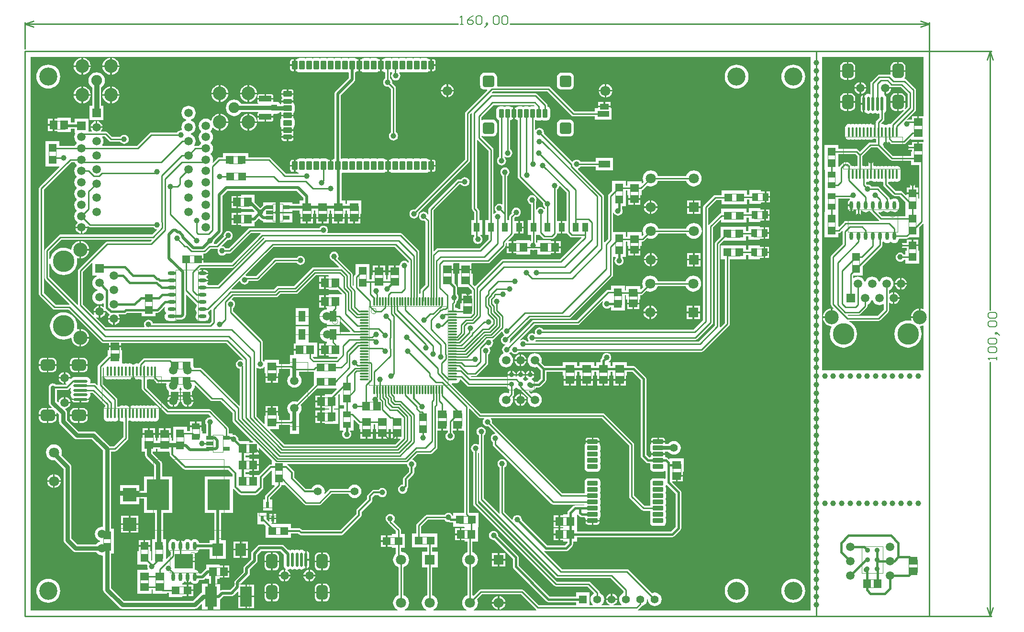
<source format=gtl>
G04 Layer_Physical_Order=1*
G04 Layer_Color=255*
%FSLAX44Y44*%
%MOMM*%
G71*
G01*
G75*
%ADD10O,1.4500X0.6000*%
%ADD11O,0.6000X1.4500*%
G04:AMPARAMS|DCode=12|XSize=0.8mm|YSize=1.5mm|CornerRadius=0.12mm|HoleSize=0mm|Usage=FLASHONLY|Rotation=180.000|XOffset=0mm|YOffset=0mm|HoleType=Round|Shape=RoundedRectangle|*
%AMROUNDEDRECTD12*
21,1,0.8000,1.2600,0,0,180.0*
21,1,0.5600,1.5000,0,0,180.0*
1,1,0.2400,-0.2800,0.6300*
1,1,0.2400,0.2800,0.6300*
1,1,0.2400,0.2800,-0.6300*
1,1,0.2400,-0.2800,-0.6300*
%
%ADD12ROUNDEDRECTD12*%
G04:AMPARAMS|DCode=13|XSize=2mm|YSize=2mm|CornerRadius=0.3mm|HoleSize=0mm|Usage=FLASHONLY|Rotation=180.000|XOffset=0mm|YOffset=0mm|HoleType=Round|Shape=RoundedRectangle|*
%AMROUNDEDRECTD13*
21,1,2.0000,1.4000,0,0,180.0*
21,1,1.4000,2.0000,0,0,180.0*
1,1,0.6000,-0.7000,0.7000*
1,1,0.6000,0.7000,0.7000*
1,1,0.6000,0.7000,-0.7000*
1,1,0.6000,-0.7000,-0.7000*
%
%ADD13ROUNDEDRECTD13*%
G04:AMPARAMS|DCode=14|XSize=1.524mm|YSize=1.016mm|CornerRadius=0.1016mm|HoleSize=0mm|Usage=FLASHONLY|Rotation=270.000|XOffset=0mm|YOffset=0mm|HoleType=Round|Shape=RoundedRectangle|*
%AMROUNDEDRECTD14*
21,1,1.5240,0.8128,0,0,270.0*
21,1,1.3208,1.0160,0,0,270.0*
1,1,0.2032,-0.4064,-0.6604*
1,1,0.2032,-0.4064,0.6604*
1,1,0.2032,0.4064,0.6604*
1,1,0.2032,0.4064,-0.6604*
%
%ADD14ROUNDEDRECTD14*%
G04:AMPARAMS|DCode=15|XSize=1.524mm|YSize=0.8mm|CornerRadius=0.08mm|HoleSize=0mm|Usage=FLASHONLY|Rotation=180.000|XOffset=0mm|YOffset=0mm|HoleType=Round|Shape=RoundedRectangle|*
%AMROUNDEDRECTD15*
21,1,1.5240,0.6400,0,0,180.0*
21,1,1.3640,0.8000,0,0,180.0*
1,1,0.1600,-0.6820,0.3200*
1,1,0.1600,0.6820,0.3200*
1,1,0.1600,0.6820,-0.3200*
1,1,0.1600,-0.6820,-0.3200*
%
%ADD15ROUNDEDRECTD15*%
G04:AMPARAMS|DCode=16|XSize=1.524mm|YSize=1.016mm|CornerRadius=0.1016mm|HoleSize=0mm|Usage=FLASHONLY|Rotation=180.000|XOffset=0mm|YOffset=0mm|HoleType=Round|Shape=RoundedRectangle|*
%AMROUNDEDRECTD16*
21,1,1.5240,0.8128,0,0,180.0*
21,1,1.3208,1.0160,0,0,180.0*
1,1,0.2032,-0.6604,0.4064*
1,1,0.2032,0.6604,0.4064*
1,1,0.2032,0.6604,-0.4064*
1,1,0.2032,-0.6604,-0.4064*
%
%ADD16ROUNDEDRECTD16*%
%ADD17R,1.4000X1.5500*%
%ADD18R,1.4500X1.3500*%
G04:AMPARAMS|DCode=19|XSize=2mm|YSize=2.5mm|CornerRadius=0.5mm|HoleSize=0mm|Usage=FLASHONLY|Rotation=180.000|XOffset=0mm|YOffset=0mm|HoleType=Round|Shape=RoundedRectangle|*
%AMROUNDEDRECTD19*
21,1,2.0000,1.5000,0,0,180.0*
21,1,1.0000,2.5000,0,0,180.0*
1,1,1.0000,-0.5000,0.7500*
1,1,1.0000,0.5000,0.7500*
1,1,1.0000,0.5000,-0.7500*
1,1,1.0000,-0.5000,-0.7500*
%
%ADD19ROUNDEDRECTD19*%
%ADD20O,0.5000X2.5000*%
%ADD21O,0.3000X1.8500*%
%ADD22R,1.2000X0.6500*%
%ADD23R,1.5500X1.4000*%
%ADD24R,1.3500X1.4500*%
%ADD25R,1.3000X1.9000*%
G04:AMPARAMS|DCode=26|XSize=2mm|YSize=2.5mm|CornerRadius=0.5mm|HoleSize=0mm|Usage=FLASHONLY|Rotation=270.000|XOffset=0mm|YOffset=0mm|HoleType=Round|Shape=RoundedRectangle|*
%AMROUNDEDRECTD26*
21,1,2.0000,1.5000,0,0,270.0*
21,1,1.0000,2.5000,0,0,270.0*
1,1,1.0000,-0.7500,-0.5000*
1,1,1.0000,-0.7500,0.5000*
1,1,1.0000,0.7500,0.5000*
1,1,1.0000,0.7500,-0.5000*
%
%ADD26ROUNDEDRECTD26*%
%ADD27O,2.5000X0.5000*%
%ADD28R,2.0000X1.0000*%
%ADD29R,1.5500X1.0000*%
%ADD30R,2.0000X1.2000*%
%ADD31R,1.0000X1.6000*%
%ADD32R,0.6500X4.0000*%
%ADD33R,3.2000X2.5100*%
%ADD34C,0.9100*%
G04:AMPARAMS|DCode=35|XSize=0.8mm|YSize=1.8mm|CornerRadius=0.1mm|HoleSize=0mm|Usage=FLASHONLY|Rotation=270.000|XOffset=0mm|YOffset=0mm|HoleType=Round|Shape=RoundedRectangle|*
%AMROUNDEDRECTD35*
21,1,0.8000,1.6000,0,0,270.0*
21,1,0.6000,1.8000,0,0,270.0*
1,1,0.2000,-0.8000,-0.3000*
1,1,0.2000,-0.8000,0.3000*
1,1,0.2000,0.8000,0.3000*
1,1,0.2000,0.8000,-0.3000*
%
%ADD35ROUNDEDRECTD35*%
%ADD36O,1.6500X0.3500*%
%ADD37O,0.3500X1.6500*%
%ADD38R,3.9500X5.5000*%
%ADD39R,1.4000X1.0000*%
%ADD40R,1.9500X2.2500*%
%ADD41R,1.0000X1.4000*%
%ADD42R,2.1500X3.5500*%
%ADD43R,2.4500X2.4000*%
%ADD44R,0.6000X1.0000*%
G04:AMPARAMS|DCode=45|XSize=1.1mm|YSize=1.1mm|CornerRadius=0.11mm|HoleSize=0mm|Usage=FLASHONLY|Rotation=90.000|XOffset=0mm|YOffset=0mm|HoleType=Round|Shape=RoundedRectangle|*
%AMROUNDEDRECTD45*
21,1,1.1000,0.8800,0,0,90.0*
21,1,0.8800,1.1000,0,0,90.0*
1,1,0.2200,0.4400,0.4400*
1,1,0.2200,0.4400,-0.4400*
1,1,0.2200,-0.4400,-0.4400*
1,1,0.2200,-0.4400,0.4400*
%
%ADD45ROUNDEDRECTD45*%
G04:AMPARAMS|DCode=46|XSize=1.05mm|YSize=2.2mm|CornerRadius=0.0525mm|HoleSize=0mm|Usage=FLASHONLY|Rotation=90.000|XOffset=0mm|YOffset=0mm|HoleType=Round|Shape=RoundedRectangle|*
%AMROUNDEDRECTD46*
21,1,1.0500,2.0950,0,0,90.0*
21,1,0.9450,2.2000,0,0,90.0*
1,1,0.1050,1.0475,0.4725*
1,1,0.1050,1.0475,-0.4725*
1,1,0.1050,-1.0475,-0.4725*
1,1,0.1050,-1.0475,0.4725*
%
%ADD46ROUNDEDRECTD46*%
%ADD47C,0.2500*%
%ADD48C,0.4000*%
%ADD49C,0.8000*%
%ADD50C,0.3000*%
%ADD51C,0.5000*%
%ADD52C,0.7000*%
%ADD53C,0.9000*%
%ADD54C,0.1000*%
%ADD55C,0.2540*%
%ADD56C,0.1524*%
%ADD57R,0.9819X4.6000*%
%ADD58R,3.5000X0.8877*%
%ADD59C,2.5000*%
%ADD60C,3.8000*%
%ADD61C,1.5000*%
%ADD62R,1.5000X1.5000*%
%ADD63R,1.5000X1.5000*%
%ADD64C,1.5000*%
%ADD65R,1.5000X1.5000*%
%ADD66C,1.4000*%
%ADD67C,1.0000*%
%ADD68C,3.2000*%
%ADD69C,2.4000*%
%ADD70C,1.9000*%
%ADD71C,1.8000*%
%ADD72C,1.7000*%
%ADD73R,1.4000X1.4000*%
%ADD74R,1.8000X1.8000*%
%ADD75R,1.8000X1.8000*%
G36*
X2790000Y1610655D02*
X2789914Y1610000D01*
X2790000Y1609345D01*
Y1595655D01*
X2789914Y1595000D01*
X2790000Y1594345D01*
Y1581655D01*
X2789914Y1581000D01*
X2790000Y1580345D01*
Y1566655D01*
X2789914Y1566000D01*
X2790000Y1565345D01*
Y1551655D01*
X2789914Y1551000D01*
X2790000Y1550345D01*
Y1536655D01*
X2789914Y1536000D01*
X2790000Y1535345D01*
Y1520655D01*
X2789914Y1520000D01*
X2790000Y1519345D01*
Y1505655D01*
X2789914Y1505000D01*
X2790000Y1504345D01*
Y1490655D01*
X2789914Y1490000D01*
X2790000Y1489345D01*
Y1475655D01*
X2789914Y1475000D01*
X2790000Y1474345D01*
Y1460655D01*
X2789914Y1460000D01*
X2790000Y1459345D01*
Y1445655D01*
X2789914Y1445000D01*
X2790000Y1444345D01*
Y1430655D01*
X2789914Y1430000D01*
X2790000Y1429345D01*
Y1415655D01*
X2789914Y1415000D01*
X2790000Y1414345D01*
Y1400655D01*
X2789914Y1400000D01*
X2790000Y1399345D01*
Y1385655D01*
X2789914Y1385000D01*
X2790000Y1384345D01*
Y1370655D01*
X2789914Y1370000D01*
X2790000Y1369345D01*
Y1355655D01*
X2789914Y1355000D01*
X2790000Y1354345D01*
Y1340655D01*
X2789914Y1340000D01*
X2790000Y1339345D01*
Y1325655D01*
X2789914Y1325000D01*
X2790000Y1324345D01*
Y1310655D01*
X2789914Y1310000D01*
X2790000Y1309345D01*
Y1295655D01*
X2789914Y1295000D01*
X2790000Y1294345D01*
Y1280655D01*
X2789914Y1280000D01*
X2790000Y1279345D01*
Y1265655D01*
X2789914Y1265000D01*
X2790000Y1264345D01*
Y1250655D01*
X2789914Y1250000D01*
X2790000Y1249345D01*
Y1235655D01*
X2789914Y1235000D01*
X2790000Y1234345D01*
Y1220655D01*
X2789914Y1220000D01*
X2790000Y1219345D01*
Y1205655D01*
X2789914Y1205000D01*
X2790000Y1204345D01*
Y1190655D01*
X2789914Y1190000D01*
X2790000Y1189345D01*
Y1175655D01*
X2789914Y1175000D01*
X2790000Y1174345D01*
Y1160655D01*
X2789914Y1160000D01*
X2790000Y1159345D01*
Y1145655D01*
X2789914Y1145000D01*
X2790000Y1144345D01*
Y1130655D01*
X2789914Y1130000D01*
X2790000Y1129345D01*
Y1115655D01*
X2789914Y1115000D01*
X2790000Y1114345D01*
Y1100655D01*
X2789914Y1100000D01*
X2790000Y1099345D01*
Y1085655D01*
X2789914Y1085000D01*
X2790000Y1084345D01*
Y1070655D01*
X2789914Y1070000D01*
X2790000Y1069345D01*
Y1055655D01*
X2789914Y1055000D01*
X2790000Y1054345D01*
Y1040655D01*
X2789914Y1040000D01*
X2790000Y1039345D01*
Y1025655D01*
X2789914Y1025000D01*
X2790000Y1024345D01*
Y1010655D01*
X2789914Y1010000D01*
X2790000Y1009345D01*
Y995655D01*
X2789914Y995000D01*
X2790000Y994345D01*
Y980655D01*
X2789914Y980000D01*
X2790000Y979345D01*
Y965655D01*
X2789914Y965000D01*
X2790000Y964345D01*
Y950655D01*
X2789914Y950000D01*
X2790000Y949345D01*
Y935655D01*
X2789914Y935000D01*
X2790000Y934345D01*
Y920655D01*
X2789914Y920000D01*
X2790000Y919345D01*
Y905655D01*
X2789914Y905000D01*
X2790000Y904345D01*
Y890655D01*
X2789914Y890000D01*
X2790000Y889345D01*
Y875655D01*
X2789914Y875000D01*
X2790000Y874345D01*
Y860655D01*
X2789914Y860000D01*
X2790000Y859345D01*
Y845655D01*
X2789914Y845000D01*
X2790000Y844345D01*
Y830655D01*
X2789914Y830000D01*
X2790000Y829345D01*
Y815655D01*
X2789914Y815000D01*
X2790000Y814345D01*
Y800655D01*
X2789914Y800000D01*
X2790000Y799345D01*
Y785655D01*
X2789914Y785000D01*
X2790000Y784345D01*
Y770655D01*
X2789914Y770000D01*
X2790000Y769345D01*
Y755655D01*
X2789914Y755000D01*
X2790000Y754345D01*
Y740655D01*
X2789914Y740000D01*
X2790000Y739345D01*
Y725655D01*
X2789914Y725000D01*
X2790000Y724345D01*
Y710655D01*
X2789914Y710000D01*
X2790000Y709345D01*
Y695655D01*
X2789914Y695000D01*
X2790000Y694345D01*
Y680655D01*
X2789914Y680000D01*
X2790000Y679345D01*
Y665655D01*
X2789914Y665000D01*
X2790000Y664345D01*
Y650655D01*
X2789914Y650000D01*
X2790000Y649345D01*
Y640000D01*
X2484453D01*
X2484067Y641270D01*
X2485064Y641936D01*
X2491392Y648264D01*
X2491733Y648309D01*
X2494652Y649518D01*
X2497159Y651441D01*
X2499082Y653948D01*
X2500291Y656867D01*
X2500659Y659666D01*
X2501940D01*
X2502309Y656867D01*
X2503518Y653948D01*
X2505441Y651441D01*
X2507948Y649518D01*
X2510867Y648309D01*
X2514000Y647896D01*
X2517133Y648309D01*
X2520052Y649518D01*
X2522558Y651441D01*
X2524482Y653948D01*
X2525691Y656867D01*
X2526104Y660000D01*
X2525691Y663133D01*
X2524482Y666052D01*
X2522558Y668559D01*
X2520052Y670482D01*
X2517133Y671691D01*
X2514000Y672104D01*
X2510867Y671691D01*
X2509149Y670979D01*
X2468064Y712064D01*
X2466658Y713003D01*
X2465000Y713333D01*
X2349795D01*
X2317989Y745139D01*
X2318798Y746126D01*
X2320049Y745290D01*
X2322000Y744902D01*
X2357000D01*
X2358951Y745290D01*
X2360605Y746395D01*
X2368105Y753895D01*
X2369210Y755549D01*
X2369598Y757500D01*
Y762250D01*
X2376500D01*
Y769902D01*
X2545000D01*
X2546951Y770290D01*
X2548605Y771395D01*
X2559605Y782395D01*
X2560710Y784049D01*
X2561098Y786000D01*
Y849000D01*
X2560710Y850951D01*
X2559605Y852605D01*
X2544883Y867327D01*
X2545369Y868500D01*
X2551500D01*
Y878500D01*
X2553000D01*
Y880000D01*
X2563750D01*
Y885500D01*
X2565750D01*
Y909500D01*
X2540250D01*
Y908619D01*
X2539077Y908133D01*
X2537605Y909605D01*
X2535951Y910710D01*
X2534000Y911098D01*
X2533700D01*
X2533652Y911341D01*
X2532326Y913326D01*
X2531989Y913551D01*
X2532078Y914000D01*
Y915500D01*
X2520000D01*
X2507922D01*
Y914000D01*
X2508011Y913551D01*
X2507674Y913326D01*
X2506348Y911341D01*
X2506300Y911098D01*
X2504112D01*
X2499098Y916112D01*
Y1050000D01*
X2498710Y1051951D01*
X2497605Y1053605D01*
X2480105Y1071105D01*
X2478451Y1072210D01*
X2476500Y1072598D01*
X2464750D01*
Y1079500D01*
X2439250D01*
Y1072598D01*
X2435750D01*
Y1079500D01*
X2432703D01*
X2432450Y1080770D01*
X2433035Y1081012D01*
X2434706Y1082294D01*
X2435988Y1083966D01*
X2436794Y1085912D01*
X2437069Y1088000D01*
X2436794Y1090088D01*
X2435988Y1092035D01*
X2434706Y1093706D01*
X2433035Y1094988D01*
X2431088Y1095794D01*
X2429000Y1096069D01*
X2426912Y1095794D01*
X2424966Y1094988D01*
X2423294Y1093706D01*
X2422012Y1092035D01*
X2421206Y1090088D01*
X2420931Y1088000D01*
X2421031Y1087241D01*
X2419395Y1085605D01*
X2418290Y1083951D01*
X2417902Y1082000D01*
Y1079500D01*
X2410250D01*
Y1072598D01*
X2406750D01*
Y1079500D01*
X2381250D01*
Y1072598D01*
X2376750D01*
Y1079500D01*
X2351250D01*
Y1072598D01*
X2319412D01*
X2313479Y1078531D01*
X2313978Y1079737D01*
X2314408Y1083000D01*
X2313978Y1086263D01*
X2312719Y1089304D01*
X2310715Y1091915D01*
X2308104Y1093919D01*
X2305063Y1095178D01*
X2301800Y1095608D01*
X2298537Y1095178D01*
X2295496Y1093919D01*
X2292885Y1091915D01*
X2290881Y1089304D01*
X2289622Y1086263D01*
X2289192Y1083000D01*
X2289622Y1079737D01*
X2290881Y1076696D01*
X2292885Y1074085D01*
X2295496Y1072081D01*
X2298537Y1070822D01*
X2301800Y1070392D01*
X2305063Y1070822D01*
X2306269Y1071321D01*
X2312202Y1065388D01*
Y1050412D01*
X2306888Y1045098D01*
X2301437D01*
X2300679Y1045679D01*
X2299811Y1046811D01*
X2297816Y1048342D01*
X2296429Y1048916D01*
Y1050291D01*
X2297308Y1050655D01*
X2298885Y1051865D01*
X2300095Y1053442D01*
X2300856Y1055279D01*
X2300918Y1055750D01*
X2293500D01*
X2286082D01*
X2286144Y1055279D01*
X2286905Y1053442D01*
X2288115Y1051865D01*
X2289692Y1050655D01*
X2290121Y1050478D01*
X2290071Y1049124D01*
X2288184Y1048342D01*
X2286189Y1046811D01*
X2285923Y1046464D01*
X2284653D01*
X2283811Y1047561D01*
X2281816Y1049092D01*
X2281084Y1049395D01*
X2280947Y1050019D01*
X2281002Y1050804D01*
X2282385Y1051865D01*
X2283595Y1053442D01*
X2284356Y1055279D01*
X2284418Y1055750D01*
X2277000D01*
X2269582D01*
X2269644Y1055279D01*
X2269772Y1054970D01*
X2268915Y1053820D01*
X2268479Y1053847D01*
X2267741Y1055003D01*
X2267856Y1055279D01*
X2267918Y1055750D01*
X2260500D01*
X2253082D01*
X2253144Y1055279D01*
X2253424Y1054603D01*
X2252576Y1053333D01*
X2188872D01*
X2188829Y1053397D01*
X2189508Y1054667D01*
X2196000D01*
X2197658Y1054997D01*
X2199064Y1055936D01*
X2218064Y1074936D01*
X2219003Y1076342D01*
X2219333Y1078000D01*
Y1093241D01*
X2220706Y1094294D01*
X2221988Y1095965D01*
X2222794Y1097912D01*
X2223069Y1100000D01*
X2222794Y1102088D01*
X2221988Y1104035D01*
X2221377Y1104831D01*
X2221938Y1106186D01*
X2222088Y1106206D01*
X2224034Y1107012D01*
X2225706Y1108294D01*
X2226988Y1109966D01*
X2227794Y1111912D01*
X2228069Y1114000D01*
X2227794Y1116088D01*
X2227112Y1117735D01*
X2227422Y1118688D01*
X2227730Y1119153D01*
X2228200Y1119247D01*
X2229606Y1120186D01*
X2242973Y1133553D01*
X2244175Y1133144D01*
X2244206Y1132912D01*
X2245012Y1130965D01*
X2246294Y1129294D01*
X2247888Y1128072D01*
X2247924Y1127395D01*
X2247749Y1126727D01*
X2245966Y1125988D01*
X2244294Y1124706D01*
X2243012Y1123035D01*
X2242206Y1121088D01*
X2241931Y1119000D01*
X2242206Y1116912D01*
X2243012Y1114966D01*
X2244294Y1113294D01*
X2245966Y1112012D01*
X2247912Y1111206D01*
X2249621Y1110981D01*
X2249709Y1110621D01*
X2249669Y1109694D01*
X2247966Y1108988D01*
X2246294Y1107706D01*
X2245012Y1106034D01*
X2244206Y1104088D01*
X2243931Y1102000D01*
X2244206Y1099912D01*
X2245012Y1097965D01*
X2246294Y1096294D01*
X2246581Y1096074D01*
X2246390Y1094620D01*
X2244696Y1093919D01*
X2242085Y1091915D01*
X2240081Y1089304D01*
X2238822Y1086263D01*
X2238392Y1083000D01*
X2238822Y1079737D01*
X2240081Y1076696D01*
X2242085Y1074085D01*
X2244696Y1072081D01*
X2247737Y1070822D01*
X2251000Y1070392D01*
X2254263Y1070822D01*
X2257304Y1072081D01*
X2259915Y1074085D01*
X2261919Y1076696D01*
X2263178Y1079737D01*
X2263608Y1083000D01*
X2263178Y1086263D01*
X2261919Y1089304D01*
X2259915Y1091915D01*
X2257304Y1093919D01*
X2256909Y1094082D01*
X2256718Y1095536D01*
X2257706Y1096294D01*
X2258760Y1097669D01*
X2259235Y1097781D01*
X2259765D01*
X2260240Y1097669D01*
X2261294Y1096294D01*
X2262966Y1095012D01*
X2264912Y1094206D01*
X2267000Y1093931D01*
X2269088Y1094206D01*
X2271035Y1095012D01*
X2272706Y1096294D01*
X2273759Y1097667D01*
X2597000D01*
X2598658Y1097997D01*
X2600064Y1098936D01*
X2645564Y1144436D01*
X2646503Y1145842D01*
X2646833Y1147500D01*
Y1261750D01*
X2675250D01*
Y1269667D01*
X2679750D01*
Y1262000D01*
X2699750D01*
Y1262937D01*
X2700250Y1264000D01*
X2701020Y1264000D01*
X2706750D01*
Y1274000D01*
Y1284000D01*
X2701020D01*
X2700250Y1284000D01*
X2699750Y1285063D01*
Y1286000D01*
X2679750D01*
Y1278333D01*
X2675250D01*
Y1286250D01*
X2630750D01*
Y1261750D01*
X2638167D01*
Y1149295D01*
X2630319Y1141447D01*
X2629149Y1142073D01*
X2629333Y1143000D01*
Y1287705D01*
X2636378Y1294750D01*
X2675250D01*
Y1302667D01*
X2679750D01*
Y1296000D01*
X2699750D01*
Y1296937D01*
X2700250Y1298000D01*
X2701020Y1298000D01*
X2706750D01*
Y1308000D01*
Y1318000D01*
X2701020D01*
X2700250Y1318000D01*
X2699750Y1319063D01*
Y1320000D01*
X2679750D01*
Y1311333D01*
X2675250D01*
Y1319250D01*
X2630750D01*
Y1301378D01*
X2621936Y1292564D01*
X2620997Y1291158D01*
X2620667Y1289500D01*
Y1144795D01*
X2592205Y1116333D01*
X2303388D01*
X2302943Y1117603D01*
X2303759Y1118667D01*
X2586000D01*
X2587658Y1118997D01*
X2589064Y1119936D01*
X2616064Y1146936D01*
X2617003Y1148342D01*
X2617333Y1150000D01*
Y1318205D01*
X2630576Y1331449D01*
X2631750Y1330963D01*
Y1326750D01*
X2676250D01*
Y1335667D01*
X2680750D01*
Y1328000D01*
X2700750D01*
Y1328937D01*
X2701250Y1330000D01*
X2702020Y1330000D01*
X2707750D01*
Y1340000D01*
Y1350000D01*
X2702020D01*
X2701250Y1350000D01*
X2700750Y1351063D01*
Y1352000D01*
X2680750D01*
Y1344333D01*
X2676250D01*
Y1351250D01*
X2631750D01*
Y1343284D01*
X2630342Y1343003D01*
X2628936Y1342064D01*
X2609936Y1323064D01*
X2609603Y1322566D01*
X2608333Y1322951D01*
Y1352205D01*
X2622795Y1366667D01*
X2632750D01*
Y1358750D01*
X2677250D01*
Y1367667D01*
X2681750D01*
Y1360000D01*
X2701750D01*
Y1360937D01*
X2702250Y1362000D01*
X2703020Y1362000D01*
X2708750D01*
Y1372000D01*
Y1382000D01*
X2703020D01*
X2702250Y1382000D01*
X2701750Y1383063D01*
Y1384000D01*
X2681750D01*
Y1376333D01*
X2677250D01*
Y1383250D01*
X2632750D01*
Y1375333D01*
X2621000D01*
X2619342Y1375003D01*
X2617936Y1374064D01*
X2600936Y1357064D01*
X2599997Y1355658D01*
X2599667Y1354000D01*
Y1153795D01*
X2583205Y1137333D01*
X2316759D01*
X2315706Y1138706D01*
X2314034Y1139988D01*
X2312088Y1140794D01*
X2310000Y1141069D01*
X2307912Y1140794D01*
X2305966Y1139988D01*
X2304294Y1138706D01*
X2303012Y1137035D01*
X2302206Y1135088D01*
X2301931Y1133000D01*
X2302206Y1130912D01*
X2302341Y1130587D01*
X2301297Y1129786D01*
X2301035Y1129988D01*
X2299088Y1130794D01*
X2297000Y1131069D01*
X2294912Y1130794D01*
X2292966Y1129988D01*
X2291294Y1128706D01*
X2290012Y1127035D01*
X2289206Y1125088D01*
X2288931Y1123000D01*
X2289206Y1120912D01*
X2290012Y1118966D01*
X2291057Y1117603D01*
X2290612Y1116333D01*
X2287759D01*
X2286706Y1117706D01*
X2285034Y1118988D01*
X2283088Y1119794D01*
X2281000Y1120069D01*
X2278912Y1119794D01*
X2276965Y1118988D01*
X2276736Y1118812D01*
X2275897Y1119769D01*
X2301795Y1145667D01*
X2378000D01*
X2379658Y1145997D01*
X2381064Y1146936D01*
X2421731Y1187603D01*
X2422688Y1186764D01*
X2422512Y1186535D01*
X2421706Y1184588D01*
X2421431Y1182500D01*
X2421706Y1180412D01*
X2422512Y1178465D01*
X2423794Y1176794D01*
X2425466Y1175512D01*
X2427412Y1174706D01*
X2429500Y1174431D01*
X2431588Y1174706D01*
X2433535Y1175512D01*
X2435206Y1176794D01*
X2435480Y1177152D01*
X2436750Y1176892D01*
Y1170750D01*
X2461250D01*
Y1191750D01*
Y1198167D01*
X2463250D01*
Y1190500D01*
X2465250D01*
Y1185000D01*
X2486750D01*
Y1190500D01*
X2488750D01*
Y1198167D01*
X2489850D01*
X2491508Y1198497D01*
X2492914Y1199436D01*
X2499588Y1206110D01*
X2502315Y1204980D01*
X2505970Y1204499D01*
X2509625Y1204980D01*
X2513030Y1206391D01*
X2515955Y1208635D01*
X2518199Y1211559D01*
X2519329Y1214287D01*
X2568811D01*
X2569941Y1211559D01*
X2572185Y1208635D01*
X2575110Y1206391D01*
X2578515Y1204980D01*
X2582170Y1204499D01*
X2585825Y1204980D01*
X2589230Y1206391D01*
X2592155Y1208635D01*
X2594399Y1211559D01*
X2595810Y1214965D01*
X2596291Y1218620D01*
X2595810Y1222274D01*
X2594399Y1225680D01*
X2592155Y1228605D01*
X2589230Y1230849D01*
X2585825Y1232259D01*
X2582170Y1232741D01*
X2578515Y1232259D01*
X2575110Y1230849D01*
X2572185Y1228605D01*
X2569941Y1225680D01*
X2568811Y1222953D01*
X2519329D01*
X2518199Y1225680D01*
X2515955Y1228605D01*
X2513030Y1230849D01*
X2509625Y1232259D01*
X2505970Y1232741D01*
X2502315Y1232259D01*
X2498910Y1230849D01*
X2495985Y1228605D01*
X2493741Y1225680D01*
X2492330Y1222274D01*
X2491849Y1218620D01*
X2492330Y1214965D01*
X2493460Y1212238D01*
X2489923Y1208701D01*
X2488750Y1209187D01*
Y1214500D01*
X2463250D01*
Y1206833D01*
X2461250D01*
Y1215250D01*
X2436750D01*
Y1207833D01*
X2431500D01*
X2429842Y1207503D01*
X2428436Y1206564D01*
X2376205Y1154333D01*
X2300000D01*
X2298342Y1154003D01*
X2296936Y1153064D01*
X2257769Y1113897D01*
X2256812Y1114736D01*
X2256988Y1114966D01*
X2257794Y1116912D01*
X2258069Y1119000D01*
X2257843Y1120715D01*
X2293795Y1156667D01*
X2363000D01*
X2364658Y1156997D01*
X2366064Y1157936D01*
X2439064Y1230936D01*
X2440003Y1232342D01*
X2440333Y1234000D01*
Y1265750D01*
X2444569D01*
X2444889Y1265290D01*
X2445121Y1264480D01*
X2444012Y1263035D01*
X2443206Y1261088D01*
X2442931Y1259000D01*
X2443206Y1256912D01*
X2444012Y1254966D01*
X2445294Y1253294D01*
X2446965Y1252012D01*
X2448912Y1251206D01*
X2451000Y1250931D01*
X2453088Y1251206D01*
X2455034Y1252012D01*
X2456706Y1253294D01*
X2457988Y1254966D01*
X2458794Y1256912D01*
X2459069Y1259000D01*
X2458794Y1261088D01*
X2457988Y1263035D01*
X2456879Y1264480D01*
X2457111Y1265290D01*
X2457431Y1265750D01*
X2463250D01*
Y1286750D01*
Y1293167D01*
X2465250D01*
Y1285500D01*
X2467250D01*
Y1280000D01*
X2488750D01*
Y1285500D01*
X2490750D01*
Y1293167D01*
X2492600D01*
X2494258Y1293497D01*
X2495664Y1294436D01*
X2500588Y1299360D01*
X2503315Y1298230D01*
X2506970Y1297749D01*
X2510625Y1298230D01*
X2514030Y1299641D01*
X2516955Y1301885D01*
X2519199Y1304810D01*
X2520329Y1307537D01*
X2569811D01*
X2570941Y1304810D01*
X2573185Y1301885D01*
X2576110Y1299641D01*
X2579515Y1298230D01*
X2583170Y1297749D01*
X2586825Y1298230D01*
X2590230Y1299641D01*
X2593155Y1301885D01*
X2595399Y1304810D01*
X2596810Y1308215D01*
X2597291Y1311870D01*
X2596810Y1315525D01*
X2595399Y1318930D01*
X2593155Y1321855D01*
X2590230Y1324099D01*
X2586825Y1325510D01*
X2583170Y1325991D01*
X2579515Y1325510D01*
X2576110Y1324099D01*
X2573185Y1321855D01*
X2570941Y1318930D01*
X2569811Y1316203D01*
X2520329D01*
X2519199Y1318930D01*
X2516955Y1321855D01*
X2514030Y1324099D01*
X2510625Y1325510D01*
X2506970Y1325991D01*
X2503315Y1325510D01*
X2499910Y1324099D01*
X2496985Y1321855D01*
X2494741Y1318930D01*
X2493330Y1315525D01*
X2492849Y1311870D01*
X2493330Y1308215D01*
X2494460Y1305488D01*
X2492020Y1303048D01*
X2490750Y1303574D01*
Y1309500D01*
X2465250D01*
Y1301833D01*
X2463250D01*
Y1310250D01*
X2440333D01*
Y1343700D01*
X2441603Y1343952D01*
X2442012Y1342966D01*
X2443294Y1341294D01*
X2444966Y1340012D01*
X2446912Y1339206D01*
X2449000Y1338931D01*
X2451088Y1339206D01*
X2453035Y1340012D01*
X2454706Y1341294D01*
X2455988Y1342966D01*
X2456794Y1344912D01*
X2457069Y1347000D01*
X2456794Y1349088D01*
X2456098Y1350769D01*
Y1355750D01*
X2463250D01*
Y1376750D01*
Y1383167D01*
X2465250D01*
Y1375500D01*
X2467250D01*
Y1370000D01*
X2488750D01*
Y1375500D01*
X2490750D01*
Y1383415D01*
X2491158Y1383497D01*
X2492564Y1384436D01*
X2500418Y1392290D01*
X2503145Y1391160D01*
X2506800Y1390679D01*
X2510455Y1391160D01*
X2513860Y1392571D01*
X2516785Y1394815D01*
X2519029Y1397740D01*
X2520159Y1400467D01*
X2569641D01*
X2570771Y1397740D01*
X2573015Y1394815D01*
X2575940Y1392571D01*
X2579345Y1391160D01*
X2583000Y1390679D01*
X2586655Y1391160D01*
X2590060Y1392571D01*
X2592985Y1394815D01*
X2595229Y1397740D01*
X2596640Y1401145D01*
X2597121Y1404800D01*
X2596640Y1408455D01*
X2595229Y1411860D01*
X2592985Y1414785D01*
X2590060Y1417029D01*
X2586655Y1418440D01*
X2583000Y1418921D01*
X2579345Y1418440D01*
X2575940Y1417029D01*
X2573015Y1414785D01*
X2570771Y1411860D01*
X2569641Y1409133D01*
X2520159D01*
X2519029Y1411860D01*
X2516785Y1414785D01*
X2513860Y1417029D01*
X2510455Y1418440D01*
X2506800Y1418921D01*
X2503145Y1418440D01*
X2499740Y1417029D01*
X2496815Y1414785D01*
X2494571Y1411860D01*
X2493160Y1408455D01*
X2492679Y1404800D01*
X2493160Y1401145D01*
X2494290Y1398418D01*
X2491923Y1396051D01*
X2490750Y1396537D01*
Y1399500D01*
X2465250D01*
Y1391833D01*
X2463250D01*
Y1400250D01*
X2438750D01*
Y1382378D01*
X2432936Y1376564D01*
X2431997Y1375158D01*
X2431667Y1373500D01*
Y1297795D01*
X2425603Y1291731D01*
X2424333Y1292257D01*
Y1372919D01*
X2424003Y1374577D01*
X2423064Y1375983D01*
X2378014Y1421033D01*
X2378476Y1422366D01*
X2380034Y1423012D01*
X2381706Y1424294D01*
X2382759Y1425667D01*
X2410000D01*
Y1419000D01*
X2440000D01*
Y1441000D01*
X2410000D01*
Y1434333D01*
X2382759D01*
X2381706Y1435706D01*
X2380034Y1436988D01*
X2378088Y1437794D01*
X2376000Y1438069D01*
X2373912Y1437794D01*
X2371965Y1436988D01*
X2370294Y1435706D01*
X2369393Y1434531D01*
X2367860Y1434268D01*
X2317843Y1484285D01*
X2318069Y1486000D01*
X2317794Y1488088D01*
X2316988Y1490034D01*
X2315706Y1491706D01*
X2314034Y1492988D01*
X2312088Y1493794D01*
X2310000Y1494069D01*
X2307912Y1493794D01*
X2305966Y1492988D01*
X2304294Y1491706D01*
X2303603Y1490805D01*
X2302333Y1491236D01*
Y1507684D01*
X2303219Y1507860D01*
X2303500Y1508047D01*
X2303781Y1507860D01*
X2306200Y1507379D01*
X2311800D01*
X2314219Y1507860D01*
X2314500Y1508047D01*
X2314781Y1507860D01*
X2317200Y1507379D01*
X2322800D01*
X2325219Y1507860D01*
X2327270Y1509230D01*
X2328640Y1511281D01*
X2329121Y1513700D01*
Y1526300D01*
X2328640Y1528719D01*
X2327270Y1530770D01*
X2325219Y1532140D01*
X2324333Y1532316D01*
Y1534000D01*
X2324003Y1535658D01*
X2323064Y1537064D01*
X2306064Y1554064D01*
X2304658Y1555003D01*
X2303000Y1555333D01*
X2226257D01*
X2225731Y1556603D01*
X2227795Y1558667D01*
X2324205D01*
X2366936Y1515936D01*
X2368342Y1514997D01*
X2370000Y1514667D01*
X2408000D01*
Y1509000D01*
X2438000D01*
Y1529000D01*
X2435750D01*
Y1530500D01*
X2425000D01*
X2414250D01*
Y1529000D01*
X2408000D01*
Y1523333D01*
X2371795D01*
X2329064Y1566064D01*
X2327658Y1567003D01*
X2326000Y1567333D01*
X2235815D01*
X2234885Y1568603D01*
X2235069Y1570000D01*
Y1584000D01*
X2234794Y1586088D01*
X2233988Y1588035D01*
X2232706Y1589706D01*
X2231035Y1590988D01*
X2229088Y1591794D01*
X2227000Y1592069D01*
X2213000D01*
X2210912Y1591794D01*
X2208965Y1590988D01*
X2207294Y1589706D01*
X2206012Y1588035D01*
X2205206Y1586088D01*
X2204931Y1584000D01*
Y1570000D01*
X2205206Y1567912D01*
X2206012Y1565965D01*
X2207294Y1564294D01*
X2208965Y1563012D01*
X2210912Y1562206D01*
X2213000Y1561931D01*
X2217143D01*
X2217630Y1560758D01*
X2179811Y1522939D01*
X2178872Y1521533D01*
X2178542Y1519875D01*
Y1438670D01*
X2089715Y1349843D01*
X2088000Y1350069D01*
X2085912Y1349794D01*
X2083965Y1348988D01*
X2082294Y1347706D01*
X2081012Y1346035D01*
X2080206Y1344088D01*
X2079931Y1342000D01*
X2080206Y1339912D01*
X2081012Y1337966D01*
X2082294Y1336294D01*
X2083965Y1335012D01*
X2085912Y1334206D01*
X2088000Y1333931D01*
X2090088Y1334206D01*
X2092034Y1335012D01*
X2093706Y1336294D01*
X2094988Y1337966D01*
X2095794Y1339912D01*
X2096069Y1342000D01*
X2095843Y1343715D01*
X2185939Y1433811D01*
X2186878Y1435217D01*
X2187208Y1436875D01*
Y1518080D01*
X2189397Y1520269D01*
X2190667Y1519743D01*
Y1351000D01*
X2190997Y1349342D01*
X2191936Y1347936D01*
X2194867Y1345005D01*
Y1331000D01*
X2189200D01*
Y1305000D01*
X2194867D01*
Y1302148D01*
X2194012Y1301035D01*
X2193206Y1299088D01*
X2192931Y1297000D01*
X2193206Y1294912D01*
X2194012Y1292966D01*
X2195294Y1291294D01*
X2196965Y1290012D01*
X2198912Y1289206D01*
X2201000Y1288931D01*
X2203088Y1289206D01*
X2205034Y1290012D01*
X2206706Y1291294D01*
X2207988Y1292966D01*
X2208794Y1294912D01*
X2209069Y1297000D01*
X2208794Y1299088D01*
X2207988Y1301035D01*
X2206706Y1302706D01*
X2205371Y1303730D01*
X2205791Y1305000D01*
X2209200D01*
Y1331000D01*
X2203533D01*
Y1346800D01*
X2203203Y1348458D01*
X2202264Y1349864D01*
X2199333Y1352795D01*
Y1472743D01*
X2200603Y1473269D01*
X2219867Y1454005D01*
Y1331000D01*
X2214200D01*
Y1305000D01*
X2219867D01*
Y1296995D01*
X2204205Y1281333D01*
X2131000D01*
X2129342Y1281003D01*
X2127936Y1280064D01*
X2123506Y1275635D01*
X2122333Y1276121D01*
Y1348205D01*
X2168795Y1394667D01*
X2171241D01*
X2172294Y1393294D01*
X2173965Y1392012D01*
X2175912Y1391206D01*
X2178000Y1390931D01*
X2180088Y1391206D01*
X2182034Y1392012D01*
X2183706Y1393294D01*
X2184988Y1394966D01*
X2185794Y1396912D01*
X2186069Y1399000D01*
X2185794Y1401088D01*
X2184988Y1403035D01*
X2183706Y1404706D01*
X2182034Y1405988D01*
X2180088Y1406794D01*
X2178000Y1407069D01*
X2175912Y1406794D01*
X2173965Y1405988D01*
X2172294Y1404706D01*
X2171241Y1403333D01*
X2167000D01*
X2165342Y1403003D01*
X2163936Y1402064D01*
X2114936Y1353064D01*
X2113997Y1351658D01*
X2113667Y1350000D01*
Y1341300D01*
X2112397Y1341048D01*
X2111988Y1342034D01*
X2110706Y1343706D01*
X2109034Y1344988D01*
X2107088Y1345794D01*
X2105000Y1346069D01*
X2102912Y1345794D01*
X2100966Y1344988D01*
X2099294Y1343706D01*
X2098012Y1342034D01*
X2097206Y1340088D01*
X2096931Y1338000D01*
X2097206Y1335912D01*
X2098012Y1333965D01*
X2099294Y1332294D01*
X2100966Y1331012D01*
X2102912Y1330206D01*
X2105000Y1329931D01*
X2106715Y1330157D01*
X2108667Y1328205D01*
Y1216795D01*
X2100686Y1208814D01*
X2099747Y1207408D01*
X2099417Y1205750D01*
Y1201335D01*
X2098462Y1200497D01*
X2098000Y1200558D01*
X2097333Y1201143D01*
Y1275000D01*
X2097003Y1276658D01*
X2096064Y1278064D01*
X2067314Y1306814D01*
X2065908Y1307753D01*
X2064250Y1308083D01*
X1935314D01*
X1935280Y1308154D01*
X1934827Y1309353D01*
X1935570Y1311146D01*
X1935845Y1313235D01*
X1935570Y1315323D01*
X1934764Y1317269D01*
X1933481Y1318940D01*
X1931810Y1320222D01*
X1929864Y1321029D01*
X1927776Y1321304D01*
X1925687Y1321029D01*
X1923741Y1320222D01*
X1922070Y1318940D01*
X1920788Y1317269D01*
X1920711Y1317083D01*
X1798000D01*
X1796342Y1316753D01*
X1794936Y1315814D01*
X1759955Y1280833D01*
X1755259D01*
X1754206Y1282206D01*
X1752534Y1283488D01*
X1750588Y1284294D01*
X1748500Y1284569D01*
X1747916Y1284492D01*
X1747323Y1285695D01*
X1757535Y1295907D01*
X1759250Y1295681D01*
X1761338Y1295956D01*
X1763284Y1296762D01*
X1764956Y1298044D01*
X1766238Y1299716D01*
X1767044Y1301662D01*
X1767319Y1303750D01*
X1767044Y1305838D01*
X1766238Y1307784D01*
X1764956Y1309456D01*
X1763284Y1310738D01*
X1761338Y1311544D01*
X1759250Y1311819D01*
X1757162Y1311544D01*
X1755215Y1310738D01*
X1753544Y1309456D01*
X1752262Y1307784D01*
X1751456Y1305838D01*
X1751181Y1303750D01*
X1751407Y1302035D01*
X1738455Y1289083D01*
X1734421D01*
X1733860Y1290222D01*
X1734238Y1290715D01*
X1735044Y1292662D01*
X1735319Y1294750D01*
X1735303Y1294872D01*
X1747465Y1307035D01*
X1748681Y1308854D01*
X1749108Y1311000D01*
Y1373927D01*
X1758323Y1383142D01*
X1880427D01*
X1892642Y1370927D01*
Y1366000D01*
X1885500D01*
Y1359608D01*
X1873000D01*
Y1362250D01*
X1851000D01*
Y1345750D01*
X1873000D01*
Y1348392D01*
X1885500D01*
Y1342000D01*
X1887500D01*
Y1336500D01*
X1909000D01*
Y1342000D01*
X1911000D01*
Y1348392D01*
X1913500D01*
Y1342000D01*
X1915500D01*
Y1336500D01*
X1937000D01*
Y1342000D01*
X1939000D01*
Y1348392D01*
X1941500D01*
Y1342000D01*
X1943500D01*
Y1336500D01*
X1965000D01*
Y1342000D01*
X1967000D01*
Y1348392D01*
X1969500D01*
Y1342000D01*
X1971500D01*
Y1336500D01*
X1993000D01*
Y1342000D01*
X1995000D01*
Y1366000D01*
X1969500D01*
Y1359608D01*
X1967000D01*
Y1366000D01*
X1959858D01*
Y1413895D01*
X1960840Y1414700D01*
X1961786Y1414512D01*
X1969914D01*
X1972200Y1414967D01*
X1974486Y1414512D01*
X1982614D01*
X1984900Y1414967D01*
X1987186Y1414512D01*
X1995314D01*
X1997600Y1414967D01*
X1999886Y1414512D01*
X2008014D01*
X2010300Y1414967D01*
X2012586Y1414512D01*
X2020714D01*
X2023000Y1414967D01*
X2025286Y1414512D01*
X2033414D01*
X2035761Y1414979D01*
X2037751Y1416309D01*
X2037922Y1416564D01*
X2037986Y1416551D01*
X2040550D01*
Y1427250D01*
Y1437949D01*
X2037986D01*
X2037922Y1437936D01*
X2037751Y1438191D01*
X2035761Y1439521D01*
X2033414Y1439988D01*
X2025286D01*
X2023000Y1439533D01*
X2020714Y1439988D01*
X2012586D01*
X2010300Y1439533D01*
X2008014Y1439988D01*
X1999886D01*
X1997600Y1439533D01*
X1995314Y1439988D01*
X1987186D01*
X1984900Y1439533D01*
X1982614Y1439988D01*
X1974486D01*
X1972200Y1439533D01*
X1969914Y1439988D01*
X1961786D01*
X1960009Y1439634D01*
X1958758Y1440448D01*
Y1552327D01*
X1982515Y1576085D01*
X1983731Y1577904D01*
X1984158Y1580050D01*
Y1592819D01*
X1984961Y1592979D01*
X1986951Y1594309D01*
X1987122Y1594564D01*
X1987186Y1594551D01*
X1989750D01*
Y1605250D01*
Y1615949D01*
X1987186D01*
X1987122Y1615936D01*
X1986951Y1616191D01*
X1984961Y1617521D01*
X1982614Y1617988D01*
X1974486D01*
X1972200Y1617533D01*
X1969914Y1617988D01*
X1961786D01*
X1959500Y1617533D01*
X1957214Y1617988D01*
X1949086D01*
X1946800Y1617533D01*
X1944514Y1617988D01*
X1936386D01*
X1934100Y1617533D01*
X1931814Y1617988D01*
X1923686D01*
X1921400Y1617533D01*
X1919114Y1617988D01*
X1910986D01*
X1908700Y1617533D01*
X1906414Y1617988D01*
X1898286D01*
X1896000Y1617533D01*
X1893714Y1617988D01*
X1885586D01*
X1883239Y1617521D01*
X1881249Y1616191D01*
X1881078Y1615936D01*
X1881014Y1615949D01*
X1878450D01*
Y1605250D01*
Y1594551D01*
X1881014D01*
X1881078Y1594564D01*
X1881249Y1594309D01*
X1883239Y1592979D01*
X1885586Y1592512D01*
X1893714D01*
X1896000Y1592967D01*
X1898286Y1592512D01*
X1906414D01*
X1908700Y1592967D01*
X1910986Y1592512D01*
X1919114D01*
X1921400Y1592967D01*
X1923686Y1592512D01*
X1931814D01*
X1934100Y1592967D01*
X1936386Y1592512D01*
X1944514D01*
X1946800Y1592967D01*
X1949086Y1592512D01*
X1957214D01*
X1959500Y1592967D01*
X1961786Y1592512D01*
X1969914D01*
X1971691Y1592866D01*
X1972942Y1592052D01*
Y1582373D01*
X1949185Y1558615D01*
X1947969Y1556796D01*
X1947542Y1554650D01*
Y1439681D01*
X1946739Y1439521D01*
X1944749Y1438191D01*
X1944578Y1437936D01*
X1944514Y1437949D01*
X1941950D01*
Y1427250D01*
X1938950D01*
Y1437949D01*
X1936386D01*
X1936322Y1437936D01*
X1936151Y1438191D01*
X1934161Y1439521D01*
X1931814Y1439988D01*
X1923686D01*
X1921400Y1439533D01*
X1919114Y1439988D01*
X1910986D01*
X1908700Y1439533D01*
X1906414Y1439988D01*
X1898286D01*
X1896000Y1439533D01*
X1893714Y1439988D01*
X1885586D01*
X1883239Y1439521D01*
X1881249Y1438191D01*
X1881078Y1437936D01*
X1881014Y1437949D01*
X1878450D01*
Y1427250D01*
Y1416551D01*
X1881014D01*
X1881078Y1416564D01*
X1881249Y1416309D01*
X1883239Y1414979D01*
X1883871Y1414853D01*
X1883746Y1413583D01*
X1861545D01*
X1834314Y1440814D01*
X1832908Y1441753D01*
X1831250Y1442083D01*
X1794750D01*
Y1450000D01*
X1750250D01*
Y1442083D01*
X1743750D01*
X1742092Y1441753D01*
X1740686Y1440814D01*
X1732379Y1432508D01*
X1731303Y1433227D01*
X1731928Y1434737D01*
X1732358Y1438000D01*
X1731928Y1441263D01*
X1730669Y1444304D01*
X1728665Y1446915D01*
X1728079Y1447365D01*
Y1448635D01*
X1728665Y1449085D01*
X1730669Y1451696D01*
X1731928Y1454737D01*
X1732358Y1458000D01*
X1731928Y1461263D01*
X1730669Y1464304D01*
X1728665Y1466915D01*
X1728079Y1467365D01*
Y1468635D01*
X1728665Y1469085D01*
X1730669Y1471696D01*
X1731928Y1474737D01*
X1732358Y1478000D01*
X1731928Y1481263D01*
X1730669Y1484304D01*
X1728665Y1486915D01*
X1728079Y1487365D01*
Y1488635D01*
X1728665Y1489085D01*
X1730669Y1491696D01*
X1731681Y1494140D01*
X1733102Y1494412D01*
X1733692Y1493692D01*
X1735976Y1491818D01*
X1738582Y1490425D01*
X1741409Y1489567D01*
X1742850Y1489425D01*
Y1504350D01*
Y1519275D01*
X1741409Y1519133D01*
X1738582Y1518275D01*
X1735976Y1516882D01*
X1733692Y1515008D01*
X1731818Y1512724D01*
X1730425Y1510118D01*
X1729683Y1507674D01*
X1729418Y1507476D01*
X1728753Y1507238D01*
X1728283Y1507208D01*
X1726054Y1508919D01*
X1723013Y1510178D01*
X1719750Y1510608D01*
X1716487Y1510178D01*
X1713446Y1508919D01*
X1710835Y1506915D01*
X1708831Y1504304D01*
X1707572Y1501263D01*
X1707142Y1498000D01*
X1707572Y1494737D01*
X1708831Y1491696D01*
X1710835Y1489085D01*
X1711421Y1488635D01*
Y1487365D01*
X1710835Y1486915D01*
X1708831Y1484304D01*
X1707572Y1481263D01*
X1707142Y1478000D01*
X1707572Y1474737D01*
X1708831Y1471696D01*
X1710835Y1469085D01*
X1711421Y1468635D01*
Y1467365D01*
X1710835Y1466915D01*
X1708831Y1464304D01*
X1708015Y1462333D01*
X1701400D01*
X1699805Y1462016D01*
X1699709Y1462087D01*
X1699107Y1463193D01*
X1700069Y1464446D01*
X1701328Y1467487D01*
X1701758Y1470750D01*
X1701328Y1474013D01*
X1700069Y1477054D01*
X1698065Y1479665D01*
X1695454Y1481669D01*
X1693296Y1482563D01*
Y1483937D01*
X1695454Y1484831D01*
X1698065Y1486835D01*
X1700069Y1489446D01*
X1701328Y1492487D01*
X1701758Y1495750D01*
X1701328Y1499013D01*
X1700069Y1502054D01*
X1698065Y1504665D01*
X1695454Y1506669D01*
X1693296Y1507563D01*
Y1508937D01*
X1695454Y1509831D01*
X1698065Y1511835D01*
X1700069Y1514446D01*
X1701328Y1517487D01*
X1701758Y1520750D01*
X1701328Y1524013D01*
X1700069Y1527054D01*
X1698065Y1529665D01*
X1695454Y1531669D01*
X1692413Y1532928D01*
X1689150Y1533358D01*
X1685887Y1532928D01*
X1682846Y1531669D01*
X1680235Y1529665D01*
X1678231Y1527054D01*
X1676972Y1524013D01*
X1676542Y1520750D01*
X1676972Y1517487D01*
X1678231Y1514446D01*
X1680235Y1511835D01*
X1682846Y1509831D01*
X1685004Y1508937D01*
Y1507563D01*
X1682846Y1506669D01*
X1680235Y1504665D01*
X1678231Y1502054D01*
X1676972Y1499013D01*
X1676542Y1495750D01*
X1676972Y1492487D01*
X1677543Y1491109D01*
X1676650Y1489945D01*
X1675764Y1490062D01*
X1673675Y1489787D01*
X1671729Y1488981D01*
X1670058Y1487698D01*
X1669005Y1486326D01*
X1623243D01*
X1621584Y1485996D01*
X1620179Y1485057D01*
X1597455Y1462333D01*
X1536983D01*
X1536422Y1463472D01*
X1537169Y1464446D01*
X1538428Y1467487D01*
X1538858Y1470750D01*
X1538428Y1474013D01*
X1537169Y1477054D01*
X1536613Y1477778D01*
X1537175Y1478917D01*
X1540955D01*
X1548936Y1470936D01*
X1550342Y1469997D01*
X1552000Y1469667D01*
X1568491D01*
X1569544Y1468294D01*
X1571216Y1467012D01*
X1573162Y1466206D01*
X1575250Y1465931D01*
X1577338Y1466206D01*
X1579285Y1467012D01*
X1580956Y1468294D01*
X1582238Y1469966D01*
X1583044Y1471912D01*
X1583319Y1474000D01*
X1583044Y1476088D01*
X1582238Y1478035D01*
X1580956Y1479706D01*
X1579285Y1480988D01*
X1577338Y1481794D01*
X1575250Y1482069D01*
X1573162Y1481794D01*
X1571216Y1480988D01*
X1569544Y1479706D01*
X1568491Y1478333D01*
X1553795D01*
X1545814Y1486314D01*
X1544408Y1487253D01*
X1542750Y1487583D01*
X1534819D01*
X1534193Y1488853D01*
X1535422Y1490455D01*
X1536480Y1493009D01*
X1536643Y1494250D01*
X1515857D01*
X1516020Y1493009D01*
X1517078Y1490455D01*
X1518307Y1488853D01*
X1517681Y1487583D01*
X1512250D01*
Y1510500D01*
X1487250D01*
Y1503608D01*
X1481250D01*
Y1512250D01*
X1457250D01*
Y1510250D01*
X1451750D01*
Y1499500D01*
Y1488750D01*
X1457250D01*
Y1486750D01*
X1481250D01*
Y1492392D01*
X1487250D01*
Y1485500D01*
X1488313D01*
X1488875Y1484361D01*
X1488831Y1484304D01*
X1487572Y1481263D01*
X1487142Y1478000D01*
X1487572Y1474737D01*
X1488831Y1471696D01*
X1490835Y1469085D01*
X1491421Y1468635D01*
Y1467365D01*
X1490835Y1466915D01*
X1488831Y1464304D01*
X1488015Y1462333D01*
X1460750D01*
Y1470750D01*
X1436250D01*
Y1447250D01*
Y1426250D01*
X1460326D01*
X1460924Y1425052D01*
X1425686Y1389814D01*
X1424747Y1388408D01*
X1424417Y1386750D01*
Y1200250D01*
X1424747Y1198592D01*
X1425686Y1197186D01*
X1448936Y1173936D01*
X1450342Y1172997D01*
X1452000Y1172667D01*
X1476955D01*
X1534686Y1114936D01*
X1536092Y1113997D01*
X1537750Y1113667D01*
X1548250D01*
Y1109000D01*
X1559000D01*
X1569750D01*
Y1113667D01*
X1756205D01*
X1786101Y1083771D01*
X1785262Y1082814D01*
X1785034Y1082989D01*
X1783088Y1083795D01*
X1780999Y1084070D01*
X1778911Y1083795D01*
X1776965Y1082989D01*
X1775294Y1081707D01*
X1774011Y1080036D01*
X1773205Y1078090D01*
X1772930Y1076001D01*
X1773205Y1073913D01*
X1774011Y1071967D01*
X1775294Y1070295D01*
X1776965Y1069013D01*
X1778911Y1068207D01*
X1779667Y1068108D01*
Y1003121D01*
X1778493Y1002635D01*
X1712954Y1068174D01*
X1711548Y1069113D01*
X1709890Y1069443D01*
X1699435D01*
X1698619Y1071414D01*
X1697250Y1073198D01*
Y1086250D01*
X1656919D01*
X1656500Y1086333D01*
X1611000D01*
X1609342Y1086003D01*
X1607936Y1085064D01*
X1601186Y1078314D01*
X1600295Y1076981D01*
X1599447Y1077333D01*
X1597750Y1077556D01*
X1596053Y1077333D01*
X1594472Y1076678D01*
X1593114Y1075636D01*
X1592836Y1075273D01*
X1591250Y1075588D01*
X1589664Y1075273D01*
X1589386Y1075636D01*
X1588028Y1076678D01*
X1586447Y1077333D01*
X1584750Y1077556D01*
X1583053Y1077333D01*
X1581500Y1076689D01*
X1579947Y1077333D01*
X1578250Y1077556D01*
X1576553Y1077333D01*
X1575000Y1076689D01*
X1573447Y1077333D01*
X1571750Y1077556D01*
X1571750Y1077556D01*
Y1100500D01*
X1569750D01*
Y1106000D01*
X1559000D01*
X1548250D01*
Y1100500D01*
X1546250D01*
Y1091378D01*
X1529936Y1075064D01*
X1528997Y1073658D01*
X1528667Y1072000D01*
Y1039257D01*
X1528049Y1038848D01*
X1527432Y1038696D01*
X1525064Y1041064D01*
X1523658Y1042003D01*
X1522000Y1042333D01*
X1515742D01*
X1515036Y1043389D01*
X1515307Y1044042D01*
X1515565Y1046000D01*
X1515307Y1047958D01*
X1514551Y1049782D01*
X1513349Y1051349D01*
X1511782Y1052551D01*
X1509958Y1053307D01*
X1508000Y1053565D01*
X1488000D01*
X1486042Y1053307D01*
X1484218Y1052551D01*
X1482651Y1051349D01*
X1481607Y1049988D01*
X1480726Y1050178D01*
X1480376Y1050369D01*
X1480393Y1050500D01*
X1471500D01*
Y1041607D01*
X1472447Y1041731D01*
X1473007Y1040921D01*
X1473108Y1040597D01*
X1472099Y1039588D01*
X1454303D01*
X1453992Y1039992D01*
X1452530Y1041115D01*
X1450827Y1041820D01*
X1449000Y1042060D01*
X1447173Y1041820D01*
X1445470Y1041115D01*
X1444008Y1039992D01*
X1442885Y1038530D01*
X1442180Y1036827D01*
X1441940Y1035000D01*
Y1008000D01*
X1442180Y1006173D01*
X1442885Y1004470D01*
X1444008Y1003008D01*
X1447176Y999839D01*
X1446650Y998569D01*
X1441500D01*
Y987000D01*
X1455569D01*
Y989650D01*
X1456839Y990176D01*
X1459940Y987076D01*
Y974500D01*
X1460180Y972673D01*
X1460885Y970970D01*
X1462007Y969508D01*
X1486508Y945007D01*
X1487970Y943885D01*
X1489673Y943180D01*
X1491500Y942940D01*
X1518076D01*
X1537940Y923075D01*
Y789030D01*
X1536985Y788193D01*
X1536110Y788308D01*
X1532847Y787878D01*
X1529806Y786619D01*
X1527195Y784615D01*
X1525191Y782004D01*
X1523932Y778963D01*
X1523502Y775700D01*
X1523932Y772437D01*
X1525191Y769396D01*
X1527195Y766785D01*
X1529806Y764781D01*
X1532630Y763612D01*
Y762389D01*
X1529806Y761219D01*
X1527195Y759215D01*
X1525772Y757360D01*
X1492625D01*
X1482060Y767924D01*
Y894151D01*
X1481820Y895978D01*
X1481115Y897681D01*
X1479992Y899143D01*
X1464098Y915038D01*
X1464640Y916345D01*
X1465121Y920000D01*
X1464640Y923655D01*
X1463229Y927060D01*
X1460985Y929985D01*
X1458060Y932229D01*
X1454655Y933640D01*
X1451000Y934121D01*
X1447345Y933640D01*
X1443940Y932229D01*
X1441015Y929985D01*
X1438771Y927060D01*
X1437360Y923655D01*
X1436879Y920000D01*
X1437360Y916345D01*
X1438771Y912940D01*
X1441015Y910015D01*
X1443940Y907771D01*
X1447345Y906360D01*
X1451000Y905879D01*
X1453021Y906145D01*
X1467940Y891226D01*
Y765000D01*
X1468180Y763173D01*
X1468885Y761470D01*
X1470008Y760007D01*
X1484707Y745308D01*
X1486170Y744185D01*
X1487873Y743480D01*
X1489700Y743240D01*
X1525772D01*
X1527195Y741385D01*
X1529806Y739381D01*
X1532847Y738122D01*
X1536110Y737692D01*
X1536985Y737807D01*
X1537940Y736970D01*
Y677000D01*
X1538180Y675173D01*
X1538885Y673470D01*
X1540007Y672008D01*
X1567007Y645007D01*
X1568470Y643885D01*
X1570173Y643180D01*
X1572000Y642940D01*
X1700000D01*
X1701827Y643180D01*
X1703530Y643885D01*
X1704992Y645007D01*
X1712077Y652092D01*
X1713250Y651606D01*
Y642250D01*
X1744750D01*
Y659988D01*
X1746316Y661035D01*
X1750574Y665292D01*
X1765249D01*
X1767395Y665719D01*
X1769214Y666935D01*
X1776077Y673797D01*
X1777250Y673311D01*
Y666500D01*
X1789500D01*
Y685750D01*
X1781408D01*
Y687477D01*
X1795965Y702035D01*
X1797181Y703854D01*
X1797608Y706000D01*
Y712677D01*
X1809565Y724635D01*
X1810781Y726454D01*
X1811208Y728600D01*
Y738626D01*
X1817974Y745392D01*
X1851677D01*
X1857435Y739634D01*
Y720000D01*
X1857693Y718042D01*
X1858449Y716218D01*
X1859651Y714651D01*
X1861012Y713607D01*
X1860822Y712726D01*
X1860631Y712376D01*
X1860500Y712393D01*
Y703500D01*
X1869393D01*
X1869230Y704741D01*
X1868172Y707295D01*
X1866489Y709489D01*
X1864295Y711172D01*
X1864028Y711282D01*
X1864360Y712520D01*
X1865000Y712435D01*
X1866958Y712693D01*
X1868782Y713449D01*
X1869000Y713616D01*
X1869218Y713449D01*
X1871042Y712693D01*
X1873000Y712435D01*
X1874958Y712693D01*
X1876782Y713449D01*
X1877000Y713616D01*
X1877218Y713449D01*
X1879042Y712693D01*
X1881000Y712435D01*
X1882958Y712693D01*
X1884782Y713449D01*
X1885000Y713616D01*
X1885218Y713449D01*
X1887042Y712693D01*
X1889000Y712435D01*
X1890958Y712693D01*
X1892782Y713449D01*
X1894349Y714651D01*
X1894606Y714985D01*
X1894854Y714819D01*
X1895500Y714691D01*
Y716150D01*
X1895552Y716217D01*
X1896307Y718042D01*
X1896565Y720000D01*
Y730000D01*
Y740000D01*
X1896307Y741958D01*
X1895552Y743783D01*
X1895500Y743850D01*
Y745309D01*
X1894854Y745181D01*
X1894606Y745015D01*
X1894349Y745349D01*
X1892782Y746551D01*
X1890958Y747307D01*
X1889000Y747565D01*
X1887042Y747307D01*
X1885218Y746551D01*
X1885000Y746384D01*
X1884782Y746551D01*
X1882958Y747307D01*
X1881000Y747565D01*
X1879042Y747307D01*
X1877218Y746551D01*
X1877000Y746384D01*
X1876782Y746551D01*
X1874958Y747307D01*
X1873000Y747565D01*
X1871042Y747307D01*
X1869218Y746551D01*
X1869000Y746384D01*
X1868782Y746551D01*
X1866958Y747307D01*
X1865421Y747509D01*
X1857965Y754965D01*
X1856146Y756181D01*
X1854000Y756608D01*
X1815651D01*
X1813505Y756181D01*
X1811685Y754965D01*
X1801635Y744914D01*
X1800419Y743095D01*
X1799992Y740949D01*
Y730923D01*
X1788035Y718965D01*
X1786819Y717146D01*
X1786392Y715000D01*
Y708323D01*
X1771835Y693765D01*
X1770619Y691946D01*
X1770192Y689800D01*
Y683774D01*
X1762926Y676508D01*
X1748251D01*
X1746105Y676081D01*
X1745870Y675924D01*
X1744750Y676523D01*
Y687750D01*
X1739560D01*
Y696250D01*
X1744500D01*
Y698250D01*
X1750000D01*
Y709000D01*
Y719750D01*
X1744500D01*
Y721750D01*
X1720500D01*
Y713944D01*
X1719035Y712965D01*
X1711427Y705358D01*
X1707940D01*
X1707844Y706088D01*
X1707038Y708035D01*
X1705756Y709706D01*
X1704084Y710988D01*
X1702138Y711794D01*
X1700050Y712069D01*
X1700000Y712113D01*
Y725500D01*
X1681000D01*
Y728500D01*
X1700000D01*
Y741887D01*
X1700050Y741931D01*
X1702138Y742206D01*
X1704084Y743012D01*
X1705756Y744294D01*
X1707038Y745965D01*
X1707844Y747912D01*
X1707940Y748642D01*
X1726000D01*
Y731750D01*
X1755500D01*
Y764250D01*
X1746358D01*
Y812500D01*
X1767500D01*
Y855349D01*
X1768708Y855740D01*
X1768770Y855741D01*
X1778756Y845756D01*
X1780244Y844761D01*
X1782000Y844412D01*
X1808000D01*
X1809756Y844761D01*
X1811244Y845756D01*
X1820244Y854756D01*
X1821239Y856244D01*
X1821588Y858000D01*
Y874100D01*
X1835577Y888088D01*
X1836750Y887602D01*
Y882750D01*
Y861750D01*
X1840963D01*
X1841449Y860577D01*
X1825936Y845064D01*
X1824997Y843658D01*
X1824667Y842000D01*
Y837000D01*
X1821000D01*
Y817000D01*
X1837000D01*
Y837000D01*
X1833333D01*
Y840205D01*
X1852064Y858936D01*
X1853003Y860342D01*
X1853284Y861750D01*
X1860122D01*
X1893936Y827936D01*
X1895342Y826997D01*
X1897000Y826667D01*
X1921000D01*
X1922658Y826997D01*
X1924064Y827936D01*
X1942795Y846667D01*
X1971806D01*
X1972518Y844948D01*
X1974442Y842441D01*
X1976948Y840518D01*
X1979867Y839309D01*
X1983000Y838896D01*
X1986133Y839309D01*
X1989052Y840518D01*
X1991559Y842441D01*
X1993482Y844948D01*
X1994691Y847867D01*
X1995103Y851000D01*
X1994691Y854133D01*
X1993482Y857052D01*
X1991559Y859558D01*
X1989052Y861482D01*
X1986133Y862691D01*
X1983000Y863103D01*
X1979867Y862691D01*
X1976948Y861482D01*
X1974442Y859558D01*
X1972518Y857052D01*
X1971806Y855333D01*
X1941000D01*
X1939342Y855003D01*
X1937936Y854064D01*
X1930589Y846718D01*
X1929513Y847437D01*
X1929691Y847867D01*
X1930103Y851000D01*
X1929691Y854133D01*
X1928482Y857052D01*
X1926559Y859558D01*
X1924052Y861482D01*
X1921133Y862691D01*
X1918000Y863103D01*
X1914867Y862691D01*
X1911948Y861482D01*
X1909442Y859558D01*
X1907518Y857052D01*
X1906912Y855588D01*
X1896900D01*
X1876588Y875900D01*
Y884000D01*
X1876239Y885756D01*
X1875244Y887244D01*
X1864744Y897744D01*
X1863768Y898397D01*
X1864153Y899667D01*
X2074738D01*
X2075357Y899321D01*
X2075990Y898555D01*
X2076206Y896912D01*
X2077012Y894966D01*
X2078294Y893294D01*
X2079412Y892437D01*
Y885701D01*
X2070056Y876344D01*
X2069061Y874856D01*
X2068712Y873100D01*
Y863693D01*
X2068000Y863069D01*
X2065912Y862794D01*
X2063965Y861988D01*
X2062294Y860706D01*
X2061012Y859035D01*
X2060206Y857088D01*
X2059931Y855000D01*
X2060206Y852912D01*
X2061012Y850965D01*
X2062294Y849294D01*
X2063965Y848012D01*
X2065912Y847206D01*
X2068000Y846931D01*
X2070088Y847206D01*
X2072034Y848012D01*
X2073706Y849294D01*
X2074988Y850965D01*
X2075794Y852912D01*
X2076069Y855000D01*
X2075885Y856396D01*
X2076544Y857056D01*
X2077539Y858544D01*
X2077888Y860300D01*
Y871199D01*
X2087244Y880556D01*
X2088239Y882044D01*
X2088588Y883800D01*
Y892437D01*
X2089706Y893294D01*
X2090988Y894966D01*
X2091794Y896912D01*
X2092069Y899000D01*
X2091794Y901088D01*
X2090988Y903035D01*
X2089706Y904706D01*
X2088035Y905988D01*
X2086088Y906794D01*
X2085660Y906850D01*
X2085252Y908053D01*
X2093866Y916667D01*
X2117000D01*
X2118658Y916997D01*
X2120064Y917936D01*
X2128064Y925936D01*
X2129003Y927342D01*
X2129333Y929000D01*
Y958500D01*
X2136500D01*
Y968500D01*
X2139500D01*
Y958500D01*
X2147667D01*
Y955759D01*
X2146294Y954706D01*
X2145012Y953035D01*
X2144206Y951088D01*
X2143931Y949000D01*
X2144206Y946912D01*
X2145012Y944966D01*
X2146294Y943294D01*
X2147966Y942012D01*
X2149912Y941206D01*
X2152000Y940931D01*
X2154088Y941206D01*
X2156035Y942012D01*
X2157706Y943294D01*
X2158988Y944966D01*
X2159794Y946912D01*
X2160069Y949000D01*
X2159794Y951088D01*
X2158988Y953035D01*
X2157706Y954706D01*
X2156333Y955759D01*
Y958500D01*
X2163500D01*
Y968500D01*
X2166500D01*
Y958500D01*
X2175750D01*
X2176667Y957647D01*
Y813250D01*
X2157750D01*
Y808099D01*
X2156480Y807847D01*
X2155988Y809035D01*
X2154706Y810706D01*
X2153035Y811988D01*
X2151088Y812794D01*
X2149000Y813069D01*
X2146912Y812794D01*
X2144966Y811988D01*
X2143294Y810706D01*
X2142241Y809333D01*
X2111000D01*
X2109342Y809003D01*
X2107936Y808064D01*
X2093436Y793564D01*
X2092497Y792158D01*
X2092167Y790500D01*
Y776250D01*
X2084750D01*
Y751750D01*
X2111667D01*
Y744000D01*
X2102000D01*
Y716000D01*
X2111667D01*
Y667159D01*
X2108940Y666029D01*
X2106015Y663785D01*
X2103771Y660860D01*
X2102360Y657455D01*
X2101879Y653800D01*
X2102360Y650145D01*
X2103771Y646740D01*
X2106015Y643815D01*
X2108940Y641571D01*
X2109666Y641270D01*
X2109414Y640000D01*
X2071786D01*
X2071534Y641270D01*
X2072260Y641571D01*
X2075185Y643815D01*
X2077429Y646740D01*
X2078840Y650145D01*
X2079321Y653800D01*
X2078840Y657455D01*
X2077429Y660860D01*
X2075185Y663785D01*
X2072260Y666029D01*
X2069533Y667159D01*
Y716641D01*
X2072260Y717771D01*
X2075185Y720015D01*
X2077429Y722940D01*
X2078840Y726345D01*
X2079321Y730000D01*
X2078840Y733655D01*
X2077429Y737060D01*
X2075185Y739985D01*
X2072260Y742229D01*
X2068855Y743640D01*
X2065200Y744121D01*
X2064833Y744442D01*
Y750750D01*
X2072250D01*
Y775250D01*
X2064833D01*
Y782500D01*
X2064503Y784158D01*
X2063564Y785564D01*
X2051761Y797367D01*
X2052988Y798966D01*
X2053794Y800912D01*
X2054069Y803000D01*
X2053794Y805088D01*
X2052988Y807035D01*
X2051706Y808706D01*
X2050034Y809988D01*
X2048088Y810794D01*
X2046000Y811069D01*
X2043912Y810794D01*
X2041965Y809988D01*
X2040294Y808706D01*
X2039012Y807035D01*
X2038206Y805088D01*
X2037931Y803000D01*
X2038206Y800912D01*
X2039012Y798966D01*
X2040294Y797294D01*
X2041845Y796105D01*
X2041997Y795342D01*
X2042936Y793936D01*
X2056167Y780705D01*
Y775250D01*
X2048750D01*
Y773250D01*
X2041000D01*
Y763000D01*
Y752750D01*
X2048750D01*
Y750750D01*
X2056167D01*
Y740715D01*
X2055215Y739985D01*
X2052971Y737060D01*
X2051560Y733655D01*
X2051079Y730000D01*
X2051560Y726345D01*
X2052971Y722940D01*
X2055215Y720015D01*
X2058140Y717771D01*
X2060867Y716641D01*
Y667159D01*
X2058140Y666029D01*
X2055215Y663785D01*
X2052971Y660860D01*
X2051560Y657455D01*
X2051079Y653800D01*
X2051560Y650145D01*
X2052971Y646740D01*
X2055215Y643815D01*
X2058140Y641571D01*
X2058866Y641270D01*
X2058614Y640000D01*
X1410000D01*
X1410000Y1620000D01*
X2790000D01*
Y1610655D01*
D02*
G37*
G36*
X2961667Y1554205D02*
Y1531795D01*
X2957269Y1527397D01*
X2956312Y1528236D01*
X2956488Y1528466D01*
X2957294Y1530412D01*
X2957569Y1532500D01*
Y1538500D01*
X2946000D01*
Y1524431D01*
X2949500D01*
X2951588Y1524706D01*
X2953535Y1525512D01*
X2953764Y1525688D01*
X2954603Y1524731D01*
X2932686Y1502814D01*
X2931747Y1501408D01*
X2931318Y1501179D01*
X2930947Y1501333D01*
X2929250Y1501556D01*
X2927553Y1501333D01*
X2925972Y1500678D01*
X2924614Y1499636D01*
X2924336Y1499273D01*
X2922750Y1499588D01*
X2921165Y1499273D01*
X2920886Y1499636D01*
X2919528Y1500678D01*
X2917947Y1501333D01*
X2916250Y1501556D01*
X2915363Y1501439D01*
X2914771Y1502642D01*
X2919064Y1506936D01*
X2920003Y1508342D01*
X2920333Y1510000D01*
Y1520871D01*
X2921349Y1521651D01*
X2922551Y1523218D01*
X2923307Y1525042D01*
X2923565Y1527000D01*
Y1547000D01*
X2923307Y1548958D01*
X2922551Y1550782D01*
X2921349Y1552349D01*
X2919988Y1553393D01*
X2920178Y1554274D01*
X2920369Y1554624D01*
X2920500Y1554607D01*
Y1565000D01*
X2922000D01*
Y1566500D01*
X2933480D01*
X2933652Y1566667D01*
X2949205D01*
X2961667Y1554205D01*
D02*
G37*
G36*
X2301108Y1533764D02*
X2300454Y1532621D01*
X2295200D01*
X2292781Y1532140D01*
X2292500Y1531953D01*
X2292219Y1532140D01*
X2289800Y1532621D01*
X2284200D01*
X2281781Y1532140D01*
X2281500Y1531953D01*
X2281219Y1532140D01*
X2278800Y1532621D01*
X2273200D01*
X2270781Y1532140D01*
X2268730Y1530770D01*
X2268510Y1530441D01*
X2267800Y1530582D01*
X2266500D01*
Y1520000D01*
Y1509418D01*
X2267800D01*
X2268510Y1509559D01*
X2268730Y1509230D01*
X2270781Y1507860D01*
X2271667Y1507684D01*
Y1408000D01*
X2271997Y1406342D01*
X2272936Y1404936D01*
X2316457Y1361415D01*
X2316231Y1359700D01*
X2316506Y1357612D01*
X2317312Y1355665D01*
X2318594Y1353994D01*
X2319967Y1352941D01*
Y1350845D01*
X2318697Y1350414D01*
X2317706Y1351706D01*
X2316035Y1352988D01*
X2314088Y1353794D01*
X2312000Y1354069D01*
X2309912Y1353794D01*
X2307966Y1352988D01*
X2306294Y1351706D01*
X2305012Y1350034D01*
X2304903Y1349772D01*
X2303633Y1350025D01*
Y1362503D01*
X2303988Y1362966D01*
X2304794Y1364912D01*
X2305069Y1367000D01*
X2304794Y1369088D01*
X2303988Y1371035D01*
X2302706Y1372706D01*
X2301035Y1373988D01*
X2299088Y1374794D01*
X2297000Y1375069D01*
X2294912Y1374794D01*
X2292966Y1373988D01*
X2291294Y1372706D01*
X2290012Y1371035D01*
X2289206Y1369088D01*
X2288931Y1367000D01*
X2289206Y1364912D01*
X2290012Y1362966D01*
X2291294Y1361294D01*
X2292966Y1360012D01*
X2294912Y1359206D01*
X2294967Y1359199D01*
Y1331000D01*
X2289300D01*
Y1305000D01*
X2294967D01*
Y1293992D01*
X2294770Y1293869D01*
X2293500Y1294575D01*
Y1295750D01*
X2269500D01*
Y1293750D01*
X2264000D01*
Y1283000D01*
Y1272250D01*
X2269500D01*
Y1270250D01*
X2293500D01*
Y1278667D01*
X2295799D01*
X2296912Y1278206D01*
X2299000Y1277931D01*
X2301088Y1278206D01*
X2302201Y1278667D01*
X2306500D01*
Y1270250D01*
X2330500D01*
Y1272250D01*
X2336000D01*
Y1283000D01*
Y1293750D01*
X2330500D01*
Y1295750D01*
X2306500D01*
Y1291453D01*
X2305230Y1291022D01*
X2304706Y1291706D01*
X2303633Y1292529D01*
Y1305000D01*
X2309300D01*
X2309300Y1305000D01*
Y1305000D01*
X2310371Y1304501D01*
X2315936Y1298936D01*
X2317342Y1297997D01*
X2319000Y1297667D01*
X2332000D01*
X2333658Y1297997D01*
X2335064Y1298936D01*
X2340064Y1303936D01*
X2341003Y1305342D01*
X2341333Y1307000D01*
X2347800D01*
Y1318000D01*
Y1329000D01*
X2341333D01*
Y1385241D01*
X2342706Y1386294D01*
X2343988Y1387966D01*
X2344794Y1389912D01*
X2344953Y1391122D01*
X2346294Y1391577D01*
X2357667Y1380205D01*
Y1330118D01*
X2357300Y1329000D01*
X2350800D01*
Y1318000D01*
Y1307000D01*
X2357300D01*
Y1307098D01*
X2358570Y1307484D01*
X2358936Y1306936D01*
X2363936Y1301936D01*
X2365342Y1300997D01*
X2367000Y1300667D01*
X2383879D01*
X2384365Y1299493D01*
X2346205Y1261333D01*
X2245000D01*
X2243342Y1261003D01*
X2241936Y1260064D01*
X2196936Y1215064D01*
X2196705Y1214719D01*
X2195070Y1214558D01*
X2191750Y1217878D01*
Y1236500D01*
X2189750D01*
Y1242000D01*
X2179000D01*
X2168250D01*
Y1236500D01*
X2166250D01*
Y1212500D01*
X2184872D01*
X2190667Y1206705D01*
Y1200500D01*
X2184500D01*
Y1190500D01*
X2183000D01*
Y1189000D01*
X2172250D01*
Y1183500D01*
X2170250D01*
Y1173333D01*
X2167933D01*
X2167564Y1173814D01*
X2166154Y1174896D01*
X2164512Y1175576D01*
X2162750Y1175808D01*
X2160583D01*
Y1181455D01*
X2162064Y1182936D01*
X2163003Y1184342D01*
X2163333Y1186000D01*
Y1187241D01*
X2164706Y1188294D01*
X2165988Y1189966D01*
X2166794Y1191912D01*
X2167069Y1194000D01*
X2166794Y1196088D01*
X2165988Y1198035D01*
X2164706Y1199706D01*
X2164098Y1200172D01*
Y1212500D01*
X2163710Y1214451D01*
X2162605Y1216105D01*
X2159750Y1218960D01*
Y1236500D01*
X2157750D01*
Y1242000D01*
X2147000D01*
Y1245000D01*
X2157750D01*
Y1253500D01*
X2157750D01*
X2157999Y1254667D01*
X2168001D01*
X2168250Y1253500D01*
X2168250D01*
Y1245000D01*
X2179000D01*
X2189750D01*
Y1253500D01*
X2189750D01*
X2189999Y1254667D01*
X2219000D01*
X2220658Y1254997D01*
X2222064Y1255936D01*
X2249064Y1282936D01*
X2250003Y1284342D01*
X2250333Y1286000D01*
Y1290205D01*
X2251327Y1291199D01*
X2252500Y1290713D01*
Y1284500D01*
X2261000D01*
Y1293750D01*
X2255537D01*
X2255051Y1294923D01*
X2264064Y1303936D01*
X2265003Y1305342D01*
X2265202Y1306342D01*
X2266200Y1307000D01*
X2266603Y1307000D01*
X2272700D01*
Y1318000D01*
Y1329000D01*
X2266603D01*
X2266200Y1329000D01*
X2265333Y1329911D01*
Y1335205D01*
X2267285Y1337157D01*
X2269000Y1336931D01*
X2271088Y1337206D01*
X2273035Y1338012D01*
X2274706Y1339294D01*
X2275988Y1340966D01*
X2276794Y1342912D01*
X2277069Y1345000D01*
X2276794Y1347088D01*
X2275988Y1349034D01*
X2274706Y1350706D01*
X2273035Y1351988D01*
X2271088Y1352794D01*
X2269000Y1353069D01*
X2266912Y1352794D01*
X2264966Y1351988D01*
X2263294Y1350706D01*
X2262012Y1349034D01*
X2261206Y1347088D01*
X2260931Y1345000D01*
X2261157Y1343285D01*
X2257936Y1340064D01*
X2256997Y1338658D01*
X2256667Y1337000D01*
Y1331000D01*
X2253333D01*
Y1342000D01*
Y1409241D01*
X2254706Y1410294D01*
X2255988Y1411965D01*
X2256794Y1413912D01*
X2257069Y1416000D01*
X2256794Y1418088D01*
X2255988Y1420034D01*
X2254706Y1421706D01*
X2253035Y1422988D01*
X2251088Y1423794D01*
X2249000Y1424069D01*
X2246912Y1423794D01*
X2244966Y1422988D01*
X2243294Y1421706D01*
X2242012Y1420034D01*
X2241206Y1418088D01*
X2240931Y1416000D01*
X2241206Y1413912D01*
X2242012Y1411965D01*
X2243294Y1410294D01*
X2244667Y1409241D01*
Y1359171D01*
X2243528Y1358609D01*
X2243035Y1358988D01*
X2241088Y1359794D01*
X2239000Y1360069D01*
X2236912Y1359794D01*
X2234966Y1358988D01*
X2233294Y1357706D01*
X2232012Y1356035D01*
X2231206Y1354088D01*
X2230931Y1352000D01*
X2231206Y1349912D01*
X2232012Y1347966D01*
X2233294Y1346294D01*
X2233667Y1346008D01*
X2233697Y1345860D01*
X2233426Y1344593D01*
X2231965Y1343988D01*
X2230294Y1342706D01*
X2229803Y1342066D01*
X2228533Y1342497D01*
Y1455800D01*
X2228203Y1457458D01*
X2227264Y1458864D01*
X2207466Y1478662D01*
X2207561Y1479623D01*
X2208754Y1480174D01*
X2208965Y1480012D01*
X2210912Y1479206D01*
X2213000Y1478931D01*
X2227000D01*
X2229088Y1479206D01*
X2231035Y1480012D01*
X2232706Y1481294D01*
X2233988Y1482966D01*
X2234794Y1484912D01*
X2235069Y1487000D01*
Y1501000D01*
X2234794Y1503088D01*
X2233988Y1505034D01*
X2232706Y1506706D01*
X2231035Y1507988D01*
X2229088Y1508794D01*
X2227000Y1509069D01*
X2213000D01*
X2210912Y1508794D01*
X2208965Y1507988D01*
X2208472Y1507610D01*
X2207333Y1508171D01*
Y1513205D01*
X2228795Y1534667D01*
X2300205D01*
X2301108Y1533764D01*
D02*
G37*
G36*
X2990000Y1514500D02*
X2981500D01*
Y1504500D01*
X2978500D01*
Y1514500D01*
X2969250D01*
Y1508833D01*
X2963497D01*
X2961838Y1508503D01*
X2960600Y1507676D01*
X2959791Y1508663D01*
X2975064Y1523936D01*
X2976003Y1525342D01*
X2976333Y1527000D01*
Y1561000D01*
X2976003Y1562658D01*
X2975064Y1564064D01*
X2959064Y1580064D01*
X2957658Y1581003D01*
X2956393Y1581255D01*
X2955883Y1582192D01*
X2955826Y1582603D01*
X2956488Y1583466D01*
X2957294Y1585412D01*
X2957569Y1587500D01*
Y1593500D01*
X2944500D01*
X2931431D01*
Y1589014D01*
X2931260Y1588791D01*
X2930161Y1588102D01*
X2929000Y1588333D01*
X2911000D01*
X2909342Y1588003D01*
X2907936Y1587064D01*
X2896936Y1576064D01*
X2895997Y1574658D01*
X2895667Y1573000D01*
Y1554742D01*
X2894611Y1554037D01*
X2893958Y1554307D01*
X2892000Y1554565D01*
X2890042Y1554307D01*
X2888217Y1553551D01*
X2886651Y1552349D01*
X2886394Y1552015D01*
X2886146Y1552181D01*
X2885500Y1552309D01*
Y1550850D01*
X2885448Y1550782D01*
X2884692Y1548958D01*
X2884435Y1547000D01*
Y1537000D01*
Y1527000D01*
X2884692Y1525042D01*
X2885448Y1523217D01*
X2885500Y1523150D01*
Y1521691D01*
X2886146Y1521819D01*
X2886394Y1521985D01*
X2886651Y1521651D01*
X2888217Y1520449D01*
X2890042Y1519693D01*
X2892000Y1519435D01*
X2893958Y1519693D01*
X2895782Y1520449D01*
X2896000Y1520616D01*
X2896218Y1520449D01*
X2898042Y1519693D01*
X2900000Y1519435D01*
X2901958Y1519693D01*
X2903782Y1520449D01*
X2904000Y1520616D01*
X2904218Y1520449D01*
X2906042Y1519693D01*
X2908000Y1519435D01*
X2909958Y1519693D01*
X2910611Y1519964D01*
X2911667Y1519258D01*
Y1511795D01*
X2906686Y1506814D01*
X2906455Y1506469D01*
X2904820Y1506308D01*
X2903564Y1507564D01*
X2902158Y1508503D01*
X2900500Y1508833D01*
X2898842Y1508503D01*
X2897436Y1507564D01*
X2896497Y1506158D01*
X2896167Y1504500D01*
X2896497Y1502842D01*
X2896520Y1502807D01*
X2895903Y1501445D01*
X2895053Y1501333D01*
X2893500Y1500689D01*
X2891947Y1501333D01*
X2890250Y1501556D01*
X2888553Y1501333D01*
X2887000Y1500689D01*
X2885447Y1501333D01*
X2883750Y1501556D01*
X2882053Y1501333D01*
X2880500Y1500689D01*
X2878947Y1501333D01*
X2877250Y1501556D01*
X2875553Y1501333D01*
X2874000Y1500689D01*
X2872447Y1501333D01*
X2870750Y1501556D01*
X2869053Y1501333D01*
X2867500Y1500689D01*
X2865947Y1501333D01*
X2864250Y1501556D01*
X2862553Y1501333D01*
X2861000Y1500689D01*
X2859447Y1501333D01*
X2857750Y1501556D01*
X2856053Y1501333D01*
X2854472Y1500678D01*
X2853114Y1499636D01*
X2852072Y1498278D01*
X2851417Y1496697D01*
X2851194Y1495000D01*
Y1479500D01*
X2851417Y1477803D01*
X2852072Y1476222D01*
X2853114Y1474864D01*
X2854472Y1473822D01*
X2856053Y1473167D01*
X2857750Y1472944D01*
X2859447Y1473167D01*
X2861000Y1473811D01*
X2862553Y1473167D01*
X2864250Y1472944D01*
X2865947Y1473167D01*
X2867500Y1473811D01*
X2869053Y1473167D01*
X2870750Y1472944D01*
X2872447Y1473167D01*
X2874000Y1473811D01*
X2875553Y1473167D01*
X2877250Y1472944D01*
X2878947Y1473167D01*
X2880500Y1473811D01*
X2882053Y1473167D01*
X2883750Y1472944D01*
X2885447Y1473167D01*
X2887000Y1473811D01*
X2888553Y1473167D01*
X2890250Y1472944D01*
X2891947Y1473167D01*
X2893500Y1473811D01*
X2895053Y1473167D01*
X2896750Y1472944D01*
X2898447Y1473167D01*
X2900028Y1473822D01*
X2901386Y1474864D01*
X2901664Y1475227D01*
X2903250Y1474912D01*
X2904354Y1475131D01*
X2905417Y1474204D01*
Y1468583D01*
X2895250D01*
X2893592Y1468253D01*
X2892186Y1467314D01*
X2877250Y1452378D01*
X2874064Y1455564D01*
X2872658Y1456503D01*
X2871000Y1456833D01*
X2839250D01*
Y1464250D01*
X2814750D01*
Y1440750D01*
Y1419750D01*
X2815000D01*
Y1401250D01*
Y1382750D01*
Y1363250D01*
Y1345250D01*
X2814750D01*
Y1321750D01*
Y1300750D01*
X2839250D01*
Y1308167D01*
X2839500D01*
X2841158Y1308497D01*
X2842564Y1309436D01*
X2845681Y1312552D01*
X2846851Y1311927D01*
X2846667Y1311000D01*
Y1288795D01*
X2826936Y1269064D01*
X2825997Y1267658D01*
X2825667Y1266000D01*
Y1181809D01*
X2825997Y1180151D01*
X2826936Y1178745D01*
X2830139Y1175542D01*
X2829563Y1174323D01*
X2828500Y1174427D01*
Y1159000D01*
X2827000D01*
Y1157500D01*
X2811573D01*
X2811724Y1155962D01*
X2812610Y1153040D01*
X2814050Y1150347D01*
X2815987Y1147987D01*
X2818347Y1146050D01*
X2821040Y1144611D01*
X2823961Y1143724D01*
X2826632Y1143461D01*
X2827247Y1142646D01*
X2827392Y1142187D01*
X2825569Y1138779D01*
X2824197Y1134255D01*
X2823734Y1129550D01*
X2824197Y1124845D01*
X2825569Y1120321D01*
X2827798Y1116152D01*
X2830797Y1112497D01*
X2834452Y1109498D01*
X2838621Y1107270D01*
X2843145Y1105897D01*
X2847850Y1105434D01*
X2852555Y1105897D01*
X2857079Y1107270D01*
X2861248Y1109498D01*
X2864903Y1112497D01*
X2867902Y1116152D01*
X2870130Y1120321D01*
X2871503Y1124845D01*
X2871966Y1129550D01*
X2871503Y1134255D01*
X2870130Y1138779D01*
X2867902Y1142948D01*
X2864903Y1146603D01*
X2861248Y1149602D01*
X2857890Y1151397D01*
X2858208Y1152667D01*
X2910000D01*
X2911658Y1152997D01*
X2913064Y1153936D01*
X2927114Y1167986D01*
X2928053Y1169392D01*
X2928383Y1171050D01*
Y1184735D01*
X2929653Y1185261D01*
X2931455Y1183878D01*
X2934009Y1182820D01*
X2935250Y1182657D01*
Y1193050D01*
Y1203443D01*
X2934009Y1203280D01*
X2931455Y1202222D01*
X2929653Y1200839D01*
X2928383Y1201365D01*
Y1206715D01*
X2930354Y1207531D01*
X2932965Y1209535D01*
X2934969Y1212146D01*
X2936228Y1215187D01*
X2936658Y1218450D01*
X2936228Y1221713D01*
X2934969Y1224754D01*
X2932965Y1227365D01*
X2930354Y1229369D01*
X2927313Y1230628D01*
X2924050Y1231058D01*
X2920787Y1230628D01*
X2917746Y1229369D01*
X2915135Y1227365D01*
X2913131Y1224754D01*
X2912002Y1222027D01*
X2912000Y1222027D01*
X2910700D01*
X2910698Y1222027D01*
X2909569Y1224754D01*
X2907565Y1227365D01*
X2904954Y1229369D01*
X2901913Y1230628D01*
X2898650Y1231058D01*
X2895387Y1230628D01*
X2892346Y1229369D01*
X2889735Y1227365D01*
X2887731Y1224754D01*
X2886602Y1222027D01*
X2886600Y1222027D01*
X2885300D01*
X2885298Y1222027D01*
X2884169Y1224754D01*
X2882165Y1227365D01*
X2879554Y1229369D01*
X2876513Y1230628D01*
X2873250Y1231058D01*
X2869987Y1230628D01*
X2866946Y1229369D01*
X2866022Y1228660D01*
X2864883Y1229222D01*
Y1232750D01*
X2882250D01*
Y1250122D01*
X2915764Y1283636D01*
X2916703Y1285042D01*
X2917033Y1286700D01*
Y1291741D01*
X2918405Y1292794D01*
X2918415Y1292807D01*
X2919685D01*
X2919694Y1292794D01*
X2921365Y1291512D01*
X2923311Y1290706D01*
X2925400Y1290431D01*
X2927488Y1290706D01*
X2929435Y1291512D01*
X2931106Y1292794D01*
X2931115Y1292807D01*
X2932385D01*
X2932394Y1292794D01*
X2934066Y1291512D01*
X2936012Y1290706D01*
X2938100Y1290431D01*
X2940188Y1290706D01*
X2942134Y1291512D01*
X2943806Y1292794D01*
X2945088Y1294465D01*
X2945894Y1296412D01*
X2946158Y1298417D01*
X2960250D01*
X2961908Y1298747D01*
X2963314Y1299686D01*
X2964378Y1300750D01*
X2982250D01*
Y1318622D01*
X2988730Y1325102D01*
X2990000Y1324629D01*
Y1174054D01*
X2988730Y1173459D01*
X2986039Y1174276D01*
X2984500Y1174427D01*
Y1159000D01*
X2983000D01*
Y1157500D01*
X2967573D01*
X2967724Y1155962D01*
X2968291Y1154094D01*
X2967272Y1153076D01*
X2966855Y1153203D01*
X2962150Y1153666D01*
X2957445Y1153203D01*
X2952921Y1151830D01*
X2948752Y1149602D01*
X2945097Y1146603D01*
X2942098Y1142948D01*
X2939870Y1138779D01*
X2938497Y1134255D01*
X2938034Y1129550D01*
X2938497Y1124845D01*
X2939870Y1120321D01*
X2942098Y1116152D01*
X2945097Y1112497D01*
X2948752Y1109498D01*
X2952921Y1107270D01*
X2957445Y1105897D01*
X2962150Y1105434D01*
X2966855Y1105897D01*
X2971379Y1107270D01*
X2975548Y1109498D01*
X2979203Y1112497D01*
X2982202Y1116152D01*
X2984431Y1120321D01*
X2985803Y1124845D01*
X2986266Y1129550D01*
X2985803Y1134255D01*
X2984431Y1138779D01*
X2982609Y1142187D01*
X2982753Y1142646D01*
X2983368Y1143461D01*
X2986039Y1143724D01*
X2988730Y1144541D01*
X2990000Y1143946D01*
Y1065000D01*
X2980655D01*
X2980000Y1065086D01*
X2979345Y1065000D01*
X2965655D01*
X2965000Y1065086D01*
X2964345Y1065000D01*
X2950655D01*
X2950000Y1065086D01*
X2949345Y1065000D01*
X2935655D01*
X2935000Y1065086D01*
X2934345Y1065000D01*
X2920655D01*
X2920000Y1065086D01*
X2919345Y1065000D01*
X2905655D01*
X2905000Y1065086D01*
X2904345Y1065000D01*
X2890655D01*
X2890000Y1065086D01*
X2889345Y1065000D01*
X2875655D01*
X2875000Y1065086D01*
X2874345Y1065000D01*
X2860655D01*
X2860000Y1065086D01*
X2859345Y1065000D01*
X2845655D01*
X2845000Y1065086D01*
X2844345Y1065000D01*
X2830655D01*
X2830000Y1065086D01*
X2829345Y1065000D01*
X2815655D01*
X2815000Y1065086D01*
X2814345Y1065000D01*
X2810000D01*
Y1069345D01*
X2810086Y1070000D01*
X2810000Y1070655D01*
Y1084345D01*
X2810086Y1085000D01*
X2810000Y1085655D01*
Y1099345D01*
X2810086Y1100000D01*
X2810000Y1100655D01*
Y1114345D01*
X2810086Y1115000D01*
X2810000Y1115655D01*
Y1129345D01*
X2810086Y1130000D01*
X2810000Y1130655D01*
Y1144345D01*
X2810086Y1145000D01*
X2810000Y1145655D01*
Y1159345D01*
X2810086Y1160000D01*
X2810000Y1160655D01*
Y1174345D01*
X2810086Y1175000D01*
X2810000Y1175655D01*
Y1189345D01*
X2810086Y1190000D01*
X2810000Y1190655D01*
Y1204345D01*
X2810086Y1205000D01*
X2810000Y1205655D01*
Y1219345D01*
X2810086Y1220000D01*
X2810000Y1220655D01*
Y1234345D01*
X2810086Y1235000D01*
X2810000Y1235655D01*
Y1249345D01*
X2810086Y1250000D01*
X2810000Y1250655D01*
Y1264345D01*
X2810086Y1265000D01*
X2810000Y1265655D01*
Y1279345D01*
X2810086Y1280000D01*
X2810000Y1280655D01*
Y1294345D01*
X2810086Y1295000D01*
X2810000Y1295655D01*
Y1309345D01*
X2810086Y1310000D01*
X2810000Y1310655D01*
Y1324345D01*
X2810086Y1325000D01*
X2810000Y1325655D01*
Y1339345D01*
X2810086Y1340000D01*
X2810000Y1340655D01*
Y1354345D01*
X2810086Y1355000D01*
X2810000Y1355655D01*
Y1369345D01*
X2810086Y1370000D01*
X2810000Y1370655D01*
Y1384345D01*
X2810086Y1385000D01*
X2810000Y1385655D01*
Y1399345D01*
X2810086Y1400000D01*
X2810000Y1400655D01*
Y1414345D01*
X2810086Y1415000D01*
X2810000Y1415655D01*
Y1429345D01*
X2810086Y1430000D01*
X2810000Y1430655D01*
Y1444345D01*
X2810086Y1445000D01*
X2810000Y1445655D01*
Y1459345D01*
X2810086Y1460000D01*
X2810000Y1460655D01*
Y1474345D01*
X2810086Y1475000D01*
X2810000Y1475655D01*
Y1489345D01*
X2810086Y1490000D01*
X2810000Y1490655D01*
Y1504345D01*
X2810086Y1505000D01*
X2810000Y1505655D01*
Y1519345D01*
X2810086Y1520000D01*
X2810000Y1520655D01*
Y1535345D01*
X2810086Y1536000D01*
X2810000Y1536655D01*
Y1550345D01*
X2810086Y1551000D01*
X2810000Y1551655D01*
Y1565345D01*
X2810086Y1566000D01*
X2810000Y1566655D01*
Y1580345D01*
X2810086Y1581000D01*
X2810000Y1581655D01*
Y1594345D01*
X2810086Y1595000D01*
X2810000Y1595655D01*
Y1609345D01*
X2810086Y1610000D01*
X2810000Y1610655D01*
Y1620000D01*
X2990000D01*
Y1514500D01*
D02*
G37*
G36*
X2967250Y1474462D02*
Y1473500D01*
X2990000D01*
Y1469500D01*
X2981500D01*
Y1459500D01*
X2978500D01*
Y1469500D01*
X2969250D01*
Y1463833D01*
X2959500D01*
X2957842Y1463503D01*
X2956436Y1462564D01*
X2955497Y1461158D01*
X2955167Y1459500D01*
X2955497Y1457842D01*
X2956436Y1456436D01*
X2957842Y1455497D01*
X2959500Y1455167D01*
X2969250D01*
Y1452500D01*
X2967250D01*
Y1444833D01*
X2935295D01*
X2919289Y1460839D01*
X2920099Y1461826D01*
X2921339Y1460997D01*
X2922997Y1460667D01*
X2924655Y1460997D01*
X2926061Y1461936D01*
X2927000Y1463342D01*
X2927330Y1465000D01*
X2927083Y1466242D01*
Y1469129D01*
X2928257Y1469615D01*
X2930936Y1466936D01*
X2932342Y1465997D01*
X2934000Y1465667D01*
X2955000D01*
X2956658Y1465997D01*
X2958064Y1466936D01*
X2966077Y1474949D01*
X2967250Y1474462D01*
D02*
G37*
G36*
X2872917Y1444455D02*
Y1427916D01*
X2871647Y1426938D01*
X2870750Y1427056D01*
X2869053Y1426833D01*
X2867500Y1426189D01*
X2865947Y1426833D01*
X2864250Y1427056D01*
X2862553Y1426833D01*
X2861898Y1427183D01*
X2861754Y1427908D01*
X2860814Y1429314D01*
X2858064Y1432064D01*
X2856658Y1433003D01*
X2855000Y1433333D01*
X2850000D01*
X2848342Y1433003D01*
X2846936Y1432064D01*
X2840936Y1426064D01*
X2840520Y1425441D01*
X2839250Y1425827D01*
Y1440750D01*
Y1448167D01*
X2869205D01*
X2872917Y1444455D01*
D02*
G37*
G36*
X2898614Y1400364D02*
X2899972Y1399322D01*
X2901553Y1398667D01*
X2903250Y1398444D01*
X2904947Y1398667D01*
X2906500Y1399311D01*
X2908053Y1398667D01*
X2909750Y1398444D01*
X2911447Y1398667D01*
X2913000Y1399311D01*
X2914553Y1398667D01*
X2916250Y1398444D01*
X2917147Y1398562D01*
X2918417Y1397584D01*
Y1393750D01*
X2918747Y1392092D01*
X2919686Y1390686D01*
X2935436Y1374936D01*
X2936842Y1373997D01*
X2938500Y1373667D01*
X2947705D01*
X2957750Y1363622D01*
Y1345750D01*
X2957750D01*
Y1345250D01*
X2957750D01*
Y1337833D01*
X2916295D01*
X2910407Y1343721D01*
X2910633Y1345092D01*
X2910734Y1345190D01*
X2912700Y1344931D01*
X2914789Y1345206D01*
X2916735Y1346012D01*
X2918405Y1347294D01*
X2918415Y1347307D01*
X2919685D01*
X2919694Y1347294D01*
X2921365Y1346012D01*
X2923311Y1345206D01*
X2925400Y1344931D01*
X2927488Y1345206D01*
X2929435Y1346012D01*
X2931106Y1347294D01*
X2931115Y1347307D01*
X2932385D01*
X2932394Y1347294D01*
X2934066Y1346012D01*
X2936012Y1345206D01*
X2938100Y1344931D01*
X2940188Y1345206D01*
X2942134Y1346012D01*
X2943806Y1347294D01*
X2945088Y1348965D01*
X2945894Y1350912D01*
X2946169Y1353000D01*
Y1361500D01*
X2945894Y1363588D01*
X2945088Y1365535D01*
X2943806Y1367206D01*
X2942134Y1368488D01*
X2940188Y1369294D01*
X2938100Y1369569D01*
X2936012Y1369294D01*
X2934066Y1368488D01*
X2932394Y1367206D01*
X2932385Y1367193D01*
X2931115D01*
X2931106Y1367206D01*
X2929733Y1368259D01*
Y1368600D01*
X2929403Y1370258D01*
X2928464Y1371664D01*
X2911064Y1389064D01*
X2909658Y1390003D01*
X2908000Y1390333D01*
X2897759D01*
X2896706Y1391706D01*
X2895034Y1392988D01*
X2893088Y1393794D01*
X2891000Y1394069D01*
X2889285Y1393843D01*
X2888083Y1395045D01*
Y1397584D01*
X2889353Y1398562D01*
X2890250Y1398444D01*
X2891947Y1398667D01*
X2893528Y1399322D01*
X2894886Y1400364D01*
X2895164Y1400727D01*
X2896750Y1400412D01*
X2898336Y1400727D01*
X2898614Y1400364D01*
D02*
G37*
G36*
X2930436Y1437436D02*
X2931842Y1436497D01*
X2933500Y1436167D01*
X2967250D01*
Y1428500D01*
X2981667D01*
Y1369250D01*
X2980250D01*
Y1377000D01*
X2959750D01*
Y1375537D01*
X2958577Y1375051D01*
X2952564Y1381064D01*
X2951158Y1382003D01*
X2949500Y1382333D01*
X2940295D01*
X2927083Y1395545D01*
Y1397584D01*
X2928353Y1398562D01*
X2929250Y1398444D01*
X2930947Y1398667D01*
X2932500Y1399311D01*
X2934053Y1398667D01*
X2935750Y1398444D01*
X2937447Y1398667D01*
X2939000Y1399311D01*
X2940553Y1398667D01*
X2942250Y1398444D01*
X2943947Y1398667D01*
X2945528Y1399322D01*
X2946886Y1400364D01*
X2947928Y1401722D01*
X2948583Y1403303D01*
X2948806Y1405000D01*
Y1420500D01*
X2948583Y1422197D01*
X2947928Y1423778D01*
X2946886Y1425136D01*
X2945528Y1426178D01*
X2943947Y1426833D01*
X2942250Y1427056D01*
X2940553Y1426833D01*
X2939000Y1426189D01*
X2937447Y1426833D01*
X2935750Y1427056D01*
X2934053Y1426833D01*
X2932500Y1426189D01*
X2930947Y1426833D01*
X2929250Y1427056D01*
X2927553Y1426833D01*
X2926000Y1426189D01*
X2924447Y1426833D01*
X2922750Y1427056D01*
X2921053Y1426833D01*
X2919500Y1426189D01*
X2917947Y1426833D01*
X2916250Y1427056D01*
X2914553Y1426833D01*
X2913000Y1426189D01*
X2911447Y1426833D01*
X2909750Y1427056D01*
X2908053Y1426833D01*
X2906500Y1426189D01*
X2904947Y1426833D01*
X2903250Y1427056D01*
X2902353Y1426938D01*
X2901083Y1427916D01*
Y1436250D01*
X2900753Y1437908D01*
X2899814Y1439314D01*
X2898408Y1440253D01*
X2896750Y1440583D01*
X2895092Y1440253D01*
X2893686Y1439314D01*
X2892747Y1437908D01*
X2892417Y1436250D01*
Y1427916D01*
X2891147Y1426938D01*
X2890250Y1427056D01*
X2888553Y1426833D01*
X2887000Y1426189D01*
X2885447Y1426833D01*
X2883750Y1427056D01*
X2882853Y1426938D01*
X2881583Y1427916D01*
Y1444455D01*
X2897045Y1459917D01*
X2907955D01*
X2930436Y1437436D01*
D02*
G37*
G36*
X2859449Y1368425D02*
X2859473Y1368149D01*
X2859150Y1366879D01*
X2857574Y1365826D01*
X2856248Y1363841D01*
X2855782Y1361500D01*
Y1358750D01*
X2861900D01*
Y1357250D01*
X2863400D01*
Y1347181D01*
X2864241Y1347348D01*
X2866226Y1348674D01*
X2867552Y1350659D01*
X2867603Y1350914D01*
X2868897D01*
X2868948Y1350659D01*
X2870267Y1348685D01*
Y1337600D01*
X2870597Y1335942D01*
X2871536Y1334536D01*
X2872942Y1333597D01*
X2874600Y1333267D01*
X2876258Y1333597D01*
X2877664Y1334536D01*
X2878604Y1335942D01*
X2878933Y1337600D01*
Y1347682D01*
X2879437Y1348132D01*
X2881075Y1347970D01*
X2881594Y1347294D01*
X2883265Y1346012D01*
X2885211Y1345206D01*
X2887300Y1344931D01*
X2889388Y1345206D01*
X2891335Y1346012D01*
X2893006Y1347294D01*
X2893015Y1347307D01*
X2894285D01*
X2894294Y1347294D01*
X2895966Y1346012D01*
X2896313Y1345868D01*
X2896936Y1344936D01*
X2911269Y1330603D01*
X2911143Y1329927D01*
X2910800Y1329333D01*
X2852000D01*
X2850342Y1329003D01*
X2848936Y1328064D01*
X2840423Y1319551D01*
X2839250Y1320037D01*
Y1345250D01*
X2839000D01*
Y1363250D01*
Y1368917D01*
X2859024D01*
X2859449Y1368425D01*
D02*
G37*
G36*
X1816934Y1307147D02*
X1816436Y1306814D01*
X1764955Y1255333D01*
X1715750D01*
Y1260250D01*
X1706000D01*
Y1263250D01*
X1715750D01*
Y1271667D01*
X1717339D01*
X1718997Y1271997D01*
X1720403Y1272936D01*
X1727884Y1280417D01*
X1740089D01*
X1740493Y1280039D01*
X1740988Y1279269D01*
X1740706Y1278588D01*
X1740431Y1276500D01*
X1740706Y1274412D01*
X1741512Y1272466D01*
X1742794Y1270794D01*
X1744465Y1269512D01*
X1746412Y1268706D01*
X1748500Y1268431D01*
X1750588Y1268706D01*
X1752534Y1269512D01*
X1754206Y1270794D01*
X1755259Y1272167D01*
X1761750D01*
X1763408Y1272497D01*
X1764814Y1273436D01*
X1799795Y1308417D01*
X1816549D01*
X1816934Y1307147D01*
D02*
G37*
G36*
X1624115Y1295493D02*
X1621455Y1292833D01*
X1545250D01*
X1543592Y1292503D01*
X1542186Y1291564D01*
X1494936Y1244314D01*
X1493997Y1242908D01*
X1493667Y1241250D01*
Y1181507D01*
X1492397Y1180981D01*
X1443083Y1230295D01*
Y1253580D01*
X1444353Y1253642D01*
X1444397Y1253195D01*
X1445770Y1248671D01*
X1447998Y1244502D01*
X1450997Y1240847D01*
X1454652Y1237848D01*
X1458821Y1235620D01*
X1463345Y1234247D01*
X1468050Y1233784D01*
X1472755Y1234247D01*
X1477279Y1235620D01*
X1481448Y1237848D01*
X1485103Y1240847D01*
X1488102Y1244502D01*
X1490330Y1248671D01*
X1491703Y1253195D01*
X1492166Y1257900D01*
X1491703Y1262605D01*
X1491576Y1263022D01*
X1492594Y1264041D01*
X1494462Y1263474D01*
X1496000Y1263323D01*
Y1278750D01*
Y1294177D01*
X1494462Y1294026D01*
X1491540Y1293139D01*
X1488847Y1291700D01*
X1486487Y1289763D01*
X1484550Y1287403D01*
X1483111Y1284710D01*
X1482224Y1281788D01*
X1481961Y1279118D01*
X1481146Y1278503D01*
X1480687Y1278359D01*
X1477279Y1280180D01*
X1472755Y1281553D01*
X1468050Y1282016D01*
X1463345Y1281553D01*
X1458821Y1280180D01*
X1454652Y1277952D01*
X1450997Y1274953D01*
X1447998Y1271298D01*
X1445770Y1267129D01*
X1444397Y1262605D01*
X1444353Y1262158D01*
X1443083Y1262220D01*
Y1275455D01*
X1464295Y1296667D01*
X1623629D01*
X1624115Y1295493D01*
D02*
G37*
G36*
X2078667Y1259205D02*
Y1256235D01*
X2077397Y1255804D01*
X2076704Y1256706D01*
X2075033Y1257989D01*
X2073087Y1258795D01*
X2070999Y1259070D01*
X2068910Y1258795D01*
X2066964Y1257989D01*
X2065293Y1256706D01*
X2064011Y1255035D01*
X2063205Y1253089D01*
X2062930Y1251001D01*
X2062491Y1250500D01*
X2055500D01*
Y1240500D01*
X2054000D01*
Y1239000D01*
X2043250D01*
Y1233500D01*
X2041250D01*
Y1225833D01*
X2038750D01*
Y1233500D01*
X2036750D01*
Y1239000D01*
X2026000D01*
X2015250D01*
Y1233500D01*
X2013250D01*
Y1225833D01*
X2009250D01*
Y1229750D01*
Y1253250D01*
X1984750D01*
Y1235378D01*
X1982936Y1233564D01*
X1981997Y1232158D01*
X1981667Y1230500D01*
Y1215192D01*
X1980493Y1214706D01*
X1979333Y1215866D01*
Y1235000D01*
X1979003Y1236658D01*
X1978064Y1238064D01*
X1953488Y1262640D01*
X1953738Y1262965D01*
X1954544Y1264912D01*
X1954819Y1267000D01*
X1954544Y1269088D01*
X1953738Y1271034D01*
X1952456Y1272706D01*
X1950784Y1273988D01*
X1948838Y1274794D01*
X1946750Y1275069D01*
X1944662Y1274794D01*
X1942715Y1273988D01*
X1941044Y1272706D01*
X1939762Y1271034D01*
X1938956Y1269088D01*
X1938681Y1267000D01*
X1938956Y1264912D01*
X1939762Y1262965D01*
X1941044Y1261294D01*
X1942715Y1260012D01*
X1944662Y1259206D01*
X1944667Y1259205D01*
X1955365Y1248506D01*
X1954879Y1247333D01*
X1910929D01*
X1909271Y1247003D01*
X1907865Y1246064D01*
X1876134Y1214333D01*
X1847929D01*
X1846271Y1214003D01*
X1844865Y1213064D01*
X1840134Y1208333D01*
X1765871D01*
X1765385Y1209507D01*
X1779301Y1223423D01*
X1780575Y1222901D01*
X1781281Y1221196D01*
X1782563Y1219525D01*
X1784234Y1218242D01*
X1786181Y1217436D01*
X1788269Y1217161D01*
X1790357Y1217436D01*
X1792303Y1218242D01*
X1793975Y1219525D01*
X1795257Y1221196D01*
X1796063Y1223142D01*
X1796132Y1223667D01*
X1810750D01*
X1812408Y1223997D01*
X1813814Y1224936D01*
X1844295Y1255417D01*
X1880491D01*
X1881544Y1254044D01*
X1883215Y1252762D01*
X1885162Y1251956D01*
X1887250Y1251681D01*
X1889338Y1251956D01*
X1891284Y1252762D01*
X1892956Y1254044D01*
X1894238Y1255715D01*
X1895044Y1257662D01*
X1895319Y1259750D01*
X1895044Y1261838D01*
X1894238Y1263784D01*
X1892956Y1265456D01*
X1891284Y1266738D01*
X1889338Y1267544D01*
X1887250Y1267819D01*
X1885162Y1267544D01*
X1883215Y1266738D01*
X1881544Y1265456D01*
X1880491Y1264083D01*
X1842500D01*
X1840842Y1263753D01*
X1839436Y1262814D01*
X1808955Y1232333D01*
X1792026D01*
X1790599Y1232924D01*
X1790076Y1234198D01*
X1839545Y1283667D01*
X2054205D01*
X2078667Y1259205D01*
D02*
G37*
G36*
X1823184Y1298147D02*
X1822686Y1297814D01*
X1740655Y1215783D01*
X1724759D01*
X1723706Y1217156D01*
X1722268Y1218259D01*
X1722059Y1219646D01*
X1722326Y1219824D01*
X1723652Y1221809D01*
X1723819Y1222650D01*
X1713750D01*
Y1225650D01*
X1723819D01*
X1723652Y1226491D01*
X1722326Y1228476D01*
X1720341Y1229802D01*
X1720086Y1229853D01*
Y1231147D01*
X1720341Y1231198D01*
X1722326Y1232524D01*
X1723652Y1234509D01*
X1723819Y1235350D01*
X1713750D01*
Y1236850D01*
X1712250D01*
Y1242968D01*
X1709500D01*
X1708429Y1242754D01*
X1707803Y1243925D01*
X1710545Y1246667D01*
X1766750D01*
X1768408Y1246997D01*
X1769814Y1247936D01*
X1821295Y1299417D01*
X1822799D01*
X1823184Y1298147D01*
D02*
G37*
G36*
X1488831Y1431696D02*
X1490835Y1429085D01*
X1491421Y1428635D01*
Y1427365D01*
X1490835Y1426915D01*
X1488831Y1424304D01*
X1487572Y1421263D01*
X1487142Y1418000D01*
X1487572Y1414737D01*
X1488831Y1411696D01*
X1490835Y1409085D01*
X1491421Y1408635D01*
Y1407365D01*
X1490835Y1406915D01*
X1488831Y1404304D01*
X1487572Y1401263D01*
X1487142Y1398000D01*
X1487572Y1394737D01*
X1488831Y1391696D01*
X1490835Y1389085D01*
X1491421Y1388635D01*
Y1387365D01*
X1490835Y1386915D01*
X1488831Y1384304D01*
X1487572Y1381263D01*
X1487142Y1378000D01*
X1487572Y1374737D01*
X1488831Y1371696D01*
X1490835Y1369085D01*
X1491421Y1368635D01*
Y1367365D01*
X1490835Y1366915D01*
X1488831Y1364304D01*
X1487572Y1361263D01*
X1487142Y1358000D01*
X1487572Y1354737D01*
X1488831Y1351696D01*
X1490835Y1349085D01*
X1491421Y1348635D01*
Y1347365D01*
X1490835Y1346915D01*
X1488831Y1344304D01*
X1487572Y1341263D01*
X1487142Y1338000D01*
X1487572Y1334737D01*
X1488831Y1331696D01*
X1490835Y1329085D01*
X1492848Y1327540D01*
X1492933Y1326004D01*
X1492261Y1325489D01*
X1490578Y1323295D01*
X1489520Y1320741D01*
X1489357Y1319500D01*
X1510143D01*
X1510115Y1319710D01*
X1511318Y1320303D01*
X1511686Y1319936D01*
X1513092Y1318997D01*
X1514750Y1318667D01*
X1626741D01*
X1627794Y1317294D01*
X1629465Y1316012D01*
X1631412Y1315206D01*
X1632401Y1315076D01*
X1632857Y1313735D01*
X1624455Y1305333D01*
X1462500D01*
X1460842Y1305003D01*
X1459436Y1304064D01*
X1435686Y1280314D01*
X1434747Y1278908D01*
X1434417Y1277250D01*
Y1228500D01*
X1434747Y1226842D01*
X1435686Y1225436D01*
X1478519Y1182603D01*
X1477993Y1181333D01*
X1453795D01*
X1433083Y1202045D01*
Y1384955D01*
X1481795Y1433667D01*
X1488015D01*
X1488831Y1431696D01*
D02*
G37*
G36*
X2899302Y1189473D02*
X2900431Y1186746D01*
X2902435Y1184135D01*
X2905046Y1182131D01*
X2908087Y1180872D01*
X2911350Y1180442D01*
X2914613Y1180872D01*
X2917654Y1182131D01*
X2918578Y1182840D01*
X2919717Y1182278D01*
Y1172845D01*
X2908205Y1161333D01*
X2856604D01*
X2855444Y1162493D01*
X2855930Y1163667D01*
X2875000D01*
X2876658Y1163997D01*
X2878064Y1164936D01*
X2889014Y1175886D01*
X2889953Y1177292D01*
X2890283Y1178950D01*
Y1181315D01*
X2892254Y1182131D01*
X2894865Y1184135D01*
X2896869Y1186746D01*
X2897998Y1189473D01*
X2898000Y1189473D01*
X2899300D01*
X2899302Y1189473D01*
D02*
G37*
G36*
X1519050Y1254513D02*
Y1232700D01*
X1526711D01*
X1526963Y1231430D01*
X1525246Y1230719D01*
X1522635Y1228715D01*
X1520631Y1226104D01*
X1519372Y1223063D01*
X1518942Y1219800D01*
X1519372Y1216537D01*
X1520631Y1213496D01*
X1522635Y1210885D01*
X1525246Y1208881D01*
X1527973Y1207752D01*
X1527973Y1207750D01*
Y1206450D01*
X1527973Y1206448D01*
X1525246Y1205319D01*
X1522635Y1203315D01*
X1520631Y1200704D01*
X1519372Y1197663D01*
X1518942Y1194400D01*
X1519372Y1191137D01*
X1520631Y1188096D01*
X1522635Y1185485D01*
X1525246Y1183481D01*
X1528287Y1182222D01*
X1531550Y1181792D01*
X1534813Y1182222D01*
X1537854Y1183481D01*
X1538213Y1183757D01*
X1539352Y1183195D01*
Y1177849D01*
X1538082Y1177223D01*
X1536845Y1178172D01*
X1534291Y1179230D01*
X1533050Y1179393D01*
Y1170500D01*
X1543128D01*
X1543218Y1170545D01*
X1548168Y1165595D01*
X1549002Y1165037D01*
X1549139Y1164665D01*
X1549180Y1163421D01*
X1547778Y1161595D01*
X1546720Y1159041D01*
X1546557Y1157800D01*
X1556950D01*
X1567343D01*
X1567180Y1159041D01*
X1566122Y1161595D01*
X1565173Y1162832D01*
X1565799Y1164102D01*
X1575500D01*
X1577451Y1164490D01*
X1579105Y1165595D01*
X1580662Y1167152D01*
X1606250D01*
Y1160500D01*
X1630750D01*
Y1167152D01*
X1634000D01*
X1635951Y1167540D01*
X1637605Y1168645D01*
X1646963Y1178004D01*
X1648012Y1177384D01*
X1647206Y1175438D01*
X1646931Y1173350D01*
X1647206Y1171262D01*
X1648012Y1169315D01*
X1649294Y1167644D01*
X1649306Y1167635D01*
Y1166365D01*
X1649294Y1166356D01*
X1648012Y1164685D01*
X1647206Y1162738D01*
X1646931Y1160650D01*
X1647206Y1158562D01*
X1648012Y1156616D01*
X1649294Y1154944D01*
X1650966Y1153662D01*
X1652912Y1152856D01*
X1655000Y1152581D01*
X1663500D01*
X1665588Y1152856D01*
X1667534Y1153662D01*
X1669206Y1154944D01*
X1669281Y1155042D01*
X1676600D01*
X1678746Y1155469D01*
X1680565Y1156685D01*
X1682965Y1159085D01*
X1684181Y1160904D01*
X1684608Y1163050D01*
Y1198855D01*
X1685781Y1199341D01*
X1702092Y1183030D01*
X1702512Y1182016D01*
X1703644Y1180541D01*
X1703806Y1179793D01*
Y1179607D01*
X1703644Y1178859D01*
X1702512Y1177384D01*
X1701706Y1175438D01*
X1701431Y1173350D01*
X1701706Y1171262D01*
X1702512Y1169315D01*
X1703644Y1167841D01*
X1703806Y1167093D01*
Y1166907D01*
X1703644Y1166159D01*
X1702512Y1164685D01*
X1701706Y1162738D01*
X1701431Y1160650D01*
X1701706Y1158562D01*
X1702512Y1156616D01*
X1703794Y1154944D01*
X1705466Y1153662D01*
X1707412Y1152856D01*
X1709500Y1152581D01*
X1718000D01*
X1720088Y1152856D01*
X1722034Y1153662D01*
X1723706Y1154944D01*
X1724988Y1156616D01*
X1725794Y1158562D01*
X1726069Y1160650D01*
X1725794Y1162738D01*
X1724988Y1164685D01*
X1723856Y1166159D01*
X1723694Y1166907D01*
Y1167093D01*
X1723856Y1167841D01*
X1724988Y1169315D01*
X1725094Y1169571D01*
X1726164Y1170286D01*
X1728243Y1172365D01*
X1729417Y1171879D01*
Y1151545D01*
X1726455Y1148583D01*
X1626045D01*
X1626044Y1148588D01*
X1625238Y1150535D01*
X1623956Y1152206D01*
X1622285Y1153488D01*
X1620338Y1154294D01*
X1618250Y1154569D01*
X1616162Y1154294D01*
X1614216Y1153488D01*
X1612544Y1152206D01*
X1611262Y1150535D01*
X1610456Y1148588D01*
X1610181Y1146500D01*
X1610456Y1144412D01*
X1611101Y1142853D01*
X1610485Y1141583D01*
X1543045D01*
X1526118Y1158510D01*
X1526837Y1159587D01*
X1528809Y1158770D01*
X1530050Y1158607D01*
Y1167500D01*
X1521157D01*
X1521320Y1166259D01*
X1522137Y1164287D01*
X1521060Y1163568D01*
X1502333Y1182295D01*
Y1239455D01*
X1517877Y1254999D01*
X1519050Y1254513D01*
D02*
G37*
G36*
X1937500Y1232750D02*
Y1230750D01*
X1932000D01*
Y1220000D01*
Y1209250D01*
X1937500D01*
Y1207250D01*
X1954480D01*
X1960710Y1201020D01*
X1960184Y1199750D01*
X1937500D01*
Y1197750D01*
X1932000D01*
Y1187000D01*
Y1176250D01*
X1933452D01*
X1933500Y1175000D01*
X1933500D01*
Y1173108D01*
X1933500Y1173108D01*
X1930237Y1172678D01*
X1927196Y1171419D01*
X1924585Y1169415D01*
X1922581Y1166804D01*
X1921322Y1163763D01*
X1920892Y1160500D01*
X1921322Y1157237D01*
X1922581Y1154196D01*
X1924585Y1151585D01*
X1927196Y1149581D01*
X1930237Y1148322D01*
X1933500Y1147892D01*
X1933500Y1147892D01*
Y1146000D01*
X1956500D01*
Y1151713D01*
X1957673Y1152199D01*
X1975365Y1134507D01*
X1974879Y1133333D01*
X1956500D01*
Y1143000D01*
X1933500D01*
Y1140976D01*
X1931237Y1140678D01*
X1928196Y1139419D01*
X1925585Y1137415D01*
X1923581Y1134804D01*
X1922322Y1131763D01*
X1921892Y1128500D01*
X1922322Y1125237D01*
X1923581Y1122196D01*
X1925585Y1119585D01*
X1928196Y1117581D01*
X1931237Y1116322D01*
X1933500Y1116024D01*
Y1114000D01*
X1933500D01*
X1933452Y1112750D01*
X1932000D01*
Y1102000D01*
Y1091250D01*
X1937500D01*
Y1089250D01*
X1952462D01*
X1952948Y1088077D01*
X1950455Y1085583D01*
X1911545D01*
X1909148Y1087980D01*
X1909593Y1089250D01*
X1916500D01*
Y1114750D01*
X1901500D01*
Y1143000D01*
X1878500D01*
Y1114000D01*
X1878500D01*
X1878452Y1112750D01*
X1875500D01*
Y1103500D01*
X1885500D01*
Y1100500D01*
X1875500D01*
Y1092000D01*
X1868250D01*
Y1076333D01*
X1849250D01*
Y1084000D01*
X1823750D01*
Y1081128D01*
X1822480Y1080696D01*
X1821706Y1081706D01*
X1820333Y1082759D01*
Y1115500D01*
X1820003Y1117158D01*
X1819064Y1118564D01*
X1767833Y1169795D01*
Y1175491D01*
X1769206Y1176544D01*
X1770488Y1178215D01*
X1771294Y1180162D01*
X1771569Y1182250D01*
X1771294Y1184338D01*
X1770488Y1186284D01*
X1769206Y1187956D01*
X1767534Y1189238D01*
X1765976Y1189883D01*
X1765514Y1191217D01*
X1768963Y1194667D01*
X1844000D01*
X1845658Y1194997D01*
X1847064Y1195936D01*
X1851795Y1200667D01*
X1880000D01*
X1881658Y1200997D01*
X1883064Y1201936D01*
X1914795Y1233667D01*
X1936647D01*
X1937500Y1232750D01*
D02*
G37*
G36*
X1823750Y1070872D02*
Y1060000D01*
X1825750D01*
Y1054500D01*
X1847250D01*
Y1060000D01*
X1849250D01*
Y1067667D01*
X1868250D01*
Y1056425D01*
X1867585Y1055915D01*
X1865581Y1053304D01*
X1864322Y1050263D01*
X1863892Y1047000D01*
X1864322Y1043737D01*
X1865581Y1040696D01*
X1867585Y1038085D01*
X1870196Y1036081D01*
X1873237Y1034822D01*
X1876500Y1034392D01*
X1879763Y1034822D01*
X1882804Y1036081D01*
X1885415Y1038085D01*
X1887419Y1040696D01*
X1888678Y1043737D01*
X1889108Y1047000D01*
X1888678Y1050263D01*
X1887419Y1053304D01*
X1885415Y1055915D01*
X1884750Y1056425D01*
Y1062667D01*
X1910750D01*
Y1058250D01*
X1910750Y1058250D01*
Y1057250D01*
X1910750D01*
X1910750Y1056980D01*
Y1039378D01*
X1881027Y1009655D01*
X1879763Y1010178D01*
X1876500Y1010608D01*
X1873237Y1010178D01*
X1870196Y1008919D01*
X1867585Y1006915D01*
X1865581Y1004304D01*
X1864322Y1001263D01*
X1863892Y998000D01*
X1864322Y994737D01*
X1865581Y991696D01*
X1867585Y989085D01*
X1868250Y988575D01*
Y977333D01*
X1849250D01*
Y985000D01*
X1847250D01*
Y990500D01*
X1836500D01*
X1825750D01*
Y985000D01*
X1823750D01*
Y971037D01*
X1822577Y970551D01*
X1809333Y983795D01*
Y1069612D01*
X1810603Y1070057D01*
X1811965Y1069012D01*
X1813912Y1068206D01*
X1816000Y1067931D01*
X1818088Y1068206D01*
X1820034Y1069012D01*
X1821706Y1070294D01*
X1822480Y1071303D01*
X1823750Y1070872D01*
D02*
G37*
G36*
X2488902Y1047888D02*
Y914000D01*
X2489290Y912049D01*
X2490395Y910395D01*
X2498395Y902395D01*
X2500049Y901290D01*
X2502000Y900902D01*
X2505263D01*
X2505340Y900863D01*
X2506207Y899632D01*
X2505883Y898000D01*
Y892000D01*
X2506348Y889659D01*
X2507674Y887674D01*
X2509659Y886348D01*
X2512000Y885882D01*
X2528000D01*
X2530341Y886348D01*
X2531632Y887211D01*
X2532902Y886532D01*
Y873468D01*
X2531632Y872789D01*
X2530341Y873652D01*
X2528000Y874118D01*
X2512000D01*
X2509659Y873652D01*
X2507674Y872326D01*
X2506348Y870341D01*
X2505883Y868000D01*
Y862000D01*
X2506348Y859659D01*
X2506454Y859500D01*
X2506348Y859341D01*
X2505883Y857000D01*
Y851000D01*
X2506348Y848659D01*
X2506454Y848500D01*
X2506348Y848341D01*
X2505883Y846000D01*
Y840000D01*
X2506348Y837659D01*
X2506454Y837500D01*
X2506348Y837341D01*
X2505883Y835000D01*
Y829000D01*
X2506348Y826659D01*
X2506454Y826500D01*
X2506348Y826341D01*
X2506148Y825333D01*
X2495795D01*
X2477333Y843795D01*
Y934000D01*
X2477003Y935658D01*
X2476064Y937064D01*
X2425064Y988064D01*
X2423658Y989003D01*
X2422000Y989333D01*
X2206795D01*
X2155110Y1041019D01*
X2155596Y1042192D01*
X2162750D01*
X2164512Y1042424D01*
X2166154Y1043104D01*
X2167564Y1044186D01*
X2168646Y1045596D01*
X2169326Y1047238D01*
X2169502Y1048574D01*
X2170582Y1049065D01*
X2170794Y1049078D01*
X2182186Y1037686D01*
X2183592Y1036747D01*
X2185250Y1036417D01*
X2251958D01*
X2252158Y1035934D01*
X2253689Y1033939D01*
X2255684Y1032408D01*
X2256167Y1032208D01*
Y1025533D01*
X2255111Y1024827D01*
X2254263Y1025178D01*
X2251000Y1025608D01*
X2247737Y1025178D01*
X2244696Y1023919D01*
X2242085Y1021915D01*
X2240081Y1019304D01*
X2238822Y1016263D01*
X2238392Y1013000D01*
X2238822Y1009737D01*
X2240081Y1006696D01*
X2242085Y1004085D01*
X2244696Y1002081D01*
X2247737Y1000822D01*
X2251000Y1000392D01*
X2254263Y1000822D01*
X2257304Y1002081D01*
X2259915Y1004085D01*
X2261919Y1006696D01*
X2263178Y1009737D01*
X2263608Y1013000D01*
X2263178Y1016263D01*
X2262362Y1018234D01*
X2263564Y1019436D01*
X2264503Y1020842D01*
X2264833Y1022500D01*
Y1032208D01*
X2265316Y1032408D01*
X2267311Y1033939D01*
X2268115Y1034986D01*
X2269385D01*
X2270189Y1033939D01*
X2272184Y1032408D01*
X2274507Y1031446D01*
X2275565Y1031306D01*
X2289911Y1016961D01*
X2289622Y1016263D01*
X2289192Y1013000D01*
X2289622Y1009737D01*
X2290881Y1006696D01*
X2292885Y1004085D01*
X2295496Y1002081D01*
X2298537Y1000822D01*
X2301800Y1000392D01*
X2305063Y1000822D01*
X2308104Y1002081D01*
X2310715Y1004085D01*
X2312719Y1006696D01*
X2313978Y1009737D01*
X2314408Y1013000D01*
X2313978Y1016263D01*
X2312719Y1019304D01*
X2310715Y1021915D01*
X2308104Y1023919D01*
X2305063Y1025178D01*
X2301800Y1025608D01*
X2298537Y1025178D01*
X2295496Y1023919D01*
X2295334Y1023794D01*
X2291312Y1027816D01*
X2292031Y1028893D01*
X2292507Y1028696D01*
X2295000Y1028368D01*
X2297493Y1028696D01*
X2299816Y1029658D01*
X2301811Y1031189D01*
X2303342Y1033184D01*
X2304054Y1034902D01*
X2309000D01*
X2310951Y1035290D01*
X2312605Y1036395D01*
X2320905Y1044695D01*
X2322010Y1046349D01*
X2322398Y1048300D01*
Y1062402D01*
X2351250D01*
Y1055500D01*
X2353250D01*
Y1050000D01*
X2374750D01*
Y1055500D01*
X2376750D01*
Y1062402D01*
X2381250D01*
Y1055500D01*
X2383250D01*
Y1050000D01*
X2404750D01*
Y1055500D01*
X2406750D01*
Y1062402D01*
X2410250D01*
Y1055500D01*
X2412250D01*
Y1050000D01*
X2433750D01*
Y1055500D01*
X2435750D01*
Y1062402D01*
X2439250D01*
Y1055500D01*
X2441250D01*
Y1050000D01*
X2462750D01*
Y1055500D01*
X2464750D01*
Y1062402D01*
X2474388D01*
X2488902Y1047888D01*
D02*
G37*
G36*
X1622053Y1049167D02*
X1623750Y1048944D01*
X1625447Y1049167D01*
X1626452Y1049584D01*
X1627006Y1048756D01*
X1632006Y1043756D01*
X1633494Y1042761D01*
X1635250Y1042412D01*
X1649428D01*
X1649569Y1042200D01*
X1650091Y1041142D01*
X1649692Y1038110D01*
X1650122Y1034847D01*
X1651381Y1031806D01*
X1653385Y1029195D01*
X1654750Y1028147D01*
Y1021500D01*
X1664500D01*
X1674250D01*
Y1030250D01*
X1673460D01*
X1672899Y1031389D01*
X1673219Y1031806D01*
X1674388Y1034630D01*
X1675612D01*
X1676781Y1031806D01*
X1677101Y1031389D01*
X1676540Y1030250D01*
X1675750D01*
Y1021500D01*
X1685500D01*
X1695250D01*
Y1028147D01*
X1696615Y1029195D01*
X1698619Y1031806D01*
X1699878Y1034847D01*
X1700268Y1037808D01*
X1701435Y1038437D01*
X1727936Y1011936D01*
X1729342Y1010997D01*
X1731000Y1010667D01*
X1746205D01*
X1766667Y990205D01*
Y977000D01*
X1766997Y975342D01*
X1767936Y973936D01*
X1801971Y939900D01*
X1803289Y939020D01*
X1803301Y938928D01*
X1802542Y937750D01*
X1796500D01*
Y939750D01*
X1779460D01*
X1776968Y942242D01*
X1777068Y943001D01*
X1776793Y945090D01*
X1775987Y947036D01*
X1774705Y948707D01*
X1773034Y949989D01*
X1771088Y950795D01*
X1768999Y951070D01*
X1768020Y950941D01*
X1766750Y952055D01*
Y953750D01*
X1760083D01*
Y962250D01*
X1759753Y963908D01*
X1758814Y965314D01*
X1729064Y995064D01*
X1727658Y996003D01*
X1726000Y996333D01*
X1653795D01*
X1615083Y1035045D01*
Y1048084D01*
X1616353Y1049062D01*
X1617250Y1048944D01*
X1618947Y1049167D01*
X1620500Y1049811D01*
X1622053Y1049167D01*
D02*
G37*
G36*
X1539194Y1069550D02*
Y1055500D01*
X1539417Y1053803D01*
X1540072Y1052222D01*
X1541114Y1050864D01*
X1542472Y1049822D01*
X1544053Y1049167D01*
X1545750Y1048944D01*
X1547447Y1049167D01*
X1549000Y1049811D01*
X1550553Y1049167D01*
X1552250Y1048944D01*
X1553947Y1049167D01*
X1555500Y1049811D01*
X1557053Y1049167D01*
X1558750Y1048944D01*
X1560447Y1049167D01*
X1562000Y1049811D01*
X1563553Y1049167D01*
X1565250Y1048944D01*
X1566947Y1049167D01*
X1568500Y1049811D01*
X1570053Y1049167D01*
X1571750Y1048944D01*
X1573447Y1049167D01*
X1575000Y1049811D01*
X1576553Y1049167D01*
X1578250Y1048944D01*
X1579947Y1049167D01*
X1581500Y1049811D01*
X1583053Y1049167D01*
X1584750Y1048944D01*
X1586447Y1049167D01*
X1588028Y1049822D01*
X1589386Y1050864D01*
X1589664Y1051227D01*
X1591250Y1050912D01*
X1592836Y1051227D01*
X1593114Y1050864D01*
X1594472Y1049822D01*
X1596053Y1049167D01*
X1597750Y1048944D01*
X1599447Y1049167D01*
X1601000Y1049811D01*
X1602553Y1049167D01*
X1604250Y1048944D01*
X1605147Y1049062D01*
X1606417Y1048084D01*
Y1033250D01*
X1606747Y1031592D01*
X1607686Y1030186D01*
X1648936Y988936D01*
X1650342Y987997D01*
X1652000Y987667D01*
X1724205D01*
X1728753Y983119D01*
X1728159Y981916D01*
X1727000Y982069D01*
X1724912Y981794D01*
X1722966Y980988D01*
X1721294Y979706D01*
X1720012Y978035D01*
X1719206Y976088D01*
X1718931Y974000D01*
X1719206Y971912D01*
X1720012Y969966D01*
X1720642Y969144D01*
Y953750D01*
X1715250D01*
Y953750D01*
X1714000Y953798D01*
Y957750D01*
X1713063D01*
X1712000Y958250D01*
X1712000Y959020D01*
Y964750D01*
X1692000D01*
Y959103D01*
X1692000Y958250D01*
X1690903Y957833D01*
X1686250D01*
Y965250D01*
X1661750D01*
Y940560D01*
X1659750D01*
Y945500D01*
X1657750D01*
Y951000D01*
X1647000D01*
X1636250D01*
Y945500D01*
X1634250D01*
Y940560D01*
X1631750D01*
Y945500D01*
X1629750D01*
Y951000D01*
X1619000D01*
X1608250D01*
Y945500D01*
X1606250D01*
Y921500D01*
X1611940D01*
Y916000D01*
X1612180Y914173D01*
X1612885Y912470D01*
X1614008Y911008D01*
X1628190Y896825D01*
Y877500D01*
X1610500D01*
Y852060D01*
X1602250D01*
Y862000D01*
X1567750D01*
Y828000D01*
X1602250D01*
Y837940D01*
X1610500D01*
Y812500D01*
X1629940D01*
Y766250D01*
X1624750D01*
Y742750D01*
Y728953D01*
X1623480Y728274D01*
X1623250Y728428D01*
Y745250D01*
X1621250D01*
Y753000D01*
X1611000D01*
X1600750D01*
Y745250D01*
X1598750D01*
Y721750D01*
X1615520D01*
X1616368Y720480D01*
X1616206Y720088D01*
X1615931Y718000D01*
X1616206Y715912D01*
X1617012Y713966D01*
X1617263Y713639D01*
X1616701Y712500D01*
X1598250D01*
Y688500D01*
Y669500D01*
X1623750D01*
Y677167D01*
X1625250D01*
Y669500D01*
X1650750D01*
Y671667D01*
X1654750D01*
Y663750D01*
X1678250D01*
Y665750D01*
X1686000D01*
Y676000D01*
Y686250D01*
X1678250D01*
Y688250D01*
X1678542Y688453D01*
X1678685Y688512D01*
X1680356Y689794D01*
X1681458Y691232D01*
X1682846Y691441D01*
X1683024Y691174D01*
X1685009Y689848D01*
X1685850Y689681D01*
Y699750D01*
X1688850D01*
Y689681D01*
X1689691Y689848D01*
X1691676Y691174D01*
X1691854Y691441D01*
X1693241Y691232D01*
X1694344Y689794D01*
X1696015Y688512D01*
X1697962Y687706D01*
X1700050Y687431D01*
X1702138Y687706D01*
X1704084Y688512D01*
X1705756Y689794D01*
X1707038Y691466D01*
X1707844Y693412D01*
X1707940Y694142D01*
X1713750D01*
X1715896Y694569D01*
X1717715Y695785D01*
X1719327Y697396D01*
X1720500Y696910D01*
Y696250D01*
X1725440D01*
Y687750D01*
X1713250D01*
Y671830D01*
X1713173Y671820D01*
X1711470Y671115D01*
X1710008Y669992D01*
X1697076Y657060D01*
X1574924D01*
X1552060Y679924D01*
Y740750D01*
X1557250D01*
Y761750D01*
Y785250D01*
X1552060D01*
Y921667D01*
X1559000D01*
X1560658Y921997D01*
X1562064Y922936D01*
X1581314Y942186D01*
X1582253Y943592D01*
X1582583Y945250D01*
Y975704D01*
X1583646Y976631D01*
X1584750Y976412D01*
X1586336Y976727D01*
X1586614Y976364D01*
X1587972Y975322D01*
X1589553Y974667D01*
X1591250Y974444D01*
X1592947Y974667D01*
X1594500Y975311D01*
X1596053Y974667D01*
X1597750Y974444D01*
X1599447Y974667D01*
X1601000Y975311D01*
X1602553Y974667D01*
X1604250Y974444D01*
X1605947Y974667D01*
X1607500Y975311D01*
X1609053Y974667D01*
X1610750Y974444D01*
X1612447Y974667D01*
X1614000Y975311D01*
X1615553Y974667D01*
X1617250Y974444D01*
X1618947Y974667D01*
X1620500Y975311D01*
X1622053Y974667D01*
X1623750Y974444D01*
X1625447Y974667D01*
X1627000Y975311D01*
X1628553Y974667D01*
X1630250Y974444D01*
X1631947Y974667D01*
X1633528Y975322D01*
X1634886Y976364D01*
X1635928Y977722D01*
X1636583Y979303D01*
X1636806Y981000D01*
Y996500D01*
X1636583Y998197D01*
X1635928Y999778D01*
X1634886Y1001136D01*
X1633528Y1002178D01*
X1631947Y1002833D01*
X1630250Y1003056D01*
X1628553Y1002833D01*
X1627000Y1002189D01*
X1625447Y1002833D01*
X1623750Y1003056D01*
X1622053Y1002833D01*
X1620500Y1002189D01*
X1618947Y1002833D01*
X1617250Y1003056D01*
X1615553Y1002833D01*
X1614000Y1002189D01*
X1612447Y1002833D01*
X1610750Y1003056D01*
X1609053Y1002833D01*
X1607500Y1002189D01*
X1605947Y1002833D01*
X1604250Y1003056D01*
X1602553Y1002833D01*
X1601000Y1002189D01*
X1599447Y1002833D01*
X1597750Y1003056D01*
X1596053Y1002833D01*
X1594500Y1002189D01*
X1592947Y1002833D01*
X1591250Y1003056D01*
X1589553Y1002833D01*
X1587972Y1002178D01*
X1586614Y1001136D01*
X1586336Y1000773D01*
X1584750Y1001088D01*
X1583164Y1000773D01*
X1582886Y1001136D01*
X1581528Y1002178D01*
X1579947Y1002833D01*
X1578250Y1003056D01*
X1576553Y1002833D01*
X1575000Y1002189D01*
X1573447Y1002833D01*
X1571750Y1003056D01*
X1570053Y1002833D01*
X1568472Y1002178D01*
X1567114Y1001136D01*
X1566836Y1000773D01*
X1565250Y1001088D01*
X1564146Y1000869D01*
X1563083Y1001796D01*
Y1013250D01*
X1562753Y1014908D01*
X1561814Y1016314D01*
X1537333Y1040795D01*
Y1069727D01*
X1537924Y1070178D01*
X1539194Y1069550D01*
D02*
G37*
G36*
X1951449Y1031577D02*
X1942622Y1022750D01*
X1930500D01*
Y1020750D01*
X1925000D01*
Y1010000D01*
Y999250D01*
X1930500D01*
Y997250D01*
X1938167D01*
Y995750D01*
X1930500D01*
Y993750D01*
X1925000D01*
Y983000D01*
Y972250D01*
X1930500D01*
Y970250D01*
X1954500D01*
Y995750D01*
X1946833D01*
Y997250D01*
X1954500D01*
Y1022372D01*
X1955577Y1023448D01*
X1956750Y1022962D01*
Y1003750D01*
X1964667D01*
Y997250D01*
X1957000D01*
Y977250D01*
Y958750D01*
X1962569D01*
X1962889Y958290D01*
X1963121Y957480D01*
X1962012Y956034D01*
X1961206Y954088D01*
X1960931Y952000D01*
X1961206Y949912D01*
X1962012Y947965D01*
X1963294Y946294D01*
X1964966Y945012D01*
X1966912Y944206D01*
X1969000Y943931D01*
X1971088Y944206D01*
X1973035Y945012D01*
X1974706Y946294D01*
X1975988Y947965D01*
X1976794Y949912D01*
X1977069Y952000D01*
X1976794Y954088D01*
X1975988Y956034D01*
X1974879Y957480D01*
X1975111Y958290D01*
X1975431Y958750D01*
X1981000D01*
Y977076D01*
X1981505Y977459D01*
X1982147Y977725D01*
X1989436Y970436D01*
X1990842Y969497D01*
X1991250Y969415D01*
Y961500D01*
X1993250D01*
Y956000D01*
X2004000D01*
X2014750D01*
Y961500D01*
X2016750D01*
Y969167D01*
X2019250D01*
Y961500D01*
X2021250D01*
Y956000D01*
X2032000D01*
X2042750D01*
Y961500D01*
X2044750D01*
Y961500D01*
X2045250Y961500D01*
Y961500D01*
X2045980Y961500D01*
X2047250Y961404D01*
Y956000D01*
X2058000D01*
Y954500D01*
X2059500D01*
Y944500D01*
X2063713D01*
X2064199Y943327D01*
X2055205Y934333D01*
X1858795D01*
X1833301Y959827D01*
X1833787Y961000D01*
X1849250D01*
Y968667D01*
X1868250D01*
Y953000D01*
X1884750D01*
Y988575D01*
X1885415Y989085D01*
X1887419Y991696D01*
X1888678Y994737D01*
X1889108Y998000D01*
X1888678Y1001263D01*
X1887569Y1003941D01*
X1916378Y1032750D01*
X1950963D01*
X1951449Y1031577D01*
D02*
G37*
G36*
X1480960Y1033729D02*
X1481211Y1033207D01*
X1480693Y1031958D01*
X1480435Y1030000D01*
X1480693Y1028042D01*
X1481449Y1026218D01*
X1481616Y1026000D01*
X1481449Y1025782D01*
X1480693Y1023958D01*
X1480435Y1022000D01*
X1480693Y1020042D01*
X1481449Y1018218D01*
X1482651Y1016651D01*
X1482985Y1016395D01*
X1482819Y1016146D01*
X1482691Y1015500D01*
X1484150D01*
X1484217Y1015448D01*
X1486042Y1014693D01*
X1488000Y1014435D01*
X1498000D01*
X1508000D01*
X1509958Y1014693D01*
X1511783Y1015448D01*
X1511850Y1015500D01*
X1513309D01*
X1513181Y1016146D01*
X1513015Y1016395D01*
X1513349Y1016651D01*
X1514551Y1018218D01*
X1515307Y1020042D01*
X1515565Y1022000D01*
X1515307Y1023958D01*
X1515036Y1024611D01*
X1515742Y1025667D01*
X1519205D01*
X1541417Y1003455D01*
Y1001368D01*
X1541114Y1001136D01*
X1540072Y999778D01*
X1539417Y998197D01*
X1539194Y996500D01*
Y981000D01*
X1539417Y979303D01*
X1540072Y977722D01*
X1541114Y976364D01*
X1542472Y975322D01*
X1544053Y974667D01*
X1545750Y974444D01*
X1547447Y974667D01*
X1549000Y975311D01*
X1550553Y974667D01*
X1552250Y974444D01*
X1553947Y974667D01*
X1555500Y975311D01*
X1557053Y974667D01*
X1558750Y974444D01*
X1560447Y974667D01*
X1562028Y975322D01*
X1563386Y976364D01*
X1563664Y976727D01*
X1565250Y976412D01*
X1566836Y976727D01*
X1567114Y976364D01*
X1568472Y975322D01*
X1570053Y974667D01*
X1571750Y974444D01*
X1572647Y974562D01*
X1573917Y973584D01*
Y947045D01*
X1557205Y930333D01*
X1550498D01*
X1549992Y930992D01*
X1525992Y954992D01*
X1524530Y956114D01*
X1522827Y956820D01*
X1521000Y957060D01*
X1494424D01*
X1474060Y977424D01*
Y990000D01*
X1473820Y991827D01*
X1473114Y993530D01*
X1471992Y994992D01*
X1470757Y996228D01*
X1471212Y997569D01*
X1472741Y997770D01*
X1475295Y998828D01*
X1477489Y1000511D01*
X1479172Y1002705D01*
X1480230Y1005259D01*
X1480393Y1006500D01*
X1470000D01*
Y1008000D01*
X1468500D01*
Y1018393D01*
X1467259Y1018230D01*
X1464705Y1017172D01*
X1462511Y1015489D01*
X1460828Y1013295D01*
X1459770Y1010741D01*
X1459569Y1009212D01*
X1458228Y1008757D01*
X1456060Y1010925D01*
Y1030412D01*
X1474000D01*
X1475756Y1030761D01*
X1477244Y1031756D01*
X1479464Y1033975D01*
X1480960Y1033729D01*
D02*
G37*
G36*
X1836750Y906051D02*
Y898588D01*
X1835000D01*
X1833244Y898239D01*
X1831756Y897244D01*
X1814621Y880110D01*
X1813500Y879750D01*
X1813500Y879750D01*
Y879750D01*
X1813500Y879750D01*
X1805000D01*
Y869000D01*
X1802000D01*
Y879750D01*
X1796500D01*
Y881750D01*
X1789598D01*
Y885250D01*
X1796500D01*
Y887250D01*
X1802000D01*
Y898000D01*
Y908750D01*
X1796500D01*
Y910750D01*
X1789598D01*
Y914250D01*
X1796500D01*
Y916250D01*
X1802000D01*
Y927000D01*
X1805000D01*
Y916250D01*
X1813500D01*
Y927642D01*
X1814673Y928128D01*
X1836750Y906051D01*
D02*
G37*
G36*
X2468667Y932205D02*
Y842000D01*
X2468997Y840342D01*
X2469936Y838936D01*
X2490936Y817936D01*
X2492342Y816997D01*
X2494000Y816667D01*
X2506148D01*
X2506348Y815659D01*
X2506454Y815500D01*
X2506348Y815341D01*
X2505883Y813000D01*
Y807000D01*
X2506348Y804659D01*
X2506454Y804500D01*
X2506348Y804341D01*
X2505883Y802000D01*
Y796000D01*
X2506348Y793659D01*
X2507674Y791674D01*
X2509659Y790348D01*
X2512000Y789882D01*
X2528000D01*
X2530341Y790348D01*
X2532326Y791674D01*
X2533652Y793659D01*
X2534117Y796000D01*
Y802000D01*
X2533652Y804341D01*
X2533546Y804500D01*
X2533652Y804659D01*
X2534117Y807000D01*
Y813000D01*
X2533652Y815341D01*
X2533546Y815500D01*
X2533652Y815659D01*
X2534117Y818000D01*
Y824000D01*
X2533652Y826341D01*
X2533546Y826500D01*
X2533652Y826659D01*
X2534117Y829000D01*
Y835000D01*
X2533652Y837341D01*
X2533546Y837500D01*
X2533652Y837659D01*
X2534117Y840000D01*
Y846000D01*
X2533652Y848341D01*
X2533546Y848500D01*
X2533652Y848659D01*
X2534117Y851000D01*
Y857000D01*
X2533652Y859341D01*
X2533546Y859500D01*
X2533652Y859659D01*
X2534097Y861897D01*
X2534400Y862090D01*
X2535388Y862403D01*
X2550902Y846888D01*
Y788112D01*
X2542888Y780098D01*
X2376500D01*
Y785250D01*
Y809946D01*
X2377770Y810331D01*
X2378395Y809395D01*
X2381395Y806395D01*
X2383049Y805290D01*
X2385000Y804902D01*
X2390300D01*
X2390348Y804659D01*
X2391674Y802674D01*
X2392011Y802449D01*
X2391922Y802000D01*
Y800500D01*
X2404000D01*
X2416078D01*
Y802000D01*
X2415989Y802449D01*
X2416326Y802674D01*
X2417652Y804659D01*
X2418118Y807000D01*
Y813000D01*
X2417652Y815341D01*
X2417546Y815500D01*
X2417652Y815659D01*
X2418118Y818000D01*
Y824000D01*
X2417652Y826341D01*
X2417546Y826500D01*
X2417652Y826659D01*
X2418118Y829000D01*
Y835000D01*
X2417652Y837341D01*
X2417546Y837500D01*
X2417652Y837659D01*
X2418118Y840000D01*
Y846000D01*
X2417652Y848341D01*
X2417546Y848500D01*
X2417652Y848659D01*
X2418118Y851000D01*
Y857000D01*
X2417652Y859341D01*
X2417546Y859500D01*
X2417652Y859659D01*
X2418118Y862000D01*
Y868000D01*
X2417652Y870341D01*
X2416326Y872326D01*
X2414341Y873652D01*
X2412000Y874118D01*
X2396000D01*
X2393659Y873652D01*
X2391674Y872326D01*
X2390348Y870341D01*
X2389882Y868000D01*
Y862000D01*
X2390348Y859659D01*
X2390454Y859500D01*
X2390348Y859341D01*
X2389882Y857000D01*
Y851000D01*
X2390348Y848659D01*
X2390454Y848500D01*
X2390348Y848341D01*
X2390148Y847333D01*
X2350795D01*
X2225843Y972285D01*
X2226069Y974000D01*
X2225794Y976088D01*
X2224988Y978035D01*
X2223943Y979397D01*
X2224388Y980667D01*
X2420205D01*
X2468667Y932205D01*
D02*
G37*
G36*
X1634250Y921500D02*
X1655412D01*
Y919335D01*
X1655761Y917579D01*
X1655912Y917354D01*
Y916500D01*
X1656261Y914744D01*
X1657256Y913256D01*
X1679756Y890756D01*
X1681244Y889761D01*
X1683000Y889412D01*
X1759099D01*
X1767412Y881099D01*
Y877500D01*
X1718000D01*
Y812500D01*
X1735142D01*
Y764250D01*
X1726000D01*
Y759858D01*
X1707940D01*
X1707844Y760588D01*
X1707038Y762534D01*
X1705756Y764206D01*
X1704084Y765488D01*
X1702138Y766294D01*
X1700050Y766569D01*
X1697962Y766294D01*
X1696015Y765488D01*
X1694344Y764206D01*
X1694335Y764193D01*
X1693065D01*
X1693056Y764206D01*
X1691384Y765488D01*
X1689438Y766294D01*
X1687350Y766569D01*
X1685262Y766294D01*
X1683315Y765488D01*
X1681644Y764206D01*
X1680542Y762768D01*
X1679154Y762559D01*
X1678976Y762826D01*
X1676991Y764152D01*
X1676150Y764319D01*
Y754250D01*
X1673150D01*
Y764319D01*
X1672309Y764152D01*
X1670324Y762826D01*
X1670146Y762559D01*
X1668759Y762768D01*
X1667656Y764206D01*
X1665984Y765488D01*
X1664038Y766294D01*
X1661950Y766569D01*
X1659862Y766294D01*
X1657915Y765488D01*
X1656244Y764206D01*
X1654962Y762534D01*
X1654156Y760588D01*
X1653881Y758500D01*
Y750000D01*
X1654156Y747912D01*
X1654962Y745965D01*
X1656244Y744294D01*
X1657617Y743241D01*
Y738745D01*
X1650423Y731551D01*
X1649250Y732037D01*
Y742750D01*
Y766250D01*
X1644060D01*
Y812500D01*
X1660000D01*
Y877500D01*
X1642310D01*
Y899750D01*
X1642070Y901577D01*
X1641364Y903280D01*
X1640242Y904742D01*
X1626060Y918924D01*
Y921500D01*
X1631750D01*
Y926440D01*
X1634250D01*
Y921500D01*
D02*
G37*
G36*
X2201936Y981936D02*
X2203342Y980997D01*
X2205000Y980667D01*
X2211612D01*
X2212057Y979397D01*
X2211012Y978035D01*
X2210206Y976088D01*
X2209931Y974000D01*
X2210206Y971912D01*
X2211012Y969966D01*
X2212294Y968294D01*
X2213965Y967012D01*
X2215912Y966206D01*
X2218000Y965931D01*
X2219715Y966157D01*
X2231577Y954294D01*
X2231122Y952953D01*
X2229912Y952794D01*
X2227966Y951988D01*
X2226294Y950706D01*
X2225012Y949035D01*
X2224206Y947088D01*
X2223931Y945000D01*
X2224206Y942912D01*
X2225012Y940965D01*
X2226294Y939294D01*
X2227667Y938241D01*
Y934000D01*
X2227997Y932342D01*
X2228936Y930936D01*
X2330936Y828936D01*
X2332342Y827997D01*
X2334000Y827667D01*
X2388864D01*
X2389019Y827368D01*
X2388247Y826098D01*
X2373000D01*
X2371049Y825710D01*
X2369395Y824605D01*
X2360895Y816105D01*
X2359790Y814451D01*
X2359402Y812500D01*
Y810750D01*
X2352500D01*
Y808750D01*
X2347000D01*
Y798000D01*
Y787250D01*
X2352500D01*
Y785750D01*
X2347000D01*
Y775000D01*
Y764250D01*
X2352500D01*
Y762250D01*
X2359402D01*
Y759612D01*
X2354888Y755098D01*
X2324112D01*
X2278969Y800241D01*
X2279069Y801000D01*
X2278794Y803088D01*
X2277988Y805034D01*
X2276706Y806706D01*
X2275034Y807988D01*
X2273088Y808794D01*
X2271000Y809069D01*
X2268912Y808794D01*
X2266965Y807988D01*
X2265294Y806706D01*
X2264012Y805034D01*
X2263206Y803088D01*
X2263047Y801878D01*
X2261706Y801423D01*
X2248333Y814795D01*
Y893241D01*
X2249706Y894294D01*
X2250988Y895965D01*
X2251794Y897912D01*
X2252069Y900000D01*
X2251794Y902088D01*
X2250988Y904035D01*
X2249706Y905706D01*
X2248035Y906988D01*
X2246088Y907794D01*
X2244000Y908069D01*
X2241912Y907794D01*
X2239966Y906988D01*
X2238294Y905706D01*
X2237012Y904035D01*
X2236206Y902088D01*
X2235931Y900000D01*
X2236206Y897912D01*
X2237012Y895965D01*
X2238294Y894294D01*
X2239667Y893241D01*
Y813000D01*
X2239851Y812073D01*
X2238681Y811447D01*
X2211333Y838795D01*
Y950241D01*
X2212706Y951294D01*
X2213988Y952965D01*
X2214794Y954912D01*
X2215069Y957000D01*
X2214794Y959088D01*
X2213988Y961034D01*
X2212706Y962706D01*
X2211035Y963988D01*
X2209088Y964794D01*
X2207000Y965069D01*
X2204912Y964794D01*
X2202966Y963988D01*
X2201294Y962706D01*
X2200012Y961034D01*
X2199206Y959088D01*
X2198931Y957000D01*
X2199206Y954912D01*
X2200012Y952965D01*
X2201294Y951294D01*
X2202667Y950241D01*
Y934171D01*
X2201528Y933610D01*
X2201033Y933989D01*
X2199087Y934796D01*
X2196998Y935070D01*
X2194910Y934796D01*
X2192964Y933989D01*
X2191293Y932707D01*
X2190010Y931036D01*
X2189204Y929090D01*
X2188929Y927001D01*
X2189204Y924913D01*
X2190010Y922967D01*
X2191293Y921296D01*
X2192665Y920243D01*
Y829002D01*
X2192995Y827343D01*
X2193934Y825938D01*
X2335936Y683936D01*
X2337342Y682997D01*
X2339000Y682667D01*
X2395205D01*
X2406212Y671660D01*
X2405921Y670154D01*
X2403842Y668559D01*
X2401918Y666052D01*
X2400709Y663133D01*
X2400296Y660000D01*
X2400709Y656867D01*
X2401918Y653948D01*
X2403842Y651441D01*
X2404934Y650603D01*
X2404503Y649333D01*
X2399000D01*
Y672000D01*
X2375000D01*
Y665098D01*
X2328112D01*
X2273098Y720112D01*
Y734000D01*
X2272710Y735951D01*
X2271605Y737605D01*
X2236969Y772241D01*
X2237069Y773000D01*
X2236794Y775088D01*
X2235988Y777035D01*
X2234706Y778706D01*
X2233035Y779988D01*
X2231088Y780794D01*
X2229000Y781069D01*
X2226912Y780794D01*
X2224966Y779988D01*
X2223294Y778706D01*
X2222012Y777035D01*
X2221206Y775088D01*
X2220931Y773000D01*
X2221206Y770912D01*
X2222012Y768966D01*
X2223294Y767294D01*
X2224966Y766012D01*
X2226912Y765206D01*
X2229000Y764931D01*
X2229759Y765031D01*
X2262902Y731888D01*
Y718000D01*
X2263290Y716049D01*
X2264395Y714395D01*
X2322395Y656395D01*
X2324049Y655290D01*
X2326000Y654902D01*
X2375000D01*
Y649333D01*
X2308795D01*
X2282064Y676064D01*
X2280658Y677003D01*
X2279000Y677333D01*
X2206400D01*
X2204742Y677003D01*
X2203336Y676064D01*
X2193582Y666310D01*
X2191533Y667159D01*
Y716641D01*
X2194260Y717771D01*
X2197185Y720015D01*
X2199429Y722940D01*
X2200840Y726345D01*
X2201321Y730000D01*
X2200840Y733655D01*
X2199429Y737060D01*
X2197185Y739985D01*
X2194260Y742229D01*
X2191533Y743359D01*
Y762250D01*
X2201500D01*
Y787750D01*
X2202152Y788750D01*
X2202250D01*
Y813250D01*
X2185333D01*
Y996879D01*
X2186507Y997365D01*
X2201936Y981936D01*
D02*
G37*
G36*
X2202667Y918409D02*
Y837000D01*
X2202997Y835342D01*
X2203936Y833936D01*
X2338936Y698936D01*
X2340342Y697997D01*
X2342000Y697667D01*
X2436205D01*
X2458867Y675005D01*
Y671194D01*
X2457148Y670482D01*
X2454642Y668559D01*
X2452718Y666052D01*
X2451509Y663133D01*
X2451096Y660000D01*
X2451509Y656867D01*
X2452718Y653948D01*
X2454642Y651441D01*
X2455734Y650603D01*
X2455303Y649333D01*
X2441498D01*
X2441245Y650603D01*
X2442843Y651265D01*
X2444932Y652868D01*
X2446535Y654957D01*
X2447543Y657390D01*
X2447689Y658500D01*
X2427911D01*
X2428057Y657390D01*
X2429065Y654957D01*
X2430668Y652868D01*
X2432757Y651265D01*
X2434355Y650603D01*
X2434102Y649333D01*
X2420297D01*
X2419866Y650603D01*
X2420959Y651441D01*
X2422882Y653948D01*
X2424091Y656867D01*
X2424503Y660000D01*
X2424091Y663133D01*
X2422882Y666052D01*
X2420959Y668559D01*
X2418452Y670482D01*
X2416733Y671194D01*
Y671600D01*
X2416403Y673258D01*
X2415464Y674664D01*
X2400064Y690064D01*
X2398658Y691003D01*
X2397000Y691333D01*
X2340795D01*
X2201332Y830796D01*
Y919074D01*
X2201397Y919114D01*
X2202667Y918409D01*
D02*
G37*
G36*
X2303936Y641936D02*
X2304933Y641270D01*
X2304547Y640000D01*
X2193786D01*
X2193534Y641270D01*
X2194260Y641571D01*
X2197185Y643815D01*
X2199429Y646740D01*
X2200840Y650145D01*
X2201321Y653800D01*
X2200840Y657455D01*
X2199710Y660182D01*
X2208195Y668667D01*
X2277205D01*
X2303936Y641936D01*
D02*
G37*
G36*
X2143294Y799294D02*
X2144966Y798012D01*
X2146912Y797206D01*
X2149000Y796931D01*
X2149910Y797051D01*
X2151049Y796290D01*
X2153000Y795902D01*
X2157750D01*
Y788750D01*
X2176848D01*
X2177500Y787750D01*
Y785750D01*
X2172000D01*
Y775000D01*
Y764250D01*
X2177500D01*
Y762250D01*
X2182867D01*
Y743359D01*
X2180140Y742229D01*
X2177215Y739985D01*
X2174971Y737060D01*
X2173560Y733655D01*
X2173079Y730000D01*
X2173560Y726345D01*
X2174971Y722940D01*
X2177215Y720015D01*
X2180140Y717771D01*
X2182867Y716641D01*
Y667159D01*
X2180140Y666029D01*
X2177215Y663785D01*
X2174971Y660860D01*
X2173560Y657455D01*
X2173079Y653800D01*
X2173560Y650145D01*
X2174971Y646740D01*
X2177215Y643815D01*
X2180140Y641571D01*
X2180866Y641270D01*
X2180614Y640000D01*
X2122586D01*
X2122334Y641270D01*
X2123060Y641571D01*
X2125985Y643815D01*
X2128229Y646740D01*
X2129640Y650145D01*
X2130121Y653800D01*
X2129640Y657455D01*
X2128229Y660860D01*
X2125985Y663785D01*
X2123060Y666029D01*
X2120333Y667159D01*
Y716000D01*
X2130000D01*
Y744000D01*
X2120333D01*
Y751750D01*
X2129250D01*
Y776250D01*
X2100833D01*
Y788705D01*
X2112795Y800667D01*
X2142241D01*
X2143294Y799294D01*
D02*
G37*
%LPC*%
G36*
X2109614Y1617988D02*
X2101486D01*
X2099200Y1617533D01*
X2096914Y1617988D01*
X2088786D01*
X2086500Y1617533D01*
X2084214Y1617988D01*
X2076086D01*
X2073800Y1617533D01*
X2071514Y1617988D01*
X2063386D01*
X2061100Y1617533D01*
X2058814Y1617988D01*
X2050686D01*
X2048400Y1617533D01*
X2046114Y1617988D01*
X2037986D01*
X2035639Y1617521D01*
X2033649Y1616191D01*
X2033478Y1615936D01*
X2033414Y1615949D01*
X2030850D01*
Y1605250D01*
Y1594551D01*
X2033414D01*
X2033478Y1594564D01*
X2033649Y1594309D01*
X2035639Y1592979D01*
X2037167Y1592675D01*
Y1581759D01*
X2035794Y1580706D01*
X2034512Y1579034D01*
X2033706Y1577088D01*
X2033431Y1575000D01*
X2033706Y1572912D01*
X2034512Y1570966D01*
X2035794Y1569294D01*
X2037466Y1568012D01*
X2039412Y1567206D01*
X2041500Y1566931D01*
X2043215Y1567157D01*
X2047417Y1562955D01*
Y1486759D01*
X2046044Y1485706D01*
X2044762Y1484034D01*
X2043956Y1482088D01*
X2043681Y1480000D01*
X2043956Y1477912D01*
X2044762Y1475966D01*
X2046044Y1474294D01*
X2047715Y1473012D01*
X2049662Y1472206D01*
X2051750Y1471931D01*
X2053838Y1472206D01*
X2055784Y1473012D01*
X2057456Y1474294D01*
X2058738Y1475966D01*
X2059544Y1477912D01*
X2059819Y1480000D01*
X2059544Y1482088D01*
X2058738Y1484034D01*
X2057456Y1485706D01*
X2056083Y1486759D01*
Y1564750D01*
X2055753Y1566408D01*
X2054814Y1567814D01*
X2049343Y1573285D01*
X2049569Y1575000D01*
X2049294Y1577088D01*
X2048488Y1579034D01*
X2047206Y1580706D01*
X2045833Y1581759D01*
Y1592512D01*
X2046114D01*
X2048400Y1592967D01*
X2048945Y1592859D01*
X2049471Y1591459D01*
X2048762Y1590535D01*
X2047956Y1588588D01*
X2047681Y1586500D01*
X2047956Y1584412D01*
X2048762Y1582466D01*
X2050044Y1580794D01*
X2051716Y1579512D01*
X2053662Y1578706D01*
X2055750Y1578431D01*
X2057838Y1578706D01*
X2059785Y1579512D01*
X2061456Y1580794D01*
X2062738Y1582466D01*
X2063544Y1584412D01*
X2063819Y1586500D01*
X2063544Y1588588D01*
X2062738Y1590535D01*
X2062003Y1591492D01*
X2062720Y1592645D01*
X2063386Y1592512D01*
X2071514D01*
X2073800Y1592967D01*
X2076086Y1592512D01*
X2084214D01*
X2086500Y1592967D01*
X2088786Y1592512D01*
X2096914D01*
X2099200Y1592967D01*
X2101486Y1592512D01*
X2109614D01*
X2111961Y1592979D01*
X2113951Y1594309D01*
X2114122Y1594564D01*
X2114186Y1594551D01*
X2116750D01*
Y1605250D01*
Y1615949D01*
X2114186D01*
X2114122Y1615936D01*
X2113951Y1616191D01*
X2111961Y1617521D01*
X2109614Y1617988D01*
D02*
G37*
G36*
X2020714D02*
X2012586D01*
X2010300Y1617533D01*
X2008014Y1617988D01*
X1999886D01*
X1997539Y1617521D01*
X1995549Y1616191D01*
X1995378Y1615936D01*
X1995314Y1615949D01*
X1992750D01*
Y1605250D01*
Y1594551D01*
X1995314D01*
X1995378Y1594564D01*
X1995549Y1594309D01*
X1997539Y1592979D01*
X1999886Y1592512D01*
X2008014D01*
X2010300Y1592967D01*
X2012586Y1592512D01*
X2020714D01*
X2023061Y1592979D01*
X2025051Y1594309D01*
X2025222Y1594564D01*
X2025286Y1594551D01*
X2027850D01*
Y1605250D01*
Y1615949D01*
X2025286D01*
X2025222Y1615936D01*
X2025051Y1616191D01*
X2023061Y1617521D01*
X2020714Y1617988D01*
D02*
G37*
G36*
X2122314Y1615949D02*
X2119750D01*
Y1606750D01*
X2126409D01*
Y1611854D01*
X2126097Y1613421D01*
X2125209Y1614749D01*
X2123881Y1615637D01*
X2122314Y1615949D01*
D02*
G37*
G36*
X1875450D02*
X1872886D01*
X1871319Y1615637D01*
X1869991Y1614749D01*
X1869103Y1613421D01*
X1868791Y1611854D01*
Y1606750D01*
X1875450D01*
Y1615949D01*
D02*
G37*
G36*
X1553400Y1618325D02*
Y1604900D01*
X1566825D01*
X1566683Y1606340D01*
X1565825Y1609168D01*
X1564432Y1611774D01*
X1562558Y1614058D01*
X1560274Y1615932D01*
X1557668Y1617325D01*
X1554841Y1618183D01*
X1553400Y1618325D01*
D02*
G37*
G36*
X1502600D02*
Y1604900D01*
X1516025D01*
X1515883Y1606340D01*
X1515025Y1609168D01*
X1513632Y1611774D01*
X1511758Y1614058D01*
X1509474Y1615932D01*
X1506868Y1617325D01*
X1504041Y1618183D01*
X1502600Y1618325D01*
D02*
G37*
G36*
X1550400D02*
X1548960Y1618183D01*
X1546132Y1617325D01*
X1543526Y1615932D01*
X1541242Y1614058D01*
X1539368Y1611774D01*
X1537975Y1609168D01*
X1537117Y1606340D01*
X1536975Y1604900D01*
X1550400D01*
Y1618325D01*
D02*
G37*
G36*
X1499600D02*
X1498159Y1618183D01*
X1495332Y1617325D01*
X1492726Y1615932D01*
X1490442Y1614058D01*
X1488568Y1611774D01*
X1487175Y1609168D01*
X1486317Y1606340D01*
X1486175Y1604900D01*
X1499600D01*
Y1618325D01*
D02*
G37*
G36*
X2126409Y1603750D02*
X2119750D01*
Y1594551D01*
X2122314D01*
X2123881Y1594863D01*
X2125209Y1595751D01*
X2126097Y1597079D01*
X2126409Y1598646D01*
Y1603750D01*
D02*
G37*
G36*
X1875450D02*
X1868791D01*
Y1598646D01*
X1869103Y1597079D01*
X1869991Y1595751D01*
X1871319Y1594863D01*
X1872886Y1594551D01*
X1875450D01*
Y1603750D01*
D02*
G37*
G36*
X1550400Y1601900D02*
X1536975D01*
X1537117Y1600459D01*
X1537975Y1597632D01*
X1539368Y1595026D01*
X1541242Y1592742D01*
X1543526Y1590868D01*
X1546132Y1589475D01*
X1548960Y1588617D01*
X1550400Y1588475D01*
Y1601900D01*
D02*
G37*
G36*
X1499600D02*
X1486175D01*
X1486317Y1600459D01*
X1487175Y1597632D01*
X1488568Y1595026D01*
X1490442Y1592742D01*
X1492726Y1590868D01*
X1495332Y1589475D01*
X1498159Y1588617D01*
X1499600Y1588475D01*
Y1601900D01*
D02*
G37*
G36*
X1566825D02*
X1553400D01*
Y1588475D01*
X1554841Y1588617D01*
X1557668Y1589475D01*
X1560274Y1590868D01*
X1562558Y1592742D01*
X1564432Y1595026D01*
X1565825Y1597632D01*
X1566683Y1600459D01*
X1566825Y1601900D01*
D02*
G37*
G36*
X1516025D02*
X1502600D01*
Y1588475D01*
X1504041Y1588617D01*
X1506868Y1589475D01*
X1509474Y1590868D01*
X1511758Y1592742D01*
X1513632Y1595026D01*
X1515025Y1597632D01*
X1515883Y1600459D01*
X1516025Y1601900D01*
D02*
G37*
G36*
X2759000Y1606102D02*
X2754883Y1605696D01*
X2750924Y1604495D01*
X2747276Y1602545D01*
X2744078Y1599921D01*
X2741454Y1596723D01*
X2739504Y1593075D01*
X2738304Y1589117D01*
X2737898Y1585000D01*
X2738304Y1580883D01*
X2739504Y1576925D01*
X2741454Y1573277D01*
X2744078Y1570079D01*
X2747276Y1567455D01*
X2750924Y1565505D01*
X2754883Y1564304D01*
X2759000Y1563898D01*
X2763116Y1564304D01*
X2767075Y1565505D01*
X2770723Y1567455D01*
X2773921Y1570079D01*
X2776545Y1573277D01*
X2778495Y1576925D01*
X2779696Y1580883D01*
X2780101Y1585000D01*
X2779696Y1589117D01*
X2778495Y1593075D01*
X2776545Y1596723D01*
X2773921Y1599921D01*
X2770723Y1602545D01*
X2767075Y1604495D01*
X2763116Y1605696D01*
X2759000Y1606102D01*
D02*
G37*
G36*
X2659000D02*
X2654883Y1605696D01*
X2650924Y1604495D01*
X2647276Y1602545D01*
X2644078Y1599921D01*
X2641454Y1596723D01*
X2639504Y1593075D01*
X2638304Y1589117D01*
X2637898Y1585000D01*
X2638304Y1580883D01*
X2639504Y1576925D01*
X2641454Y1573277D01*
X2644078Y1570079D01*
X2647276Y1567455D01*
X2650924Y1565505D01*
X2654883Y1564304D01*
X2659000Y1563898D01*
X2663116Y1564304D01*
X2667075Y1565505D01*
X2670723Y1567455D01*
X2673921Y1570079D01*
X2676545Y1573277D01*
X2678495Y1576925D01*
X2679696Y1580883D01*
X2680101Y1585000D01*
X2679696Y1589117D01*
X2678495Y1593075D01*
X2676545Y1596723D01*
X2673921Y1599921D01*
X2670723Y1602545D01*
X2667075Y1604495D01*
X2663116Y1605696D01*
X2659000Y1606102D01*
D02*
G37*
G36*
X1441000D02*
X1436883Y1605696D01*
X1432924Y1604495D01*
X1429276Y1602545D01*
X1426079Y1599921D01*
X1423454Y1596723D01*
X1421504Y1593075D01*
X1420304Y1589117D01*
X1419898Y1585000D01*
X1420304Y1580883D01*
X1421504Y1576925D01*
X1423454Y1573277D01*
X1426079Y1570079D01*
X1429276Y1567455D01*
X1432924Y1565505D01*
X1436883Y1564304D01*
X1441000Y1563898D01*
X1445116Y1564304D01*
X1449075Y1565505D01*
X1452723Y1567455D01*
X1455921Y1570079D01*
X1458545Y1573277D01*
X1460495Y1576925D01*
X1461696Y1580883D01*
X1462101Y1585000D01*
X1461696Y1589117D01*
X1460495Y1593075D01*
X1458545Y1596723D01*
X1455921Y1599921D01*
X1452723Y1602545D01*
X1449075Y1604495D01*
X1445116Y1605696D01*
X1441000Y1606102D01*
D02*
G37*
G36*
X2363000Y1592069D02*
X2349000D01*
X2346912Y1591794D01*
X2344966Y1590988D01*
X2343294Y1589706D01*
X2342012Y1588035D01*
X2341206Y1586088D01*
X2340931Y1584000D01*
Y1570000D01*
X2341206Y1567912D01*
X2342012Y1565965D01*
X2343294Y1564294D01*
X2344966Y1563012D01*
X2346912Y1562206D01*
X2349000Y1561931D01*
X2363000D01*
X2365088Y1562206D01*
X2367034Y1563012D01*
X2368706Y1564294D01*
X2369988Y1565965D01*
X2370794Y1567912D01*
X2371069Y1570000D01*
Y1584000D01*
X2370794Y1586088D01*
X2369988Y1588035D01*
X2368706Y1589706D01*
X2367034Y1590988D01*
X2365088Y1591794D01*
X2363000Y1592069D01*
D02*
G37*
G36*
X2428500Y1571906D02*
Y1561500D01*
X2438906D01*
X2438691Y1563133D01*
X2437482Y1566052D01*
X2435558Y1568559D01*
X2433052Y1570482D01*
X2430133Y1571691D01*
X2428500Y1571906D01*
D02*
G37*
G36*
X2148500Y1571402D02*
Y1561500D01*
X2158402D01*
X2158204Y1563002D01*
X2157045Y1565800D01*
X2155202Y1568202D01*
X2152800Y1570045D01*
X2150002Y1571204D01*
X2148500Y1571402D01*
D02*
G37*
G36*
X2145500Y1571402D02*
X2143998Y1571204D01*
X2141200Y1570045D01*
X2138798Y1568202D01*
X2136955Y1565800D01*
X2135796Y1563002D01*
X2135598Y1561500D01*
X2145500D01*
Y1571402D01*
D02*
G37*
G36*
X2425500Y1571906D02*
X2423867Y1571691D01*
X2420948Y1570482D01*
X2418441Y1568559D01*
X2416518Y1566052D01*
X2415309Y1563133D01*
X2415094Y1561500D01*
X2425500D01*
Y1571906D01*
D02*
G37*
G36*
X1796650Y1570075D02*
Y1556650D01*
X1810075D01*
X1809933Y1558091D01*
X1809075Y1560918D01*
X1807682Y1563524D01*
X1805808Y1565808D01*
X1803524Y1567682D01*
X1800918Y1569075D01*
X1798091Y1569933D01*
X1796650Y1570075D01*
D02*
G37*
G36*
X1793650D02*
X1792209Y1569933D01*
X1789382Y1569075D01*
X1786776Y1567682D01*
X1784492Y1565808D01*
X1782618Y1563524D01*
X1781225Y1560918D01*
X1780367Y1558091D01*
X1780225Y1556650D01*
X1793650D01*
Y1570075D01*
D02*
G37*
G36*
X1745850D02*
Y1556650D01*
X1759275D01*
X1759133Y1558091D01*
X1758275Y1560918D01*
X1756882Y1563524D01*
X1755008Y1565808D01*
X1752724Y1567682D01*
X1750118Y1569075D01*
X1747290Y1569933D01*
X1745850Y1570075D01*
D02*
G37*
G36*
X1742850D02*
X1741409Y1569933D01*
X1738582Y1569075D01*
X1735976Y1567682D01*
X1733692Y1565808D01*
X1731818Y1563524D01*
X1730425Y1560918D01*
X1729567Y1558091D01*
X1729425Y1556650D01*
X1742850D01*
Y1570075D01*
D02*
G37*
G36*
X1870854Y1562409D02*
X1865750D01*
Y1555750D01*
X1874949D01*
Y1558314D01*
X1874637Y1559881D01*
X1873749Y1561209D01*
X1872421Y1562097D01*
X1870854Y1562409D01*
D02*
G37*
G36*
X1862750D02*
X1857646D01*
X1856079Y1562097D01*
X1854751Y1561209D01*
X1853863Y1559881D01*
X1853551Y1558314D01*
Y1555750D01*
X1862750D01*
Y1562409D01*
D02*
G37*
G36*
X1553400Y1567525D02*
Y1554100D01*
X1566825D01*
X1566683Y1555540D01*
X1565825Y1558368D01*
X1564432Y1560974D01*
X1562558Y1563258D01*
X1560274Y1565132D01*
X1557668Y1566525D01*
X1554841Y1567383D01*
X1553400Y1567525D01*
D02*
G37*
G36*
X1502600D02*
Y1554100D01*
X1516025D01*
X1515883Y1555540D01*
X1515025Y1558368D01*
X1513632Y1560974D01*
X1511758Y1563258D01*
X1509474Y1565132D01*
X1506868Y1566525D01*
X1504041Y1567383D01*
X1502600Y1567525D01*
D02*
G37*
G36*
X1550400D02*
X1548960Y1567383D01*
X1546132Y1566525D01*
X1543526Y1565132D01*
X1541242Y1563258D01*
X1539368Y1560974D01*
X1537975Y1558368D01*
X1537117Y1555540D01*
X1536975Y1554100D01*
X1550400D01*
Y1567525D01*
D02*
G37*
G36*
X1499600D02*
X1498159Y1567383D01*
X1495332Y1566525D01*
X1492726Y1565132D01*
X1490442Y1563258D01*
X1488568Y1560974D01*
X1487175Y1558368D01*
X1486317Y1555540D01*
X1486175Y1554100D01*
X1499600D01*
Y1567525D01*
D02*
G37*
G36*
X2158402Y1558500D02*
X2148500D01*
Y1548598D01*
X2150002Y1548796D01*
X2152800Y1549955D01*
X2155202Y1551798D01*
X2157045Y1554200D01*
X2158204Y1556998D01*
X2158402Y1558500D01*
D02*
G37*
G36*
X2145500D02*
X2135598D01*
X2135796Y1556998D01*
X2136955Y1554200D01*
X2138798Y1551798D01*
X2141200Y1549955D01*
X2143998Y1548796D01*
X2145500Y1548598D01*
Y1558500D01*
D02*
G37*
G36*
X2438906D02*
X2428500D01*
Y1548094D01*
X2430133Y1548309D01*
X2433052Y1549518D01*
X2435558Y1551441D01*
X2437482Y1553948D01*
X2438691Y1556867D01*
X2438906Y1558500D01*
D02*
G37*
G36*
X2425500D02*
X2415094D01*
X2415309Y1556867D01*
X2416518Y1553948D01*
X2418441Y1551441D01*
X2420948Y1549518D01*
X2423867Y1548309D01*
X2425500Y1548094D01*
Y1558500D01*
D02*
G37*
G36*
X1835475Y1554069D02*
X1826500D01*
Y1547250D01*
X1839069D01*
Y1550475D01*
X1838795Y1551850D01*
X1838016Y1553016D01*
X1836850Y1553795D01*
X1835475Y1554069D01*
D02*
G37*
G36*
X1823500D02*
X1814525D01*
X1813150Y1553795D01*
X1811984Y1553016D01*
X1811205Y1551850D01*
X1810931Y1550475D01*
Y1547250D01*
X1823500D01*
Y1554069D01*
D02*
G37*
G36*
X1874949Y1552750D02*
X1864250D01*
X1853551D01*
Y1550186D01*
X1853863Y1548619D01*
X1854073Y1548305D01*
X1854690Y1547190D01*
X1853851Y1545933D01*
X1853556Y1544450D01*
Y1542750D01*
X1864250D01*
X1874944D01*
Y1544450D01*
X1874650Y1545933D01*
X1873810Y1547190D01*
X1874427Y1548305D01*
X1874637Y1548619D01*
X1874949Y1550186D01*
Y1552750D01*
D02*
G37*
G36*
X1810075Y1553650D02*
X1796650D01*
Y1540225D01*
X1798091Y1540367D01*
X1800918Y1541225D01*
X1803524Y1542618D01*
X1805808Y1544492D01*
X1807682Y1546776D01*
X1809075Y1549382D01*
X1809933Y1552209D01*
X1810075Y1553650D01*
D02*
G37*
G36*
X1793650D02*
X1780225D01*
X1780367Y1552209D01*
X1781225Y1549382D01*
X1782618Y1546776D01*
X1784492Y1544492D01*
X1786776Y1542618D01*
X1789382Y1541225D01*
X1792209Y1540367D01*
X1793650Y1540225D01*
Y1553650D01*
D02*
G37*
G36*
X1759275D02*
X1745850D01*
Y1540225D01*
X1747290Y1540367D01*
X1750118Y1541225D01*
X1752724Y1542618D01*
X1755008Y1544492D01*
X1756882Y1546776D01*
X1758275Y1549382D01*
X1759133Y1552209D01*
X1759275Y1553650D01*
D02*
G37*
G36*
X1742850D02*
X1729425D01*
X1729567Y1552209D01*
X1730425Y1549382D01*
X1731818Y1546776D01*
X1733692Y1544492D01*
X1735976Y1542618D01*
X1738582Y1541225D01*
X1741409Y1540367D01*
X1742850Y1540225D01*
Y1553650D01*
D02*
G37*
G36*
X1550400Y1551100D02*
X1536975D01*
X1537117Y1549659D01*
X1537975Y1546832D01*
X1539368Y1544226D01*
X1541242Y1541942D01*
X1543526Y1540068D01*
X1546132Y1538675D01*
X1548960Y1537817D01*
X1550400Y1537675D01*
Y1551100D01*
D02*
G37*
G36*
X1499600D02*
X1486175D01*
X1486317Y1549659D01*
X1487175Y1546832D01*
X1488568Y1544226D01*
X1490442Y1541942D01*
X1492726Y1540068D01*
X1495332Y1538675D01*
X1498159Y1537817D01*
X1499600Y1537675D01*
Y1551100D01*
D02*
G37*
G36*
X1566825D02*
X1553400D01*
Y1537675D01*
X1554841Y1537817D01*
X1557668Y1538675D01*
X1560274Y1540068D01*
X1562558Y1541942D01*
X1564432Y1544226D01*
X1565825Y1546832D01*
X1566683Y1549659D01*
X1566825Y1551100D01*
D02*
G37*
G36*
X1516025D02*
X1502600D01*
Y1537675D01*
X1504041Y1537817D01*
X1506868Y1538675D01*
X1509474Y1540068D01*
X1511758Y1541942D01*
X1513632Y1544226D01*
X1515025Y1546832D01*
X1515883Y1549659D01*
X1516025Y1551100D01*
D02*
G37*
G36*
X2435750Y1540000D02*
X2426500D01*
Y1533500D01*
X2435750D01*
Y1540000D01*
D02*
G37*
G36*
X2423500D02*
X2414250D01*
Y1533500D01*
X2423500D01*
Y1540000D01*
D02*
G37*
G36*
X1769750Y1544375D02*
X1765965Y1543877D01*
X1762437Y1542416D01*
X1759409Y1540092D01*
X1757084Y1537063D01*
X1755623Y1533535D01*
X1755125Y1529750D01*
X1755623Y1525965D01*
X1757084Y1522437D01*
X1759409Y1519409D01*
X1762437Y1517084D01*
X1765965Y1515623D01*
X1769750Y1515125D01*
X1773535Y1515623D01*
X1777063Y1517084D01*
X1780092Y1519409D01*
X1782416Y1522437D01*
X1782520Y1522690D01*
X1812202D01*
X1812587Y1521420D01*
X1811984Y1521016D01*
X1811205Y1519850D01*
X1810931Y1518475D01*
Y1515250D01*
X1825000D01*
X1839069D01*
Y1518475D01*
X1839607Y1519131D01*
X1845400D01*
X1847780Y1519604D01*
X1849798Y1520952D01*
X1850625Y1522190D01*
X1852413D01*
X1853309Y1520849D01*
X1853617Y1520643D01*
X1853551Y1520314D01*
Y1517750D01*
X1864250D01*
X1874949D01*
Y1520314D01*
X1874883Y1520643D01*
X1875191Y1520849D01*
X1876521Y1522839D01*
X1876988Y1525186D01*
Y1533314D01*
X1876521Y1535661D01*
X1875191Y1537651D01*
X1874903Y1537844D01*
X1874944Y1538050D01*
Y1539750D01*
X1864250D01*
X1853556D01*
Y1538050D01*
X1853597Y1537844D01*
X1853309Y1537651D01*
X1852413Y1536310D01*
X1851190D01*
X1851146Y1536530D01*
X1849798Y1538548D01*
X1847780Y1539896D01*
X1845400Y1540370D01*
X1839607D01*
X1839069Y1541025D01*
Y1544250D01*
X1825000D01*
X1810931D01*
Y1541025D01*
X1811205Y1539650D01*
X1811984Y1538484D01*
X1812587Y1538080D01*
X1812202Y1536810D01*
X1782520D01*
X1782416Y1537063D01*
X1780092Y1540092D01*
X1777063Y1542416D01*
X1773535Y1543877D01*
X1769750Y1544375D01*
D02*
G37*
G36*
X1526500Y1592625D02*
X1522715Y1592127D01*
X1519187Y1590666D01*
X1516158Y1588342D01*
X1513834Y1585312D01*
X1512373Y1581785D01*
X1511875Y1578000D01*
X1512373Y1574215D01*
X1513834Y1570688D01*
X1516158Y1567659D01*
X1518685Y1565720D01*
Y1533250D01*
X1513750D01*
Y1508250D01*
X1538750D01*
Y1533250D01*
X1533815D01*
Y1565336D01*
X1536841Y1567659D01*
X1539166Y1570688D01*
X1540627Y1574215D01*
X1541125Y1578000D01*
X1540627Y1581785D01*
X1539166Y1585312D01*
X1536841Y1588342D01*
X1533813Y1590666D01*
X1530285Y1592127D01*
X1526500Y1592625D01*
D02*
G37*
G36*
X1796650Y1519275D02*
Y1505850D01*
X1810075D01*
X1809933Y1507290D01*
X1809075Y1510118D01*
X1807682Y1512724D01*
X1805808Y1515008D01*
X1803524Y1516882D01*
X1800918Y1518275D01*
X1798091Y1519133D01*
X1796650Y1519275D01*
D02*
G37*
G36*
X1793650D02*
X1792209Y1519133D01*
X1789382Y1518275D01*
X1786776Y1516882D01*
X1784492Y1515008D01*
X1782618Y1512724D01*
X1781225Y1510118D01*
X1780367Y1507290D01*
X1780225Y1505850D01*
X1793650D01*
Y1519275D01*
D02*
G37*
G36*
X1745850D02*
Y1505850D01*
X1759275D01*
X1759133Y1507290D01*
X1758275Y1510118D01*
X1756882Y1512724D01*
X1755008Y1515008D01*
X1752724Y1516882D01*
X1750118Y1518275D01*
X1747290Y1519133D01*
X1745850Y1519275D01*
D02*
G37*
G36*
X1839069Y1512250D02*
X1826500D01*
Y1505431D01*
X1835475D01*
X1836850Y1505704D01*
X1838016Y1506484D01*
X1838795Y1507650D01*
X1839069Y1509025D01*
Y1512250D01*
D02*
G37*
G36*
X1823500D02*
X1810931D01*
Y1509025D01*
X1811205Y1507650D01*
X1811984Y1506484D01*
X1813150Y1505704D01*
X1814525Y1505431D01*
X1823500D01*
Y1512250D01*
D02*
G37*
G36*
X1448750Y1510250D02*
X1440250D01*
Y1501000D01*
X1448750D01*
Y1510250D01*
D02*
G37*
G36*
X1527750Y1506143D02*
Y1497250D01*
X1536643D01*
X1536480Y1498491D01*
X1535422Y1501045D01*
X1533739Y1503239D01*
X1531545Y1504922D01*
X1528991Y1505980D01*
X1527750Y1506143D01*
D02*
G37*
G36*
X1524750D02*
X1523509Y1505980D01*
X1520955Y1504922D01*
X1518761Y1503239D01*
X1517078Y1501045D01*
X1516020Y1498491D01*
X1515857Y1497250D01*
X1524750D01*
Y1506143D01*
D02*
G37*
G36*
X1874949Y1514750D02*
X1864250D01*
X1853551D01*
Y1512186D01*
X1853617Y1511857D01*
X1853309Y1511651D01*
X1851979Y1509661D01*
X1851512Y1507314D01*
Y1499186D01*
X1851979Y1496839D01*
X1853309Y1494849D01*
X1853617Y1494643D01*
X1853551Y1494314D01*
Y1491750D01*
X1864250D01*
X1874949D01*
Y1494314D01*
X1874883Y1494643D01*
X1875191Y1494849D01*
X1876521Y1496839D01*
X1876988Y1499186D01*
Y1507314D01*
X1876521Y1509661D01*
X1875191Y1511651D01*
X1874883Y1511857D01*
X1874949Y1512186D01*
Y1514750D01*
D02*
G37*
G36*
X1810075Y1502850D02*
X1796650D01*
Y1489425D01*
X1798091Y1489567D01*
X1800918Y1490425D01*
X1803524Y1491818D01*
X1805808Y1493692D01*
X1807682Y1495976D01*
X1809075Y1498582D01*
X1809933Y1501409D01*
X1810075Y1502850D01*
D02*
G37*
G36*
X1793650D02*
X1780225D01*
X1780367Y1501409D01*
X1781225Y1498582D01*
X1782618Y1495976D01*
X1784492Y1493692D01*
X1786776Y1491818D01*
X1789382Y1490425D01*
X1792209Y1489567D01*
X1793650Y1489425D01*
Y1502850D01*
D02*
G37*
G36*
X1759275D02*
X1745850D01*
Y1489425D01*
X1747290Y1489567D01*
X1750118Y1490425D01*
X1752724Y1491818D01*
X1755008Y1493692D01*
X1756882Y1495976D01*
X1758275Y1498582D01*
X1759133Y1501409D01*
X1759275Y1502850D01*
D02*
G37*
G36*
X1448750Y1498000D02*
X1440250D01*
Y1488750D01*
X1448750D01*
Y1498000D01*
D02*
G37*
G36*
X1874949Y1488750D02*
X1864250D01*
X1853551D01*
Y1486186D01*
X1853863Y1484619D01*
X1854420Y1483785D01*
X1853851Y1482933D01*
X1853556Y1481450D01*
Y1479750D01*
X1864250D01*
X1874944D01*
Y1481450D01*
X1874650Y1482933D01*
X1874080Y1483785D01*
X1874637Y1484619D01*
X1874949Y1486186D01*
Y1488750D01*
D02*
G37*
G36*
X2363000Y1509069D02*
X2349000D01*
X2346912Y1508794D01*
X2344966Y1507988D01*
X2343294Y1506706D01*
X2342012Y1505034D01*
X2341206Y1503088D01*
X2340931Y1501000D01*
Y1487000D01*
X2341206Y1484912D01*
X2342012Y1482966D01*
X2343294Y1481294D01*
X2344966Y1480012D01*
X2346912Y1479206D01*
X2349000Y1478931D01*
X2363000D01*
X2365088Y1479206D01*
X2367034Y1480012D01*
X2368706Y1481294D01*
X2369988Y1482966D01*
X2370794Y1484912D01*
X2371069Y1487000D01*
Y1501000D01*
X2370794Y1503088D01*
X2369988Y1505034D01*
X2368706Y1506706D01*
X2367034Y1507988D01*
X2365088Y1508794D01*
X2363000Y1509069D01*
D02*
G37*
G36*
X1874944Y1476750D02*
X1865750D01*
Y1471176D01*
X1871070D01*
X1872553Y1471470D01*
X1873810Y1472310D01*
X1874650Y1473567D01*
X1874944Y1475050D01*
Y1476750D01*
D02*
G37*
G36*
X1862750D02*
X1853556D01*
Y1475050D01*
X1853851Y1473567D01*
X1854690Y1472310D01*
X1855947Y1471470D01*
X1857430Y1471176D01*
X1862750D01*
Y1476750D01*
D02*
G37*
G36*
X2109614Y1439988D02*
X2101486D01*
X2099200Y1439533D01*
X2096914Y1439988D01*
X2088786D01*
X2086500Y1439533D01*
X2084214Y1439988D01*
X2076086D01*
X2073800Y1439533D01*
X2071514Y1439988D01*
X2063386D01*
X2061100Y1439533D01*
X2058814Y1439988D01*
X2050686D01*
X2048339Y1439521D01*
X2046349Y1438191D01*
X2046178Y1437936D01*
X2046114Y1437949D01*
X2043550D01*
Y1427250D01*
Y1416551D01*
X2046114D01*
X2046178Y1416564D01*
X2046349Y1416309D01*
X2048339Y1414979D01*
X2050686Y1414512D01*
X2058814D01*
X2061100Y1414967D01*
X2063386Y1414512D01*
X2071514D01*
X2073800Y1414967D01*
X2076086Y1414512D01*
X2084214D01*
X2086500Y1414967D01*
X2088786Y1414512D01*
X2096914D01*
X2099200Y1414967D01*
X2101486Y1414512D01*
X2109614D01*
X2111961Y1414979D01*
X2113951Y1416309D01*
X2114122Y1416564D01*
X2114186Y1416551D01*
X2116750D01*
Y1427250D01*
Y1437949D01*
X2114186D01*
X2114122Y1437936D01*
X2113951Y1438191D01*
X2111961Y1439521D01*
X2109614Y1439988D01*
D02*
G37*
G36*
X2122314Y1437949D02*
X2119750D01*
Y1428750D01*
X2126409D01*
Y1433854D01*
X2126097Y1435421D01*
X2125209Y1436749D01*
X2123881Y1437637D01*
X2122314Y1437949D01*
D02*
G37*
G36*
X1875450D02*
X1872886D01*
X1871319Y1437637D01*
X1869991Y1436749D01*
X1869103Y1435421D01*
X1868791Y1433854D01*
Y1428750D01*
X1875450D01*
Y1437949D01*
D02*
G37*
G36*
X2126409Y1425750D02*
X2119750D01*
Y1416551D01*
X2122314D01*
X2123881Y1416863D01*
X2125209Y1417751D01*
X2126097Y1419079D01*
X2126409Y1420646D01*
Y1425750D01*
D02*
G37*
G36*
X1875450D02*
X1868791D01*
Y1420646D01*
X1869103Y1419079D01*
X1869991Y1417751D01*
X1871319Y1416863D01*
X1872886Y1416551D01*
X1875450D01*
Y1425750D01*
D02*
G37*
G36*
X2711750Y1382000D02*
Y1373500D01*
X2718250D01*
Y1382000D01*
X2711750D01*
D02*
G37*
G36*
X1773500Y1373750D02*
X1765000D01*
Y1364500D01*
X1773500D01*
Y1373750D01*
D02*
G37*
G36*
X2718250Y1370500D02*
X2711750D01*
Y1362000D01*
X2718250D01*
Y1370500D01*
D02*
G37*
G36*
X2488750Y1367000D02*
X2479500D01*
Y1358500D01*
X2488750D01*
Y1367000D01*
D02*
G37*
G36*
X2476500D02*
X2467250D01*
Y1358500D01*
X2476500D01*
Y1367000D01*
D02*
G37*
G36*
X2595000Y1366000D02*
X2584500D01*
Y1355500D01*
X2595000D01*
Y1366000D01*
D02*
G37*
G36*
X2508300Y1365906D02*
Y1355500D01*
X2518706D01*
X2518491Y1357133D01*
X2517282Y1360052D01*
X2515358Y1362558D01*
X2512852Y1364482D01*
X2509933Y1365691D01*
X2508300Y1365906D01*
D02*
G37*
G36*
X2505300D02*
X2503667Y1365691D01*
X2500748Y1364482D01*
X2498241Y1362558D01*
X2496318Y1360052D01*
X2495109Y1357133D01*
X2494894Y1355500D01*
X2505300D01*
Y1365906D01*
D02*
G37*
G36*
X2581500Y1366000D02*
X2571000D01*
Y1355500D01*
X2581500D01*
Y1366000D01*
D02*
G37*
G36*
X1773500Y1361500D02*
X1765000D01*
Y1352250D01*
X1773500D01*
Y1361500D01*
D02*
G37*
G36*
X2518706Y1352500D02*
X2508300D01*
Y1342094D01*
X2509933Y1342309D01*
X2512852Y1343518D01*
X2515358Y1345441D01*
X2517282Y1347948D01*
X2518491Y1350867D01*
X2518706Y1352500D01*
D02*
G37*
G36*
X2505300D02*
X2494894D01*
X2495109Y1350867D01*
X2496318Y1347948D01*
X2498241Y1345441D01*
X2500748Y1343518D01*
X2503667Y1342309D01*
X2505300Y1342094D01*
Y1352500D01*
D02*
G37*
G36*
X2595000D02*
X2584500D01*
Y1342000D01*
X2595000D01*
Y1352500D01*
D02*
G37*
G36*
X2581500D02*
X2571000D01*
Y1342000D01*
X2581500D01*
Y1352500D01*
D02*
G37*
G36*
X2710750Y1350000D02*
Y1341500D01*
X2717250D01*
Y1350000D01*
X2710750D01*
D02*
G37*
G36*
X1773750Y1343750D02*
X1765250D01*
Y1334500D01*
X1773750D01*
Y1343750D01*
D02*
G37*
G36*
X2717250Y1338500D02*
X2710750D01*
Y1330000D01*
X2717250D01*
Y1338500D01*
D02*
G37*
G36*
X1873000Y1343250D02*
X1851000D01*
Y1326750D01*
X1873000D01*
Y1343250D01*
D02*
G37*
G36*
X1806000Y1375750D02*
X1782000D01*
Y1373750D01*
X1776500D01*
Y1363000D01*
Y1352250D01*
X1782000D01*
Y1350250D01*
X1802569D01*
X1805800Y1347020D01*
X1805273Y1345750D01*
X1782250D01*
Y1343750D01*
X1776750D01*
Y1333000D01*
Y1322250D01*
X1782250D01*
Y1320250D01*
X1806250D01*
Y1327691D01*
X1806896Y1327819D01*
X1808715Y1329035D01*
X1814000Y1334319D01*
X1817285Y1331035D01*
X1819104Y1329819D01*
X1821250Y1329392D01*
X1821500D01*
Y1326750D01*
X1843500D01*
Y1343250D01*
X1841500D01*
Y1345750D01*
X1843500D01*
Y1362250D01*
X1821500D01*
Y1357681D01*
X1816372Y1352553D01*
X1816250Y1352569D01*
X1816128Y1352553D01*
X1806000Y1362681D01*
Y1375750D01*
D02*
G37*
G36*
X1993000Y1333500D02*
X1983750D01*
Y1325000D01*
X1993000D01*
Y1333500D01*
D02*
G37*
G36*
X1980750D02*
X1971500D01*
Y1325000D01*
X1980750D01*
Y1333500D01*
D02*
G37*
G36*
X1965000D02*
X1955750D01*
Y1325000D01*
X1965000D01*
Y1333500D01*
D02*
G37*
G36*
X1952750D02*
X1943500D01*
Y1325000D01*
X1952750D01*
Y1333500D01*
D02*
G37*
G36*
X1937000D02*
X1927750D01*
Y1325000D01*
X1937000D01*
Y1333500D01*
D02*
G37*
G36*
X1924750D02*
X1915500D01*
Y1325000D01*
X1924750D01*
Y1333500D01*
D02*
G37*
G36*
X1909000D02*
X1899750D01*
Y1325000D01*
X1909000D01*
Y1333500D01*
D02*
G37*
G36*
X1896750D02*
X1887500D01*
Y1325000D01*
X1896750D01*
Y1333500D01*
D02*
G37*
G36*
X1773750Y1331500D02*
X1765250D01*
Y1322250D01*
X1773750D01*
Y1331500D01*
D02*
G37*
G36*
X2709750Y1318000D02*
Y1309500D01*
X2716250D01*
Y1318000D01*
X2709750D01*
D02*
G37*
G36*
X2716250Y1306500D02*
X2709750D01*
Y1298000D01*
X2716250D01*
Y1306500D01*
D02*
G37*
G36*
X2709750Y1284000D02*
Y1275500D01*
X2716250D01*
Y1284000D01*
X2709750D01*
D02*
G37*
G36*
X2488750Y1277000D02*
X2479500D01*
Y1268500D01*
X2488750D01*
Y1277000D01*
D02*
G37*
G36*
X2476500D02*
X2467250D01*
Y1268500D01*
X2476500D01*
Y1277000D01*
D02*
G37*
G36*
X2716250Y1272500D02*
X2709750D01*
Y1264000D01*
X2716250D01*
Y1272500D01*
D02*
G37*
G36*
X2595170Y1273070D02*
X2584670D01*
Y1262570D01*
X2595170D01*
Y1273070D01*
D02*
G37*
G36*
X2508470Y1272976D02*
Y1262570D01*
X2518876D01*
X2518661Y1264203D01*
X2517452Y1267122D01*
X2515529Y1269628D01*
X2513022Y1271552D01*
X2510103Y1272761D01*
X2508470Y1272976D01*
D02*
G37*
G36*
X2505470Y1272976D02*
X2503837Y1272761D01*
X2500918Y1271552D01*
X2498412Y1269628D01*
X2496488Y1267122D01*
X2495279Y1264203D01*
X2495064Y1262570D01*
X2505470D01*
Y1272976D01*
D02*
G37*
G36*
X2581670Y1273070D02*
X2571170D01*
Y1262570D01*
X2581670D01*
Y1273070D01*
D02*
G37*
G36*
X2518876Y1259570D02*
X2508470D01*
Y1249164D01*
X2510103Y1249379D01*
X2513022Y1250588D01*
X2515529Y1252512D01*
X2517452Y1255018D01*
X2518661Y1257937D01*
X2518876Y1259570D01*
D02*
G37*
G36*
X2505470D02*
X2495064D01*
X2495279Y1257937D01*
X2496488Y1255018D01*
X2498412Y1252512D01*
X2500918Y1250588D01*
X2503837Y1249379D01*
X2505470Y1249164D01*
Y1259570D01*
D02*
G37*
G36*
X2595170D02*
X2584670D01*
Y1249070D01*
X2595170D01*
Y1259570D01*
D02*
G37*
G36*
X2581670D02*
X2571170D01*
Y1249070D01*
X2581670D01*
Y1259570D01*
D02*
G37*
G36*
X2486750Y1182000D02*
X2477500D01*
Y1173500D01*
X2486750D01*
Y1182000D01*
D02*
G37*
G36*
X2474500D02*
X2465250D01*
Y1173500D01*
X2474500D01*
Y1182000D01*
D02*
G37*
G36*
X2594170Y1179820D02*
X2583670D01*
Y1169320D01*
X2594170D01*
Y1179820D01*
D02*
G37*
G36*
X2507470Y1179726D02*
Y1169320D01*
X2517876D01*
X2517661Y1170952D01*
X2516452Y1173872D01*
X2514529Y1176378D01*
X2512022Y1178302D01*
X2509103Y1179511D01*
X2507470Y1179726D01*
D02*
G37*
G36*
X2504470Y1179726D02*
X2502837Y1179511D01*
X2499918Y1178302D01*
X2497411Y1176378D01*
X2495488Y1173872D01*
X2494279Y1170952D01*
X2494064Y1169320D01*
X2504470D01*
Y1179726D01*
D02*
G37*
G36*
X2580670Y1179820D02*
X2570170D01*
Y1169320D01*
X2580670D01*
Y1179820D01*
D02*
G37*
G36*
X2517876Y1166320D02*
X2507470D01*
Y1155914D01*
X2509103Y1156129D01*
X2512022Y1157338D01*
X2514529Y1159261D01*
X2516452Y1161768D01*
X2517661Y1164687D01*
X2517876Y1166320D01*
D02*
G37*
G36*
X2504470D02*
X2494064D01*
X2494279Y1164687D01*
X2495488Y1161768D01*
X2497411Y1159261D01*
X2499918Y1157338D01*
X2502837Y1156129D01*
X2504470Y1155914D01*
Y1166320D01*
D02*
G37*
G36*
X2594170D02*
X2583670D01*
Y1155820D01*
X2594170D01*
Y1166320D01*
D02*
G37*
G36*
X2580670D02*
X2570170D01*
Y1155820D01*
X2580670D01*
Y1166320D01*
D02*
G37*
G36*
X1499000Y1138177D02*
Y1124250D01*
X1512927D01*
X1512776Y1125788D01*
X1511889Y1128710D01*
X1510450Y1131403D01*
X1508513Y1133763D01*
X1506153Y1135700D01*
X1503460Y1137139D01*
X1500538Y1138026D01*
X1499000Y1138177D01*
D02*
G37*
G36*
X1468050Y1167716D02*
X1463345Y1167253D01*
X1458821Y1165880D01*
X1454652Y1163652D01*
X1450997Y1160653D01*
X1447998Y1156998D01*
X1445770Y1152829D01*
X1444397Y1148305D01*
X1443934Y1143600D01*
X1444397Y1138895D01*
X1445770Y1134371D01*
X1447998Y1130202D01*
X1450997Y1126547D01*
X1454652Y1123548D01*
X1458821Y1121320D01*
X1463345Y1119947D01*
X1468050Y1119484D01*
X1472755Y1119947D01*
X1477279Y1121320D01*
X1480687Y1123141D01*
X1481146Y1122997D01*
X1481961Y1122382D01*
X1482224Y1119712D01*
X1483111Y1116790D01*
X1484550Y1114097D01*
X1486487Y1111737D01*
X1488847Y1109800D01*
X1491540Y1108361D01*
X1494462Y1107474D01*
X1496000Y1107323D01*
Y1122750D01*
Y1138177D01*
X1494462Y1138026D01*
X1492594Y1137459D01*
X1491576Y1138478D01*
X1491703Y1138895D01*
X1492166Y1143600D01*
X1491703Y1148305D01*
X1490330Y1152829D01*
X1488102Y1156998D01*
X1485103Y1160653D01*
X1481448Y1163652D01*
X1477279Y1165880D01*
X1472755Y1167253D01*
X1468050Y1167716D01*
D02*
G37*
G36*
X1512927Y1121250D02*
X1499000D01*
Y1107323D01*
X1500538Y1107474D01*
X1503460Y1108361D01*
X1506153Y1109800D01*
X1508513Y1111737D01*
X1510450Y1114097D01*
X1511889Y1116790D01*
X1512776Y1119712D01*
X1512927Y1121250D01*
D02*
G37*
G36*
X2277900Y1093393D02*
Y1084500D01*
X2286793D01*
X2286630Y1085741D01*
X2285572Y1088295D01*
X2283889Y1090489D01*
X2281695Y1092172D01*
X2279141Y1093230D01*
X2277900Y1093393D01*
D02*
G37*
G36*
X2274900Y1093393D02*
X2273659Y1093230D01*
X2271105Y1092172D01*
X2268911Y1090489D01*
X2267228Y1088295D01*
X2266170Y1085741D01*
X2266007Y1084500D01*
X2274900D01*
Y1093393D01*
D02*
G37*
G36*
X1502500Y1087569D02*
X1496500D01*
Y1076000D01*
X1510569D01*
Y1079500D01*
X1510294Y1081588D01*
X1509488Y1083534D01*
X1508206Y1085206D01*
X1506534Y1086488D01*
X1504588Y1087294D01*
X1502500Y1087569D01*
D02*
G37*
G36*
X1493500D02*
X1487500D01*
X1485412Y1087294D01*
X1483466Y1086488D01*
X1481794Y1085206D01*
X1480512Y1083534D01*
X1479706Y1081588D01*
X1479431Y1079500D01*
Y1076000D01*
X1493500D01*
Y1087569D01*
D02*
G37*
G36*
X1447500D02*
X1441500D01*
Y1076000D01*
X1455569D01*
Y1079500D01*
X1455294Y1081588D01*
X1454488Y1083534D01*
X1453206Y1085206D01*
X1451534Y1086488D01*
X1449588Y1087294D01*
X1447500Y1087569D01*
D02*
G37*
G36*
X1438500D02*
X1432500D01*
X1430412Y1087294D01*
X1428466Y1086488D01*
X1426794Y1085206D01*
X1425512Y1083534D01*
X1424706Y1081588D01*
X1424431Y1079500D01*
Y1076000D01*
X1438500D01*
Y1087569D01*
D02*
G37*
G36*
X2286793Y1081500D02*
X2277900D01*
Y1072607D01*
X2279141Y1072770D01*
X2281695Y1073828D01*
X2283889Y1075511D01*
X2285572Y1077705D01*
X2286630Y1080259D01*
X2286793Y1081500D01*
D02*
G37*
G36*
X2274900D02*
X2266007D01*
X2266170Y1080259D01*
X2267228Y1077705D01*
X2268911Y1075511D01*
X2271105Y1073828D01*
X2273659Y1072770D01*
X2274900Y1072607D01*
Y1081500D01*
D02*
G37*
G36*
X1510569Y1073000D02*
X1496500D01*
Y1061431D01*
X1502500D01*
X1504588Y1061706D01*
X1506534Y1062512D01*
X1508206Y1063794D01*
X1509488Y1065465D01*
X1510294Y1067412D01*
X1510569Y1069500D01*
Y1073000D01*
D02*
G37*
G36*
X1493500D02*
X1479431D01*
Y1069500D01*
X1479706Y1067412D01*
X1480512Y1065465D01*
X1481794Y1063794D01*
X1483466Y1062512D01*
X1485412Y1061706D01*
X1487500Y1061431D01*
X1493500D01*
Y1073000D01*
D02*
G37*
G36*
X1455569Y1073000D02*
X1441500D01*
Y1061431D01*
X1447500D01*
X1449588Y1061706D01*
X1451534Y1062512D01*
X1453206Y1063794D01*
X1454488Y1065465D01*
X1455294Y1067412D01*
X1455569Y1069500D01*
Y1073000D01*
D02*
G37*
G36*
X1438500D02*
X1424431D01*
Y1069500D01*
X1424706Y1067412D01*
X1425512Y1065465D01*
X1426794Y1063794D01*
X1428466Y1062512D01*
X1430412Y1061706D01*
X1432500Y1061431D01*
X1438500D01*
Y1073000D01*
D02*
G37*
G36*
X2278500Y1064668D02*
Y1058750D01*
X2284418D01*
X2284356Y1059221D01*
X2283595Y1061058D01*
X2282385Y1062635D01*
X2280808Y1063845D01*
X2278971Y1064606D01*
X2278500Y1064668D01*
D02*
G37*
G36*
X2275500D02*
X2275029Y1064606D01*
X2273192Y1063845D01*
X2271615Y1062635D01*
X2270405Y1061058D01*
X2269644Y1059221D01*
X2269582Y1058750D01*
X2275500D01*
Y1064668D01*
D02*
G37*
G36*
X2262000D02*
Y1058750D01*
X2267918D01*
X2267856Y1059221D01*
X2267095Y1061058D01*
X2265885Y1062635D01*
X2264308Y1063845D01*
X2262471Y1064606D01*
X2262000Y1064668D01*
D02*
G37*
G36*
X2259000D02*
X2258529Y1064606D01*
X2256692Y1063845D01*
X2255115Y1062635D01*
X2253905Y1061058D01*
X2253144Y1059221D01*
X2253082Y1058750D01*
X2259000D01*
Y1064668D01*
D02*
G37*
G36*
X2295000Y1064668D02*
Y1058750D01*
X2300918D01*
X2300856Y1059221D01*
X2300095Y1061058D01*
X2298885Y1062635D01*
X2297308Y1063845D01*
X2295471Y1064606D01*
X2295000Y1064668D01*
D02*
G37*
G36*
X2292000Y1064668D02*
X2291529Y1064606D01*
X2289692Y1063845D01*
X2288115Y1062635D01*
X2286905Y1061058D01*
X2286144Y1059221D01*
X2286082Y1058750D01*
X2292000D01*
Y1064668D01*
D02*
G37*
G36*
X1471500Y1062393D02*
Y1053500D01*
X1480393D01*
X1480230Y1054741D01*
X1479172Y1057295D01*
X1477489Y1059489D01*
X1475295Y1061172D01*
X1472741Y1062230D01*
X1471500Y1062393D01*
D02*
G37*
G36*
X1468500D02*
X1467259Y1062230D01*
X1464705Y1061172D01*
X1462511Y1059489D01*
X1460828Y1057295D01*
X1459770Y1054741D01*
X1459607Y1053500D01*
X1468500D01*
Y1062393D01*
D02*
G37*
G36*
Y1050500D02*
X1459607D01*
X1459770Y1049259D01*
X1460828Y1046705D01*
X1462511Y1044511D01*
X1464705Y1042828D01*
X1467259Y1041770D01*
X1468500Y1041607D01*
Y1050500D01*
D02*
G37*
G36*
X1438500Y998569D02*
X1432500D01*
X1430412Y998294D01*
X1428466Y997488D01*
X1426794Y996206D01*
X1425512Y994535D01*
X1424706Y992588D01*
X1424431Y990500D01*
Y987000D01*
X1438500D01*
Y998569D01*
D02*
G37*
G36*
X1455569Y984000D02*
X1441500D01*
Y972431D01*
X1447500D01*
X1449588Y972706D01*
X1451534Y973512D01*
X1453206Y974794D01*
X1454488Y976466D01*
X1455294Y978412D01*
X1455569Y980500D01*
Y984000D01*
D02*
G37*
G36*
X1438500D02*
X1424431D01*
Y980500D01*
X1424706Y978412D01*
X1425512Y976466D01*
X1426794Y974794D01*
X1428466Y973512D01*
X1430412Y972706D01*
X1432500Y972431D01*
X1438500D01*
Y984000D01*
D02*
G37*
G36*
X2528000Y946078D02*
X2521500D01*
Y940500D01*
X2532078D01*
Y942000D01*
X2531768Y943561D01*
X2530884Y944884D01*
X2529561Y945768D01*
X2528000Y946078D01*
D02*
G37*
G36*
X2518500D02*
X2512000D01*
X2510439Y945768D01*
X2509116Y944884D01*
X2508232Y943561D01*
X2507922Y942000D01*
Y940500D01*
X2518500D01*
Y946078D01*
D02*
G37*
G36*
X2548000Y940104D02*
X2544867Y939691D01*
X2541948Y938482D01*
X2539442Y936559D01*
X2537905Y934556D01*
X2532840D01*
X2532326Y935326D01*
X2531989Y935551D01*
X2532078Y936000D01*
Y937500D01*
X2520000D01*
X2507922D01*
Y936000D01*
X2508011Y935551D01*
X2507674Y935326D01*
X2506348Y933341D01*
X2505883Y931000D01*
Y925000D01*
X2506348Y922659D01*
X2507674Y920674D01*
X2508011Y920449D01*
X2507922Y920000D01*
Y918500D01*
X2520000D01*
X2532078D01*
Y920000D01*
X2531989Y920449D01*
X2532326Y920674D01*
X2532840Y921444D01*
X2537905D01*
X2539442Y919442D01*
X2541948Y917518D01*
X2544867Y916309D01*
X2548000Y915896D01*
X2551133Y916309D01*
X2554052Y917518D01*
X2556559Y919442D01*
X2558482Y921948D01*
X2559691Y924867D01*
X2560103Y928000D01*
X2559691Y931133D01*
X2558482Y934052D01*
X2556559Y936559D01*
X2554052Y938482D01*
X2551133Y939691D01*
X2548000Y940104D01*
D02*
G37*
G36*
X1452500Y881106D02*
Y870700D01*
X1462906D01*
X1462691Y872333D01*
X1461482Y875252D01*
X1459559Y877758D01*
X1457052Y879682D01*
X1454133Y880891D01*
X1452500Y881106D01*
D02*
G37*
G36*
X1449500D02*
X1447867Y880891D01*
X1444948Y879682D01*
X1442442Y877758D01*
X1440518Y875252D01*
X1439309Y872333D01*
X1439094Y870700D01*
X1449500D01*
Y881106D01*
D02*
G37*
G36*
X2563750Y877000D02*
X2554500D01*
Y868500D01*
X2563750D01*
Y877000D01*
D02*
G37*
G36*
X1462906Y867700D02*
X1452500D01*
Y857294D01*
X1454133Y857509D01*
X1457052Y858718D01*
X1459559Y860641D01*
X1461482Y863148D01*
X1462691Y866067D01*
X1462906Y867700D01*
D02*
G37*
G36*
X1449500D02*
X1439094D01*
X1439309Y866067D01*
X1440518Y863148D01*
X1442442Y860641D01*
X1444948Y858718D01*
X1447867Y857509D01*
X1449500Y857294D01*
Y867700D01*
D02*
G37*
G36*
X2032000Y857069D02*
X2029912Y856794D01*
X2027966Y855988D01*
X2026294Y854706D01*
X2025437Y853588D01*
X2016665D01*
X2014909Y853239D01*
X2013421Y852244D01*
X2006556Y845379D01*
X2005561Y843891D01*
X2005212Y842135D01*
Y837701D01*
X1987456Y819944D01*
X1986461Y818456D01*
X1986112Y816700D01*
Y810766D01*
X1957834Y782488D01*
X1890266D01*
X1888509Y784244D01*
X1887021Y785239D01*
X1885265Y785588D01*
X1870250D01*
Y793250D01*
X1836245D01*
X1835880Y793730D01*
X1836510Y795000D01*
X1837000D01*
Y801500D01*
X1832500D01*
Y798148D01*
X1831327Y797662D01*
X1827500Y801489D01*
Y813000D01*
X1811500D01*
Y793000D01*
X1823011D01*
X1825750Y790261D01*
Y768750D01*
X1870250D01*
Y776412D01*
X1883365D01*
X1885121Y774656D01*
X1886609Y773661D01*
X1888365Y773312D01*
X1959735D01*
X1961491Y773661D01*
X1962979Y774656D01*
X1993944Y805621D01*
X1994939Y807109D01*
X1995288Y808865D01*
Y814799D01*
X2013044Y832556D01*
X2014039Y834044D01*
X2014388Y835800D01*
Y840235D01*
X2018566Y844412D01*
X2025437D01*
X2026294Y843294D01*
X2027966Y842012D01*
X2029912Y841206D01*
X2032000Y840931D01*
X2034088Y841206D01*
X2036035Y842012D01*
X2037706Y843294D01*
X2038988Y844966D01*
X2039794Y846912D01*
X2040069Y849000D01*
X2039794Y851088D01*
X2038988Y853035D01*
X2037706Y854706D01*
X2036035Y855988D01*
X2034088Y856794D01*
X2032000Y857069D01*
D02*
G37*
G36*
X1844500Y811000D02*
X1840000D01*
Y804500D01*
X1844500D01*
Y811000D01*
D02*
G37*
G36*
X1837000D02*
X1832500D01*
Y804500D01*
X1837000D01*
Y811000D01*
D02*
G37*
G36*
X1844500Y801500D02*
X1840000D01*
Y795000D01*
X1844500D01*
Y801500D01*
D02*
G37*
G36*
X2038000Y773250D02*
X2029750D01*
Y764500D01*
X2038000D01*
Y773250D01*
D02*
G37*
G36*
Y761500D02*
X2029750D01*
Y752750D01*
X2038000D01*
Y761500D01*
D02*
G37*
G36*
X1794000Y762250D02*
X1782750D01*
Y749500D01*
X1794000D01*
Y762250D01*
D02*
G37*
G36*
X1779750D02*
X1768500D01*
Y749500D01*
X1779750D01*
Y762250D01*
D02*
G37*
G36*
X1794000Y746500D02*
X1782750D01*
Y733750D01*
X1794000D01*
Y746500D01*
D02*
G37*
G36*
X1779750D02*
X1768500D01*
Y733750D01*
X1779750D01*
Y746500D01*
D02*
G37*
G36*
X1898500Y745309D02*
Y731500D01*
X1902608D01*
Y740000D01*
X1902181Y742146D01*
X1900965Y743965D01*
X1899146Y745181D01*
X1898500Y745309D01*
D02*
G37*
G36*
X1930500Y742569D02*
X1927000D01*
Y728500D01*
X1938569D01*
Y734500D01*
X1938294Y736588D01*
X1937488Y738534D01*
X1936206Y740206D01*
X1934534Y741488D01*
X1932588Y742294D01*
X1930500Y742569D01*
D02*
G37*
G36*
X1924000D02*
X1920500D01*
X1918412Y742294D01*
X1916465Y741488D01*
X1914794Y740206D01*
X1913512Y738534D01*
X1912706Y736588D01*
X1912431Y734500D01*
Y728500D01*
X1924000D01*
Y742569D01*
D02*
G37*
G36*
X1841500D02*
X1838000D01*
Y728500D01*
X1849569D01*
Y734500D01*
X1849294Y736588D01*
X1848488Y738534D01*
X1847206Y740206D01*
X1845535Y741488D01*
X1843588Y742294D01*
X1841500Y742569D01*
D02*
G37*
G36*
X1835000D02*
X1831500D01*
X1829412Y742294D01*
X1827466Y741488D01*
X1825794Y740206D01*
X1824512Y738534D01*
X1823706Y736588D01*
X1823431Y734500D01*
Y728500D01*
X1835000D01*
Y742569D01*
D02*
G37*
G36*
X1902608Y728500D02*
X1898500D01*
Y714691D01*
X1899146Y714819D01*
X1900965Y716035D01*
X1902181Y717854D01*
X1902608Y720000D01*
Y728500D01*
D02*
G37*
G36*
X1938569Y725500D02*
X1927000D01*
Y711431D01*
X1930500D01*
X1932588Y711706D01*
X1934534Y712512D01*
X1936206Y713794D01*
X1937488Y715465D01*
X1938294Y717412D01*
X1938569Y719500D01*
Y725500D01*
D02*
G37*
G36*
X1924000D02*
X1912431D01*
Y719500D01*
X1912706Y717412D01*
X1913512Y715465D01*
X1914794Y713794D01*
X1916465Y712512D01*
X1918412Y711706D01*
X1920500Y711431D01*
X1924000D01*
Y725500D01*
D02*
G37*
G36*
X1849569D02*
X1838000D01*
Y711431D01*
X1841500D01*
X1843588Y711706D01*
X1845535Y712512D01*
X1847206Y713794D01*
X1848488Y715465D01*
X1849294Y717412D01*
X1849569Y719500D01*
Y725500D01*
D02*
G37*
G36*
X1835000D02*
X1823431D01*
Y719500D01*
X1823706Y717412D01*
X1824512Y715465D01*
X1825794Y713794D01*
X1827466Y712512D01*
X1829412Y711706D01*
X1831500Y711431D01*
X1835000D01*
Y725500D01*
D02*
G37*
G36*
X1761500Y719750D02*
X1753000D01*
Y710500D01*
X1761500D01*
Y719750D01*
D02*
G37*
G36*
X1904500Y712393D02*
Y703500D01*
X1913393D01*
X1913230Y704741D01*
X1912172Y707295D01*
X1910489Y709489D01*
X1908295Y711172D01*
X1905741Y712230D01*
X1904500Y712393D01*
D02*
G37*
G36*
X1901500D02*
X1900259Y712230D01*
X1897705Y711172D01*
X1895511Y709489D01*
X1893828Y707295D01*
X1892770Y704741D01*
X1892607Y703500D01*
X1901500D01*
Y712393D01*
D02*
G37*
G36*
X1857500D02*
X1856259Y712230D01*
X1853705Y711172D01*
X1851511Y709489D01*
X1849828Y707295D01*
X1848770Y704741D01*
X1848607Y703500D01*
X1857500D01*
Y712393D01*
D02*
G37*
G36*
X1761500Y707500D02*
X1753000D01*
Y698250D01*
X1761500D01*
Y707500D01*
D02*
G37*
G36*
X1913393Y700500D02*
X1904500D01*
Y691607D01*
X1905741Y691770D01*
X1908295Y692828D01*
X1910489Y694511D01*
X1912172Y696705D01*
X1913230Y699259D01*
X1913393Y700500D01*
D02*
G37*
G36*
X1901500D02*
X1892607D01*
X1892770Y699259D01*
X1893828Y696705D01*
X1895511Y694511D01*
X1897705Y692828D01*
X1900259Y691770D01*
X1901500Y691607D01*
Y700500D01*
D02*
G37*
G36*
X1869393D02*
X1860500D01*
Y691607D01*
X1861741Y691770D01*
X1864295Y692828D01*
X1866489Y694511D01*
X1868172Y696705D01*
X1869230Y699259D01*
X1869393Y700500D01*
D02*
G37*
G36*
X1857500D02*
X1848607D01*
X1848770Y699259D01*
X1849828Y696705D01*
X1851511Y694511D01*
X1853705Y692828D01*
X1856259Y691770D01*
X1857500Y691607D01*
Y700500D01*
D02*
G37*
G36*
X1930500Y687569D02*
X1927000D01*
Y673500D01*
X1938569D01*
Y679500D01*
X1938294Y681588D01*
X1937488Y683534D01*
X1936206Y685206D01*
X1934534Y686488D01*
X1932588Y687294D01*
X1930500Y687569D01*
D02*
G37*
G36*
X1924000D02*
X1920500D01*
X1918412Y687294D01*
X1916465Y686488D01*
X1914794Y685206D01*
X1913512Y683534D01*
X1912706Y681588D01*
X1912431Y679500D01*
Y673500D01*
X1924000D01*
Y687569D01*
D02*
G37*
G36*
X1841500D02*
X1838000D01*
Y673500D01*
X1849569D01*
Y679500D01*
X1849294Y681588D01*
X1848488Y683534D01*
X1847206Y685206D01*
X1845535Y686488D01*
X1843588Y687294D01*
X1841500Y687569D01*
D02*
G37*
G36*
X1835000D02*
X1831500D01*
X1829412Y687294D01*
X1827466Y686488D01*
X1825794Y685206D01*
X1824512Y683534D01*
X1823706Y681588D01*
X1823431Y679500D01*
Y673500D01*
X1835000D01*
Y687569D01*
D02*
G37*
G36*
X1804750Y685750D02*
X1792500D01*
Y666500D01*
X1804750D01*
Y685750D01*
D02*
G37*
G36*
X1938569Y670500D02*
X1927000D01*
Y656431D01*
X1930500D01*
X1932588Y656706D01*
X1934534Y657512D01*
X1936206Y658794D01*
X1937488Y660465D01*
X1938294Y662412D01*
X1938569Y664500D01*
Y670500D01*
D02*
G37*
G36*
X1924000D02*
X1912431D01*
Y664500D01*
X1912706Y662412D01*
X1913512Y660465D01*
X1914794Y658794D01*
X1916465Y657512D01*
X1918412Y656706D01*
X1920500Y656431D01*
X1924000D01*
Y670500D01*
D02*
G37*
G36*
X1849569D02*
X1838000D01*
Y656431D01*
X1841500D01*
X1843588Y656706D01*
X1845535Y657512D01*
X1847206Y658794D01*
X1848488Y660465D01*
X1849294Y662412D01*
X1849569Y664500D01*
Y670500D01*
D02*
G37*
G36*
X1835000D02*
X1823431D01*
Y664500D01*
X1823706Y662412D01*
X1824512Y660465D01*
X1825794Y658794D01*
X1827466Y657512D01*
X1829412Y656706D01*
X1831500Y656431D01*
X1835000D01*
Y670500D01*
D02*
G37*
G36*
X2759000Y696102D02*
X2754883Y695696D01*
X2750924Y694495D01*
X2747276Y692545D01*
X2744078Y689921D01*
X2741454Y686723D01*
X2739504Y683075D01*
X2738304Y679117D01*
X2737898Y675000D01*
X2738304Y670883D01*
X2739504Y666925D01*
X2741454Y663277D01*
X2744078Y660079D01*
X2747276Y657455D01*
X2750924Y655505D01*
X2754883Y654304D01*
X2759000Y653898D01*
X2763116Y654304D01*
X2767075Y655505D01*
X2770723Y657455D01*
X2773921Y660079D01*
X2776545Y663277D01*
X2778495Y666925D01*
X2779696Y670883D01*
X2780101Y675000D01*
X2779696Y679117D01*
X2778495Y683075D01*
X2776545Y686723D01*
X2773921Y689921D01*
X2770723Y692545D01*
X2767075Y694495D01*
X2763116Y695696D01*
X2759000Y696102D01*
D02*
G37*
G36*
X2659000D02*
X2654883Y695696D01*
X2650924Y694495D01*
X2647276Y692545D01*
X2644078Y689921D01*
X2641454Y686723D01*
X2639504Y683075D01*
X2638304Y679117D01*
X2637898Y675000D01*
X2638304Y670883D01*
X2639504Y666925D01*
X2641454Y663277D01*
X2644078Y660079D01*
X2647276Y657455D01*
X2650924Y655505D01*
X2654883Y654304D01*
X2659000Y653898D01*
X2663116Y654304D01*
X2667075Y655505D01*
X2670723Y657455D01*
X2673921Y660079D01*
X2676545Y663277D01*
X2678495Y666925D01*
X2679696Y670883D01*
X2680101Y675000D01*
X2679696Y679117D01*
X2678495Y683075D01*
X2676545Y686723D01*
X2673921Y689921D01*
X2670723Y692545D01*
X2667075Y694495D01*
X2663116Y695696D01*
X2659000Y696102D01*
D02*
G37*
G36*
X1441000D02*
X1436883Y695696D01*
X1432924Y694495D01*
X1429276Y692545D01*
X1426079Y689921D01*
X1423454Y686723D01*
X1421504Y683075D01*
X1420304Y679117D01*
X1419898Y675000D01*
X1420304Y670883D01*
X1421504Y666925D01*
X1423454Y663277D01*
X1426079Y660079D01*
X1429276Y657455D01*
X1432924Y655505D01*
X1436883Y654304D01*
X1441000Y653898D01*
X1445116Y654304D01*
X1449075Y655505D01*
X1452723Y657455D01*
X1455921Y660079D01*
X1458545Y663277D01*
X1460495Y666925D01*
X1461696Y670883D01*
X1462101Y675000D01*
X1461696Y679117D01*
X1460495Y683075D01*
X1458545Y686723D01*
X1455921Y689921D01*
X1452723Y692545D01*
X1449075Y694495D01*
X1445116Y695696D01*
X1441000Y696102D01*
D02*
G37*
G36*
X1804750Y663500D02*
X1792500D01*
Y644250D01*
X1804750D01*
Y663500D01*
D02*
G37*
G36*
X1789500D02*
X1777250D01*
Y644250D01*
X1789500D01*
Y663500D01*
D02*
G37*
G36*
X2932393Y1563500D02*
X2923500D01*
Y1554607D01*
X2924741Y1554770D01*
X2927295Y1555828D01*
X2929489Y1557511D01*
X2931172Y1559705D01*
X2932230Y1562259D01*
X2932393Y1563500D01*
D02*
G37*
G36*
X2949500Y1555569D02*
X2946000D01*
Y1541500D01*
X2957569D01*
Y1547500D01*
X2957294Y1549588D01*
X2956488Y1551534D01*
X2955206Y1553206D01*
X2953535Y1554488D01*
X2951588Y1555294D01*
X2949500Y1555569D01*
D02*
G37*
G36*
X2943000D02*
X2939500D01*
X2937411Y1555294D01*
X2935465Y1554488D01*
X2933794Y1553206D01*
X2932512Y1551534D01*
X2931706Y1549588D01*
X2931431Y1547500D01*
Y1541500D01*
X2943000D01*
Y1555569D01*
D02*
G37*
G36*
Y1538500D02*
X2931431D01*
Y1532500D01*
X2931706Y1530412D01*
X2932512Y1528466D01*
X2933794Y1526794D01*
X2935465Y1525512D01*
X2937411Y1524706D01*
X2939500Y1524431D01*
X2943000D01*
Y1538500D01*
D02*
G37*
G36*
X2256800Y1532621D02*
X2251200D01*
X2248781Y1532140D01*
X2248500Y1531953D01*
X2248219Y1532140D01*
X2245800Y1532621D01*
X2240200D01*
X2237781Y1532140D01*
X2235730Y1530770D01*
X2234360Y1528719D01*
X2233878Y1526300D01*
Y1513700D01*
X2234360Y1511281D01*
X2235730Y1509230D01*
X2237781Y1507860D01*
X2238667Y1507684D01*
Y1442759D01*
X2237294Y1441706D01*
X2236012Y1440034D01*
X2235206Y1438088D01*
X2234931Y1436000D01*
X2235206Y1433912D01*
X2236012Y1431965D01*
X2237294Y1430294D01*
X2238965Y1429012D01*
X2240912Y1428206D01*
X2243000Y1427931D01*
X2245088Y1428206D01*
X2247034Y1429012D01*
X2248706Y1430294D01*
X2249988Y1431965D01*
X2250794Y1433912D01*
X2251069Y1436000D01*
X2250794Y1438088D01*
X2249988Y1440034D01*
X2248706Y1441706D01*
X2247773Y1442421D01*
X2247838Y1443044D01*
X2249174Y1443620D01*
X2249966Y1443012D01*
X2251912Y1442206D01*
X2254000Y1441931D01*
X2256088Y1442206D01*
X2258035Y1443012D01*
X2259706Y1444294D01*
X2260988Y1445966D01*
X2261794Y1447912D01*
X2262069Y1450000D01*
X2261794Y1452088D01*
X2260988Y1454034D01*
X2259706Y1455706D01*
X2258333Y1456759D01*
Y1507684D01*
X2259219Y1507860D01*
X2261270Y1509230D01*
X2261490Y1509559D01*
X2262200Y1509418D01*
X2263500D01*
Y1520000D01*
Y1530582D01*
X2262200D01*
X2261490Y1530441D01*
X2261270Y1530770D01*
X2259219Y1532140D01*
X2256800Y1532621D01*
D02*
G37*
G36*
X2275700Y1329000D02*
Y1319500D01*
X2282200D01*
Y1329000D01*
X2275700D01*
D02*
G37*
G36*
X2282200Y1316500D02*
X2275700D01*
Y1307000D01*
X2282200D01*
Y1316500D01*
D02*
G37*
G36*
X2347500Y1293750D02*
X2339000D01*
Y1284500D01*
X2347500D01*
Y1293750D01*
D02*
G37*
G36*
Y1281500D02*
X2339000D01*
Y1272250D01*
X2347500D01*
Y1281500D01*
D02*
G37*
G36*
X2261000Y1281500D02*
X2252500D01*
Y1272250D01*
X2261000D01*
Y1281500D01*
D02*
G37*
G36*
X2181500Y1200500D02*
X2172250D01*
Y1192000D01*
X2181500D01*
Y1200500D01*
D02*
G37*
G36*
X2949500Y1610569D02*
X2946000D01*
Y1596500D01*
X2957569D01*
Y1602500D01*
X2957294Y1604588D01*
X2956488Y1606534D01*
X2955206Y1608206D01*
X2953535Y1609488D01*
X2951588Y1610294D01*
X2949500Y1610569D01*
D02*
G37*
G36*
X2860500D02*
X2857000D01*
Y1596500D01*
X2868569D01*
Y1602500D01*
X2868294Y1604588D01*
X2867488Y1606534D01*
X2866206Y1608206D01*
X2864535Y1609488D01*
X2862589Y1610294D01*
X2860500Y1610569D01*
D02*
G37*
G36*
X2854000D02*
X2850500D01*
X2848412Y1610294D01*
X2846465Y1609488D01*
X2844794Y1608206D01*
X2843512Y1606534D01*
X2842706Y1604588D01*
X2842431Y1602500D01*
Y1596500D01*
X2854000D01*
Y1610569D01*
D02*
G37*
G36*
X2943000D02*
X2939500D01*
X2937411Y1610294D01*
X2935465Y1609488D01*
X2933794Y1608206D01*
X2932512Y1606534D01*
X2931706Y1604588D01*
X2931431Y1602500D01*
Y1596500D01*
X2943000D01*
Y1610569D01*
D02*
G37*
G36*
X2868569Y1593500D02*
X2857000D01*
Y1579431D01*
X2860500D01*
X2862589Y1579706D01*
X2864535Y1580512D01*
X2866206Y1581794D01*
X2867488Y1583466D01*
X2868294Y1585412D01*
X2868569Y1587500D01*
Y1593500D01*
D02*
G37*
G36*
X2854000D02*
X2842431D01*
Y1587500D01*
X2842706Y1585412D01*
X2843512Y1583466D01*
X2844794Y1581794D01*
X2846465Y1580512D01*
X2848412Y1579706D01*
X2850500Y1579431D01*
X2854000D01*
Y1593500D01*
D02*
G37*
G36*
X2879500Y1575393D02*
Y1566500D01*
X2888393D01*
X2888230Y1567741D01*
X2887172Y1570295D01*
X2885489Y1572489D01*
X2883295Y1574172D01*
X2880741Y1575230D01*
X2879500Y1575393D01*
D02*
G37*
G36*
X2876500Y1575393D02*
X2875259Y1575230D01*
X2872705Y1574172D01*
X2870511Y1572489D01*
X2868828Y1570295D01*
X2867770Y1567741D01*
X2867607Y1566500D01*
X2876500D01*
Y1575393D01*
D02*
G37*
G36*
X2888393Y1563500D02*
X2879500D01*
Y1554607D01*
X2880741Y1554770D01*
X2883295Y1555828D01*
X2885489Y1557511D01*
X2887172Y1559705D01*
X2888230Y1562259D01*
X2888393Y1563500D01*
D02*
G37*
G36*
X2876500D02*
X2867607D01*
X2867770Y1562259D01*
X2868828Y1559705D01*
X2870511Y1557511D01*
X2872705Y1555828D01*
X2875259Y1554770D01*
X2876500Y1554607D01*
Y1563500D01*
D02*
G37*
G36*
X2860500Y1555569D02*
X2857000D01*
Y1541500D01*
X2868569D01*
Y1547500D01*
X2868294Y1549588D01*
X2867488Y1551534D01*
X2866206Y1553206D01*
X2864535Y1554488D01*
X2862589Y1555294D01*
X2860500Y1555569D01*
D02*
G37*
G36*
X2854000D02*
X2850500D01*
X2848412Y1555294D01*
X2846465Y1554488D01*
X2844794Y1553206D01*
X2843512Y1551534D01*
X2842706Y1549588D01*
X2842431Y1547500D01*
Y1541500D01*
X2854000D01*
Y1555569D01*
D02*
G37*
G36*
X2882500Y1552309D02*
X2881854Y1552181D01*
X2880035Y1550965D01*
X2878819Y1549146D01*
X2878392Y1547000D01*
Y1538500D01*
X2882500D01*
Y1552309D01*
D02*
G37*
G36*
X2868569Y1538500D02*
X2857000D01*
Y1524431D01*
X2860500D01*
X2862589Y1524706D01*
X2864535Y1525512D01*
X2866206Y1526794D01*
X2867488Y1528466D01*
X2868294Y1530412D01*
X2868569Y1532500D01*
Y1538500D01*
D02*
G37*
G36*
X2854000D02*
X2842431D01*
Y1532500D01*
X2842706Y1530412D01*
X2843512Y1528466D01*
X2844794Y1526794D01*
X2846465Y1525512D01*
X2848412Y1524706D01*
X2850500Y1524431D01*
X2854000D01*
Y1538500D01*
D02*
G37*
G36*
X2882500Y1535500D02*
X2878392D01*
Y1527000D01*
X2878819Y1524854D01*
X2880035Y1523035D01*
X2881854Y1521819D01*
X2882500Y1521691D01*
Y1535500D01*
D02*
G37*
G36*
X2980250Y1296250D02*
X2971500D01*
Y1288000D01*
X2980250D01*
Y1296250D01*
D02*
G37*
G36*
X2968500D02*
X2959750D01*
Y1290833D01*
X2948500D01*
X2946842Y1290503D01*
X2945436Y1289564D01*
X2944496Y1288158D01*
X2944167Y1286500D01*
X2944496Y1284842D01*
X2945436Y1283436D01*
X2946842Y1282497D01*
X2948500Y1282167D01*
X2959750D01*
Y1277250D01*
X2957750D01*
Y1269833D01*
X2955259D01*
X2954206Y1271206D01*
X2952534Y1272488D01*
X2950588Y1273294D01*
X2948500Y1273569D01*
X2946412Y1273294D01*
X2944466Y1272488D01*
X2942794Y1271206D01*
X2941512Y1269535D01*
X2940706Y1267588D01*
X2940431Y1265500D01*
X2940706Y1263412D01*
X2941512Y1261466D01*
X2942794Y1259794D01*
X2944466Y1258512D01*
X2946412Y1257706D01*
X2948500Y1257431D01*
X2950588Y1257706D01*
X2952534Y1258512D01*
X2954206Y1259794D01*
X2955259Y1261167D01*
X2957750D01*
Y1253750D01*
X2982250D01*
Y1277250D01*
X2980250D01*
Y1285000D01*
X2970000D01*
Y1286500D01*
X2968500D01*
Y1296250D01*
D02*
G37*
G36*
X2950950Y1228843D02*
Y1219950D01*
X2959843D01*
X2959680Y1221191D01*
X2958622Y1223745D01*
X2956939Y1225939D01*
X2954745Y1227622D01*
X2952191Y1228680D01*
X2950950Y1228843D01*
D02*
G37*
G36*
X2947950Y1228843D02*
X2946709Y1228680D01*
X2944155Y1227622D01*
X2941961Y1225939D01*
X2940278Y1223745D01*
X2939220Y1221191D01*
X2939057Y1219950D01*
X2947950D01*
Y1228843D01*
D02*
G37*
G36*
X2959843Y1216950D02*
X2950950D01*
Y1208057D01*
X2952191Y1208220D01*
X2954745Y1209278D01*
X2956939Y1210961D01*
X2958622Y1213155D01*
X2959680Y1215709D01*
X2959843Y1216950D01*
D02*
G37*
G36*
X2947950D02*
X2939057D01*
X2939220Y1215709D01*
X2940278Y1213155D01*
X2941961Y1210961D01*
X2944155Y1209278D01*
X2946709Y1208220D01*
X2947950Y1208057D01*
Y1216950D01*
D02*
G37*
G36*
X2938250Y1203443D02*
Y1194550D01*
X2947143D01*
X2946980Y1195791D01*
X2945922Y1198345D01*
X2944239Y1200539D01*
X2942045Y1202222D01*
X2939491Y1203280D01*
X2938250Y1203443D01*
D02*
G37*
G36*
X2947143Y1191550D02*
X2938250D01*
Y1182657D01*
X2939491Y1182820D01*
X2942045Y1183878D01*
X2944239Y1185561D01*
X2945922Y1187755D01*
X2946980Y1190309D01*
X2947143Y1191550D01*
D02*
G37*
G36*
X2825500Y1174427D02*
X2823961Y1174276D01*
X2821040Y1173389D01*
X2818347Y1171950D01*
X2815987Y1170013D01*
X2814050Y1167653D01*
X2812610Y1164960D01*
X2811724Y1162038D01*
X2811573Y1160500D01*
X2825500D01*
Y1174427D01*
D02*
G37*
G36*
X2981500D02*
X2979962Y1174276D01*
X2977040Y1173389D01*
X2974347Y1171950D01*
X2971987Y1170013D01*
X2970050Y1167653D01*
X2968611Y1164960D01*
X2967724Y1162038D01*
X2967573Y1160500D01*
X2981500D01*
Y1174427D01*
D02*
G37*
G36*
X2970000Y1400333D02*
X2968342Y1400003D01*
X2966936Y1399064D01*
X2965997Y1397658D01*
X2965667Y1396000D01*
Y1388250D01*
X2959750D01*
Y1380000D01*
X2980250D01*
Y1388250D01*
X2974333D01*
Y1396000D01*
X2974003Y1397658D01*
X2973064Y1399064D01*
X2971658Y1400003D01*
X2970000Y1400333D01*
D02*
G37*
G36*
X2860400Y1355750D02*
X2855782D01*
Y1353000D01*
X2856248Y1350659D01*
X2857574Y1348674D01*
X2859559Y1347348D01*
X2860400Y1347181D01*
Y1355750D01*
D02*
G37*
G36*
X1499000Y1294177D02*
Y1280250D01*
X1512927D01*
X1512776Y1281788D01*
X1511889Y1284710D01*
X1510450Y1287403D01*
X1508513Y1289763D01*
X1506153Y1291700D01*
X1503460Y1293139D01*
X1500538Y1294026D01*
X1499000Y1294177D01*
D02*
G37*
G36*
X1512927Y1277250D02*
X1499000D01*
Y1263323D01*
X1500538Y1263474D01*
X1503460Y1264361D01*
X1506153Y1265800D01*
X1508513Y1267737D01*
X1510450Y1270097D01*
X1511889Y1272790D01*
X1512776Y1275712D01*
X1512927Y1277250D01*
D02*
G37*
G36*
X2036750Y1250500D02*
X2027500D01*
Y1242000D01*
X2036750D01*
Y1250500D01*
D02*
G37*
G36*
X2024500D02*
X2015250D01*
Y1242000D01*
X2024500D01*
Y1250500D01*
D02*
G37*
G36*
X2052500D02*
X2043250D01*
Y1242000D01*
X2052500D01*
Y1250500D01*
D02*
G37*
G36*
X1718000Y1242968D02*
X1715250D01*
Y1238350D01*
X1723819D01*
X1723652Y1239191D01*
X1722326Y1241176D01*
X1720341Y1242502D01*
X1718000Y1242968D01*
D02*
G37*
G36*
X1510143Y1316500D02*
X1501250D01*
Y1307607D01*
X1502491Y1307770D01*
X1505045Y1308828D01*
X1507239Y1310511D01*
X1508922Y1312705D01*
X1509980Y1315259D01*
X1510143Y1316500D01*
D02*
G37*
G36*
X1498250D02*
X1489357D01*
X1489520Y1315259D01*
X1490578Y1312705D01*
X1492261Y1310511D01*
X1494455Y1308828D01*
X1497009Y1307770D01*
X1498250Y1307607D01*
Y1316500D01*
D02*
G37*
G36*
X1530050Y1179393D02*
X1528809Y1179230D01*
X1526255Y1178172D01*
X1524061Y1176489D01*
X1522378Y1174295D01*
X1521320Y1171741D01*
X1521157Y1170500D01*
X1530050D01*
Y1179393D01*
D02*
G37*
G36*
X1541943Y1167500D02*
X1533050D01*
Y1158607D01*
X1534291Y1158770D01*
X1536845Y1159828D01*
X1539039Y1161511D01*
X1540722Y1163705D01*
X1541780Y1166259D01*
X1541943Y1167500D01*
D02*
G37*
G36*
X1567343Y1154800D02*
X1558450D01*
Y1145907D01*
X1559691Y1146070D01*
X1562245Y1147128D01*
X1564439Y1148811D01*
X1566122Y1151005D01*
X1567180Y1153559D01*
X1567343Y1154800D01*
D02*
G37*
G36*
X1555450D02*
X1546557D01*
X1546720Y1153559D01*
X1547778Y1151005D01*
X1549461Y1148811D01*
X1551655Y1147128D01*
X1554209Y1146070D01*
X1555450Y1145907D01*
Y1154800D01*
D02*
G37*
G36*
X1929000Y1230750D02*
X1920500D01*
Y1221500D01*
X1929000D01*
Y1230750D01*
D02*
G37*
G36*
Y1218500D02*
X1920500D01*
Y1209250D01*
X1929000D01*
Y1218500D01*
D02*
G37*
G36*
X1929000Y1197750D02*
X1920500D01*
Y1188500D01*
X1929000D01*
Y1197750D01*
D02*
G37*
G36*
Y1185500D02*
X1920500D01*
Y1176250D01*
X1929000D01*
Y1185500D01*
D02*
G37*
G36*
X1901500Y1175000D02*
X1878500D01*
Y1146000D01*
X1901500D01*
Y1175000D01*
D02*
G37*
G36*
X1929000Y1112750D02*
X1920500D01*
Y1103500D01*
X1929000D01*
Y1112750D01*
D02*
G37*
G36*
Y1100500D02*
X1920500D01*
Y1091250D01*
X1929000D01*
Y1100500D01*
D02*
G37*
G36*
X1847250Y1051500D02*
X1838000D01*
Y1043000D01*
X1847250D01*
Y1051500D01*
D02*
G37*
G36*
X1835000D02*
X1825750D01*
Y1043000D01*
X1835000D01*
Y1051500D01*
D02*
G37*
G36*
X1847250Y1002000D02*
X1838000D01*
Y993500D01*
X1847250D01*
Y1002000D01*
D02*
G37*
G36*
X1835000D02*
X1825750D01*
Y993500D01*
X1835000D01*
Y1002000D01*
D02*
G37*
G36*
X2462750Y1047000D02*
X2453500D01*
Y1038500D01*
X2462750D01*
Y1047000D01*
D02*
G37*
G36*
X2450500D02*
X2441250D01*
Y1038500D01*
X2450500D01*
Y1047000D01*
D02*
G37*
G36*
X2433750D02*
X2424500D01*
Y1038500D01*
X2433750D01*
Y1047000D01*
D02*
G37*
G36*
X2421500D02*
X2412250D01*
Y1038500D01*
X2421500D01*
Y1047000D01*
D02*
G37*
G36*
X2404750D02*
X2395500D01*
Y1038500D01*
X2404750D01*
Y1047000D01*
D02*
G37*
G36*
X2392500D02*
X2383250D01*
Y1038500D01*
X2392500D01*
Y1047000D01*
D02*
G37*
G36*
X2374750D02*
X2365500D01*
Y1038500D01*
X2374750D01*
Y1047000D01*
D02*
G37*
G36*
X2362500D02*
X2353250D01*
Y1038500D01*
X2362500D01*
Y1047000D01*
D02*
G37*
G36*
X2277900Y1023393D02*
Y1014500D01*
X2286793D01*
X2286630Y1015741D01*
X2285572Y1018295D01*
X2283889Y1020489D01*
X2281695Y1022172D01*
X2279141Y1023230D01*
X2277900Y1023393D01*
D02*
G37*
G36*
X2274900D02*
X2273659Y1023230D01*
X2271105Y1022172D01*
X2268911Y1020489D01*
X2267228Y1018295D01*
X2266170Y1015741D01*
X2266007Y1014500D01*
X2274900D01*
Y1023393D01*
D02*
G37*
G36*
X2286793Y1011500D02*
X2277900D01*
Y1002607D01*
X2279141Y1002770D01*
X2281695Y1003828D01*
X2283889Y1005511D01*
X2285572Y1007705D01*
X2286630Y1010259D01*
X2286793Y1011500D01*
D02*
G37*
G36*
X2274900D02*
X2266007D01*
X2266170Y1010259D01*
X2267228Y1007705D01*
X2268911Y1005511D01*
X2271105Y1003828D01*
X2273659Y1002770D01*
X2274900Y1002607D01*
Y1011500D01*
D02*
G37*
G36*
X1698093Y1009610D02*
X1689200D01*
Y1000717D01*
X1690441Y1000880D01*
X1692995Y1001938D01*
X1695189Y1003621D01*
X1696872Y1005815D01*
X1697930Y1008369D01*
X1698093Y1009610D01*
D02*
G37*
G36*
X1695264Y1018500D02*
X1685500D01*
X1675750D01*
Y1009750D01*
X1677289D01*
X1677470Y1008369D01*
X1678528Y1005815D01*
X1680211Y1003621D01*
X1682405Y1001938D01*
X1684959Y1000880D01*
X1686200Y1000717D01*
Y1011110D01*
X1687700D01*
Y1012610D01*
X1698093D01*
X1697930Y1013851D01*
X1696872Y1016405D01*
X1695264Y1018500D01*
D02*
G37*
G36*
X1674250D02*
X1664500D01*
X1654736D01*
X1653128Y1016405D01*
X1652070Y1013851D01*
X1651907Y1012610D01*
X1662300D01*
Y1011110D01*
X1663800D01*
Y1000717D01*
X1665041Y1000880D01*
X1667595Y1001938D01*
X1669789Y1003621D01*
X1671472Y1005815D01*
X1672530Y1008369D01*
X1672711Y1009750D01*
X1674250D01*
Y1018500D01*
D02*
G37*
G36*
X1660800Y1009610D02*
X1651907D01*
X1652070Y1008369D01*
X1653128Y1005815D01*
X1654811Y1003621D01*
X1657005Y1001938D01*
X1659559Y1000880D01*
X1660800Y1000717D01*
Y1009610D01*
D02*
G37*
G36*
X1712000Y974250D02*
X1703500D01*
Y967750D01*
X1712000D01*
Y974250D01*
D02*
G37*
G36*
X1700500D02*
X1692000D01*
Y967750D01*
X1700500D01*
Y974250D01*
D02*
G37*
G36*
X1657750Y962500D02*
X1648500D01*
Y954000D01*
X1657750D01*
Y962500D01*
D02*
G37*
G36*
X1629750D02*
X1620500D01*
Y954000D01*
X1629750D01*
Y962500D01*
D02*
G37*
G36*
X1617500D02*
X1608250D01*
Y954000D01*
X1617500D01*
Y962500D01*
D02*
G37*
G36*
X1645500D02*
X1636250D01*
Y954000D01*
X1645500D01*
Y962500D01*
D02*
G37*
G36*
X1600250Y808000D02*
X1586500D01*
Y794500D01*
X1600250D01*
Y808000D01*
D02*
G37*
G36*
X1583500D02*
X1569750D01*
Y794500D01*
X1583500D01*
Y808000D01*
D02*
G37*
G36*
X1600250Y791500D02*
X1586500D01*
Y778000D01*
X1600250D01*
Y791500D01*
D02*
G37*
G36*
X1583500D02*
X1569750D01*
Y778000D01*
X1583500D01*
Y791500D01*
D02*
G37*
G36*
X1621250Y764250D02*
X1612500D01*
Y756000D01*
X1621250D01*
Y764250D01*
D02*
G37*
G36*
X1609500D02*
X1600750D01*
Y756000D01*
X1609500D01*
Y764250D01*
D02*
G37*
G36*
X1697250Y686250D02*
X1689000D01*
Y677500D01*
X1697250D01*
Y686250D01*
D02*
G37*
G36*
Y674500D02*
X1689000D01*
Y665750D01*
X1697250D01*
Y674500D01*
D02*
G37*
G36*
X1922000Y1020750D02*
X1913500D01*
Y1011500D01*
X1922000D01*
Y1020750D01*
D02*
G37*
G36*
Y1008500D02*
X1913500D01*
Y999250D01*
X1922000D01*
Y1008500D01*
D02*
G37*
G36*
Y993750D02*
X1913500D01*
Y984500D01*
X1922000D01*
Y993750D01*
D02*
G37*
G36*
Y981500D02*
X1913500D01*
Y972250D01*
X1922000D01*
Y981500D01*
D02*
G37*
G36*
X2056500Y953000D02*
X2047250D01*
Y944500D01*
X2056500D01*
Y953000D01*
D02*
G37*
G36*
X2014750D02*
X2005500D01*
Y944500D01*
X2014750D01*
Y953000D01*
D02*
G37*
G36*
X2002500D02*
X1993250D01*
Y944500D01*
X2002500D01*
Y953000D01*
D02*
G37*
G36*
X2042750Y953000D02*
X2033500D01*
Y944500D01*
X2042750D01*
Y953000D01*
D02*
G37*
G36*
X2030500D02*
X2021250D01*
Y944500D01*
X2030500D01*
Y953000D01*
D02*
G37*
G36*
X1471500Y1018393D02*
Y1009500D01*
X1480393D01*
X1480230Y1010741D01*
X1479172Y1013295D01*
X1477489Y1015489D01*
X1475295Y1017172D01*
X1472741Y1018230D01*
X1471500Y1018393D01*
D02*
G37*
G36*
X1513309Y1012500D02*
X1499500D01*
Y1008392D01*
X1508000D01*
X1510146Y1008819D01*
X1511965Y1010035D01*
X1513181Y1011854D01*
X1513309Y1012500D01*
D02*
G37*
G36*
X1496500D02*
X1482691D01*
X1482819Y1011854D01*
X1484035Y1010035D01*
X1485854Y1008819D01*
X1488000Y1008392D01*
X1496500D01*
Y1012500D01*
D02*
G37*
G36*
X1502500Y998569D02*
X1496500D01*
Y987000D01*
X1510569D01*
Y990500D01*
X1510294Y992588D01*
X1509488Y994535D01*
X1508206Y996206D01*
X1506534Y997488D01*
X1504588Y998294D01*
X1502500Y998569D01*
D02*
G37*
G36*
X1493500D02*
X1487500D01*
X1485412Y998294D01*
X1483466Y997488D01*
X1481794Y996206D01*
X1480512Y994535D01*
X1479706Y992588D01*
X1479431Y990500D01*
Y987000D01*
X1493500D01*
Y998569D01*
D02*
G37*
G36*
X1510569Y984000D02*
X1496500D01*
Y972431D01*
X1502500D01*
X1504588Y972706D01*
X1506534Y973512D01*
X1508206Y974794D01*
X1509488Y976466D01*
X1510294Y978412D01*
X1510569Y980500D01*
Y984000D01*
D02*
G37*
G36*
X1493500D02*
X1479431D01*
Y980500D01*
X1479706Y978412D01*
X1480512Y976466D01*
X1481794Y974794D01*
X1483466Y973512D01*
X1485412Y972706D01*
X1487500Y972431D01*
X1493500D01*
Y984000D01*
D02*
G37*
G36*
X1813500Y908750D02*
X1805000D01*
Y899500D01*
X1813500D01*
Y908750D01*
D02*
G37*
G36*
Y896500D02*
X1805000D01*
Y887250D01*
X1813500D01*
Y896500D01*
D02*
G37*
G36*
X2412000Y946078D02*
X2405500D01*
Y940500D01*
X2416078D01*
Y942000D01*
X2415768Y943561D01*
X2414884Y944884D01*
X2413561Y945768D01*
X2412000Y946078D01*
D02*
G37*
G36*
X2402500D02*
X2396000D01*
X2394439Y945768D01*
X2393116Y944884D01*
X2392232Y943561D01*
X2391922Y942000D01*
Y940500D01*
X2402500D01*
Y946078D01*
D02*
G37*
G36*
X2416078Y937500D02*
X2404000D01*
X2391922D01*
Y936000D01*
X2392011Y935551D01*
X2391674Y935326D01*
X2390348Y933341D01*
X2389882Y931000D01*
Y925000D01*
X2390348Y922659D01*
X2390454Y922500D01*
X2390348Y922341D01*
X2389882Y920000D01*
Y914000D01*
X2390348Y911659D01*
X2390454Y911500D01*
X2390348Y911341D01*
X2389882Y909000D01*
Y903000D01*
X2390348Y900659D01*
X2390454Y900500D01*
X2390348Y900341D01*
X2389882Y898000D01*
Y892000D01*
X2390348Y889659D01*
X2391674Y887674D01*
X2393659Y886348D01*
X2396000Y885882D01*
X2412000D01*
X2414341Y886348D01*
X2416326Y887674D01*
X2417652Y889659D01*
X2418118Y892000D01*
Y898000D01*
X2417652Y900341D01*
X2417546Y900500D01*
X2417652Y900659D01*
X2418118Y903000D01*
Y909000D01*
X2417652Y911341D01*
X2417546Y911500D01*
X2417652Y911659D01*
X2418118Y914000D01*
Y920000D01*
X2417652Y922341D01*
X2417546Y922500D01*
X2417652Y922659D01*
X2418118Y925000D01*
Y931000D01*
X2417652Y933341D01*
X2416326Y935326D01*
X2415989Y935551D01*
X2416078Y936000D01*
Y937500D01*
D02*
G37*
G36*
Y797500D02*
X2405500D01*
Y791922D01*
X2412000D01*
X2413561Y792232D01*
X2414884Y793116D01*
X2415768Y794439D01*
X2416078Y796000D01*
Y797500D01*
D02*
G37*
G36*
X2402500D02*
X2391922D01*
Y796000D01*
X2392232Y794439D01*
X2393116Y793116D01*
X2394439Y792232D01*
X2396000Y791922D01*
X2402500D01*
Y797500D01*
D02*
G37*
G36*
X2344000Y808750D02*
X2335500D01*
Y799500D01*
X2344000D01*
Y808750D01*
D02*
G37*
G36*
Y796500D02*
X2335500D01*
Y787250D01*
X2344000D01*
Y796500D01*
D02*
G37*
G36*
Y785750D02*
X2335500D01*
Y776500D01*
X2344000D01*
Y785750D01*
D02*
G37*
G36*
Y773500D02*
X2335500D01*
Y764250D01*
X2344000D01*
Y773500D01*
D02*
G37*
G36*
X2250000Y742000D02*
X2239500D01*
Y731500D01*
X2250000D01*
Y742000D01*
D02*
G37*
G36*
X2236500D02*
X2226000D01*
Y731500D01*
X2236500D01*
Y742000D01*
D02*
G37*
G36*
X2250000Y728500D02*
X2239500D01*
Y718000D01*
X2250000D01*
Y728500D01*
D02*
G37*
G36*
X2236500D02*
X2226000D01*
Y718000D01*
X2236500D01*
Y728500D01*
D02*
G37*
G36*
X2439300Y669889D02*
Y661500D01*
X2447689D01*
X2447543Y662610D01*
X2446535Y665043D01*
X2444932Y667132D01*
X2442843Y668735D01*
X2440410Y669743D01*
X2439300Y669889D01*
D02*
G37*
G36*
X2436300D02*
X2435190Y669743D01*
X2432757Y668735D01*
X2430668Y667132D01*
X2429065Y665043D01*
X2428057Y662610D01*
X2427911Y661500D01*
X2436300D01*
Y669889D01*
D02*
G37*
G36*
X2239500Y665706D02*
Y655300D01*
X2249906D01*
X2249691Y656933D01*
X2248482Y659852D01*
X2246559Y662358D01*
X2244052Y664282D01*
X2241133Y665491D01*
X2239500Y665706D01*
D02*
G37*
G36*
X2236500Y665706D02*
X2234867Y665491D01*
X2231948Y664282D01*
X2229442Y662358D01*
X2227518Y659852D01*
X2226309Y656933D01*
X2226094Y655300D01*
X2236500D01*
Y665706D01*
D02*
G37*
G36*
X2249906Y652300D02*
X2239500D01*
Y641894D01*
X2241133Y642109D01*
X2244052Y643318D01*
X2246559Y645241D01*
X2248482Y647748D01*
X2249691Y650667D01*
X2249906Y652300D01*
D02*
G37*
G36*
X2236500D02*
X2226094D01*
X2226309Y650667D01*
X2227518Y647748D01*
X2229442Y645241D01*
X2231948Y643318D01*
X2234867Y642109D01*
X2236500Y641894D01*
Y652300D01*
D02*
G37*
G36*
X2169000Y785750D02*
X2160500D01*
Y776500D01*
X2169000D01*
Y785750D01*
D02*
G37*
G36*
Y773500D02*
X2160500D01*
Y764250D01*
X2169000D01*
Y773500D01*
D02*
G37*
%LPD*%
D10*
X1659250Y1236850D02*
D03*
Y1224150D02*
D03*
Y1211450D02*
D03*
Y1198750D02*
D03*
Y1186050D02*
D03*
Y1173350D02*
D03*
Y1160650D02*
D03*
X1713750Y1236850D02*
D03*
Y1224150D02*
D03*
Y1211450D02*
D03*
Y1198750D02*
D03*
Y1186050D02*
D03*
Y1173350D02*
D03*
Y1160650D02*
D03*
D11*
X2938100Y1357250D02*
D03*
X2925400D02*
D03*
X2912700D02*
D03*
X2900000D02*
D03*
X2887300D02*
D03*
X2874600D02*
D03*
X2861900D02*
D03*
X2938100Y1302750D02*
D03*
X2925400D02*
D03*
X2912700D02*
D03*
X2900000D02*
D03*
X2887300D02*
D03*
X2874600D02*
D03*
X2861900D02*
D03*
X1661950Y699750D02*
D03*
X1674650D02*
D03*
X1687350D02*
D03*
X1700050D02*
D03*
X1661950Y754250D02*
D03*
X1674650D02*
D03*
X1687350D02*
D03*
X1700050D02*
D03*
D12*
X2320000Y1520000D02*
D03*
X2309000D02*
D03*
X2298000D02*
D03*
X2287000D02*
D03*
X2276000D02*
D03*
X2265000D02*
D03*
X2254000D02*
D03*
X2243000D02*
D03*
D13*
X2356000Y1577000D02*
D03*
X2220000D02*
D03*
Y1494000D02*
D03*
X2356000D02*
D03*
D14*
X2118250Y1427250D02*
D03*
X2105550D02*
D03*
X2092850D02*
D03*
X2080150D02*
D03*
X2067450D02*
D03*
X2054750D02*
D03*
X2042050D02*
D03*
X2029350D02*
D03*
X2016650D02*
D03*
X2003950D02*
D03*
X1991250D02*
D03*
X1978550D02*
D03*
X1965850D02*
D03*
X1953150D02*
D03*
X1940450D02*
D03*
X1927750D02*
D03*
X1915050D02*
D03*
X1902350D02*
D03*
X1889650D02*
D03*
X1876950D02*
D03*
Y1605250D02*
D03*
X1889650D02*
D03*
X1902350D02*
D03*
X1915050D02*
D03*
X1927750D02*
D03*
X1940450D02*
D03*
X1953150D02*
D03*
X1965850D02*
D03*
X1978550D02*
D03*
X1991250D02*
D03*
X2003950D02*
D03*
X2016650D02*
D03*
X2029350D02*
D03*
X2042050D02*
D03*
X2054750D02*
D03*
X2067450D02*
D03*
X2080150D02*
D03*
X2092850D02*
D03*
X2105550D02*
D03*
X2118250D02*
D03*
D15*
X1864250Y1478250D02*
D03*
Y1541250D02*
D03*
D16*
Y1490250D02*
D03*
Y1503250D02*
D03*
Y1516250D02*
D03*
Y1529250D02*
D03*
Y1554250D02*
D03*
D17*
X1469250Y1499500D02*
D03*
X1450250D02*
D03*
X1794000Y1363000D02*
D03*
X1775000D02*
D03*
X1794250Y1333000D02*
D03*
X1775250D02*
D03*
X2364500Y775000D02*
D03*
X2345500D02*
D03*
X2364500Y798000D02*
D03*
X2345500D02*
D03*
X1732500Y709000D02*
D03*
X1751500D02*
D03*
X1784500Y927000D02*
D03*
X1803500D02*
D03*
X1784500Y898000D02*
D03*
X1803500D02*
D03*
X1784500Y869000D02*
D03*
X1803500D02*
D03*
X1949500Y1102000D02*
D03*
X1930500D02*
D03*
X1949500Y1187000D02*
D03*
X1930500D02*
D03*
X1949500Y1220000D02*
D03*
X1930500D02*
D03*
X1942500Y1010000D02*
D03*
X1923500D02*
D03*
X1942500Y983000D02*
D03*
X1923500D02*
D03*
X2003500Y1002000D02*
D03*
X2022500D02*
D03*
X1904500Y1102000D02*
D03*
X1885500D02*
D03*
X2189500Y775000D02*
D03*
X2170500D02*
D03*
X2262500Y1283000D02*
D03*
X2281500D02*
D03*
X2337500D02*
D03*
X2318500D02*
D03*
X2908500Y688000D02*
D03*
X2889500D02*
D03*
D18*
X2970000Y1333500D02*
D03*
Y1312500D02*
D03*
Y1357500D02*
D03*
Y1378500D02*
D03*
Y1265500D02*
D03*
Y1286500D02*
D03*
X1618500Y1172250D02*
D03*
Y1193250D02*
D03*
X2870000Y1244500D02*
D03*
Y1265500D02*
D03*
X1637000Y733500D02*
D03*
Y754500D02*
D03*
X1611000Y733500D02*
D03*
Y754500D02*
D03*
X1674000Y932500D02*
D03*
Y953500D02*
D03*
X2104000Y961500D02*
D03*
Y982500D02*
D03*
X1969000Y1015500D02*
D03*
Y1036500D02*
D03*
X2451000Y1367500D02*
D03*
Y1388500D02*
D03*
X2451000Y1277500D02*
D03*
Y1298500D02*
D03*
X1997000Y1220500D02*
D03*
Y1241500D02*
D03*
X2449000Y1182500D02*
D03*
Y1203500D02*
D03*
X1545000Y752500D02*
D03*
Y773500D02*
D03*
X1849000Y873500D02*
D03*
Y894500D02*
D03*
X1448500Y1459000D02*
D03*
Y1438000D02*
D03*
X2827000Y1333500D02*
D03*
Y1312500D02*
D03*
Y1431500D02*
D03*
Y1452500D02*
D03*
D19*
X2855500Y1595000D02*
D03*
X2944500D02*
D03*
X2855500Y1540000D02*
D03*
X2944500D02*
D03*
X1836500Y727000D02*
D03*
X1925500D02*
D03*
X1836500Y672000D02*
D03*
X1925500D02*
D03*
D20*
X2916000Y1537000D02*
D03*
X2908000D02*
D03*
X2900000D02*
D03*
X2892000D02*
D03*
X2884000D02*
D03*
X1897000Y730000D02*
D03*
X1889000D02*
D03*
X1881000D02*
D03*
X1873000D02*
D03*
X1865000D02*
D03*
D21*
X2942250Y1487250D02*
D03*
X2935750D02*
D03*
X2929250D02*
D03*
X2922750D02*
D03*
X2916250D02*
D03*
X2909750D02*
D03*
X2903250D02*
D03*
X2896750D02*
D03*
X2890250D02*
D03*
X2883750D02*
D03*
X2877250D02*
D03*
X2870750D02*
D03*
X2864250D02*
D03*
X2857750D02*
D03*
X2942250Y1412750D02*
D03*
X2935750D02*
D03*
X2929250D02*
D03*
X2922750D02*
D03*
X2916250D02*
D03*
X2909750D02*
D03*
X2903250D02*
D03*
X2896750D02*
D03*
X2890250D02*
D03*
X2883750D02*
D03*
X2877250D02*
D03*
X2870750D02*
D03*
X2864250D02*
D03*
X2857750D02*
D03*
X1545750Y988750D02*
D03*
X1552250D02*
D03*
X1558750D02*
D03*
X1565250D02*
D03*
X1571750D02*
D03*
X1578250D02*
D03*
X1584750D02*
D03*
X1591250D02*
D03*
X1597750D02*
D03*
X1604250D02*
D03*
X1610750D02*
D03*
X1617250D02*
D03*
X1623750D02*
D03*
X1630250D02*
D03*
X1545750Y1063250D02*
D03*
X1552250D02*
D03*
X1558750D02*
D03*
X1565250D02*
D03*
X1571750D02*
D03*
X1578250D02*
D03*
X1584750D02*
D03*
X1591250D02*
D03*
X1597750D02*
D03*
X1604250D02*
D03*
X1610750D02*
D03*
X1617250D02*
D03*
X1623750D02*
D03*
X1630250D02*
D03*
D22*
X1832500Y1354000D02*
D03*
Y1344500D02*
D03*
Y1335000D02*
D03*
X1862000D02*
D03*
Y1354000D02*
D03*
X1726250Y945500D02*
D03*
Y936000D02*
D03*
Y926500D02*
D03*
X1755750D02*
D03*
Y945500D02*
D03*
D23*
X2980000Y1485500D02*
D03*
Y1504500D02*
D03*
Y1440500D02*
D03*
Y1459500D02*
D03*
X1982250Y1354000D02*
D03*
Y1335000D02*
D03*
X1954250Y1354000D02*
D03*
Y1335000D02*
D03*
X1926250Y1354000D02*
D03*
Y1335000D02*
D03*
X1898250Y1354000D02*
D03*
Y1335000D02*
D03*
X2553000Y897500D02*
D03*
Y878500D02*
D03*
X1559000Y1088500D02*
D03*
Y1107500D02*
D03*
X1647000Y933500D02*
D03*
Y952500D02*
D03*
X1619000Y933500D02*
D03*
Y952500D02*
D03*
X1611000Y700500D02*
D03*
Y681500D02*
D03*
X1638000Y700500D02*
D03*
Y681500D02*
D03*
X2423000Y1067500D02*
D03*
Y1048500D02*
D03*
X2452000Y1067500D02*
D03*
Y1048500D02*
D03*
X2394000Y1067500D02*
D03*
Y1048500D02*
D03*
X2364000Y1067500D02*
D03*
Y1048500D02*
D03*
X2032000Y954500D02*
D03*
Y973500D02*
D03*
X2004000Y954500D02*
D03*
Y973500D02*
D03*
X2138000Y987500D02*
D03*
Y968500D02*
D03*
X2179000Y1224500D02*
D03*
Y1243500D02*
D03*
X2147000Y1224500D02*
D03*
Y1243500D02*
D03*
X2054000Y1221500D02*
D03*
Y1240500D02*
D03*
X2058000Y973500D02*
D03*
Y954500D02*
D03*
X2026000Y1221500D02*
D03*
Y1240500D02*
D03*
X2183000Y1171500D02*
D03*
Y1190500D02*
D03*
X2165000Y987500D02*
D03*
Y968500D02*
D03*
X1836500Y973000D02*
D03*
Y992000D02*
D03*
Y1072000D02*
D03*
Y1053000D02*
D03*
X2478000Y1387500D02*
D03*
Y1368500D02*
D03*
X2478000Y1297500D02*
D03*
Y1278500D02*
D03*
X2476000Y1202500D02*
D03*
Y1183500D02*
D03*
X2971000Y728500D02*
D03*
Y709500D02*
D03*
D24*
X1685000Y1261750D02*
D03*
X1706000D02*
D03*
X2060500Y763000D02*
D03*
X2039500D02*
D03*
X1666500Y676000D02*
D03*
X1687500D02*
D03*
X2665500Y1371000D02*
D03*
X2644500D02*
D03*
X2664500Y1339000D02*
D03*
X2643500D02*
D03*
X2642500Y1307000D02*
D03*
X2663500D02*
D03*
X2663500Y1274000D02*
D03*
X2642500D02*
D03*
X2190500Y801000D02*
D03*
X2169500D02*
D03*
X1943500Y1045000D02*
D03*
X1922500D02*
D03*
Y1070500D02*
D03*
X1943500D02*
D03*
X2117500Y764000D02*
D03*
X2096500D02*
D03*
X1664500Y1074000D02*
D03*
X1685500D02*
D03*
X1664500Y1047000D02*
D03*
X1685500D02*
D03*
X1664500Y1020000D02*
D03*
X1685500D02*
D03*
X1858500Y781000D02*
D03*
X1837500D02*
D03*
X1783000Y1437750D02*
D03*
X1762000D02*
D03*
X1784000Y1408500D02*
D03*
X1763000D02*
D03*
D25*
X1890000Y1128500D02*
D03*
X1945000D02*
D03*
X1890000Y1160500D02*
D03*
X1945000D02*
D03*
D26*
X1440000Y985500D02*
D03*
Y1074500D02*
D03*
X1495000Y985500D02*
D03*
Y1074500D02*
D03*
D27*
X1498000Y1046000D02*
D03*
Y1038000D02*
D03*
Y1030000D02*
D03*
Y1022000D02*
D03*
Y1014000D02*
D03*
D28*
X2423000Y1519000D02*
D03*
D29*
X2425000Y1532000D02*
D03*
D30*
Y1430000D02*
D03*
D31*
X2224200Y1318000D02*
D03*
X2249200D02*
D03*
X2274200D02*
D03*
X2299300D02*
D03*
X2324300D02*
D03*
X2349300D02*
D03*
X2374300D02*
D03*
X2390800D02*
D03*
X2199200D02*
D03*
D32*
X1876500Y978000D02*
D03*
Y1067000D02*
D03*
D33*
X1681000Y727000D02*
D03*
D34*
X2293500Y1057250D02*
D03*
X2293000Y1040000D02*
D03*
X2277000Y1057250D02*
D03*
Y1040750D02*
D03*
X2260500Y1057250D02*
D03*
Y1040750D02*
D03*
X2295000Y1038000D02*
D03*
X2907250Y713500D02*
D03*
X2890000Y714000D02*
D03*
X2907250Y730000D02*
D03*
X2890750D02*
D03*
X2907250Y746500D02*
D03*
X2890750D02*
D03*
X2888000Y712000D02*
D03*
D35*
X2520000Y799000D02*
D03*
Y810000D02*
D03*
Y821000D02*
D03*
Y832000D02*
D03*
Y843000D02*
D03*
Y854000D02*
D03*
Y865000D02*
D03*
Y895000D02*
D03*
Y906000D02*
D03*
Y917000D02*
D03*
Y928000D02*
D03*
Y939000D02*
D03*
X2404000D02*
D03*
Y928000D02*
D03*
Y917000D02*
D03*
Y906000D02*
D03*
Y895000D02*
D03*
Y865000D02*
D03*
Y854000D02*
D03*
Y843000D02*
D03*
Y832000D02*
D03*
Y821000D02*
D03*
Y810000D02*
D03*
Y799000D02*
D03*
D36*
X1999750Y1169000D02*
D03*
Y1164000D02*
D03*
Y1159000D02*
D03*
Y1154000D02*
D03*
Y1149000D02*
D03*
Y1144000D02*
D03*
Y1139000D02*
D03*
Y1134000D02*
D03*
Y1129000D02*
D03*
Y1124000D02*
D03*
Y1119000D02*
D03*
Y1114000D02*
D03*
Y1109000D02*
D03*
Y1104000D02*
D03*
Y1099000D02*
D03*
Y1094000D02*
D03*
Y1089000D02*
D03*
Y1084000D02*
D03*
Y1079000D02*
D03*
Y1074000D02*
D03*
Y1069000D02*
D03*
Y1064000D02*
D03*
Y1059000D02*
D03*
Y1054000D02*
D03*
Y1049000D02*
D03*
X2156250D02*
D03*
Y1054000D02*
D03*
Y1059000D02*
D03*
Y1064000D02*
D03*
Y1069000D02*
D03*
Y1074000D02*
D03*
Y1079000D02*
D03*
Y1084000
... [74264 chars truncated]
</source>
